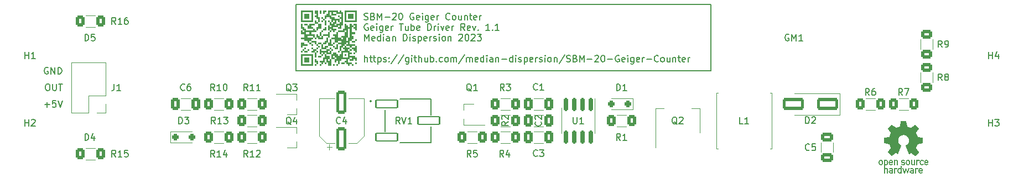
<source format=gbr>
G04 #@! TF.GenerationSoftware,KiCad,Pcbnew,7.0.9-7.0.9~ubuntu22.04.1*
G04 #@! TF.CreationDate,2023-12-30T14:19:54+01:00*
G04 #@! TF.ProjectId,Geiger Tube Driver,47656967-6572-4205-9475-626520447269,1.1*
G04 #@! TF.SameCoordinates,Original*
G04 #@! TF.FileFunction,Legend,Top*
G04 #@! TF.FilePolarity,Positive*
%FSLAX46Y46*%
G04 Gerber Fmt 4.6, Leading zero omitted, Abs format (unit mm)*
G04 Created by KiCad (PCBNEW 7.0.9-7.0.9~ubuntu22.04.1) date 2023-12-30 14:19:54*
%MOMM*%
%LPD*%
G01*
G04 APERTURE LIST*
G04 Aperture macros list*
%AMRoundRect*
0 Rectangle with rounded corners*
0 $1 Rounding radius*
0 $2 $3 $4 $5 $6 $7 $8 $9 X,Y pos of 4 corners*
0 Add a 4 corners polygon primitive as box body*
4,1,4,$2,$3,$4,$5,$6,$7,$8,$9,$2,$3,0*
0 Add four circle primitives for the rounded corners*
1,1,$1+$1,$2,$3*
1,1,$1+$1,$4,$5*
1,1,$1+$1,$6,$7*
1,1,$1+$1,$8,$9*
0 Add four rect primitives between the rounded corners*
20,1,$1+$1,$2,$3,$4,$5,0*
20,1,$1+$1,$4,$5,$6,$7,0*
20,1,$1+$1,$6,$7,$8,$9,0*
20,1,$1+$1,$8,$9,$2,$3,0*%
G04 Aperture macros list end*
%ADD10C,0.150000*%
%ADD11C,0.120000*%
%ADD12C,0.127000*%
%ADD13C,0.200000*%
%ADD14C,1.000000*%
%ADD15C,6.400000*%
%ADD16RoundRect,0.250000X-0.250000X-0.250000X0.250000X-0.250000X0.250000X0.250000X-0.250000X0.250000X0*%
%ADD17RoundRect,0.250000X0.400000X0.625000X-0.400000X0.625000X-0.400000X-0.625000X0.400000X-0.625000X0*%
%ADD18RoundRect,0.150000X-0.150000X0.825000X-0.150000X-0.825000X0.150000X-0.825000X0.150000X0.825000X0*%
%ADD19RoundRect,0.250000X-0.400000X-0.625000X0.400000X-0.625000X0.400000X0.625000X-0.400000X0.625000X0*%
%ADD20R,1.900000X0.800000*%
%ADD21RoundRect,0.250000X0.625000X-0.400000X0.625000X0.400000X-0.625000X0.400000X-0.625000X-0.400000X0*%
%ADD22RoundRect,0.250000X-0.650000X0.412500X-0.650000X-0.412500X0.650000X-0.412500X0.650000X0.412500X0*%
%ADD23R,1.700000X1.700000*%
%ADD24O,1.700000X1.700000*%
%ADD25RoundRect,0.250000X-0.412500X-0.650000X0.412500X-0.650000X0.412500X0.650000X-0.412500X0.650000X0*%
%ADD26RoundRect,0.250000X1.400000X0.650000X-1.400000X0.650000X-1.400000X-0.650000X1.400000X-0.650000X0*%
%ADD27RoundRect,0.250000X1.399995X0.650000X-1.399995X0.650000X-1.399995X-0.650000X1.399995X-0.650000X0*%
%ADD28R,1.500000X2.000000*%
%ADD29R,3.800000X2.000000*%
%ADD30RoundRect,0.102000X-1.650000X-0.595000X1.650000X-0.595000X1.650000X0.595000X-1.650000X0.595000X0*%
%ADD31RoundRect,0.250000X0.250000X0.250000X-0.250000X0.250000X-0.250000X-0.250000X0.250000X-0.250000X0*%
%ADD32RoundRect,0.250000X0.412500X0.650000X-0.412500X0.650000X-0.412500X-0.650000X0.412500X-0.650000X0*%
%ADD33RoundRect,0.250000X0.550000X-1.500000X0.550000X1.500000X-0.550000X1.500000X-0.550000X-1.500000X0*%
%ADD34R,7.500000X3.180000*%
%ADD35R,4.000000X4.000000*%
%ADD36C,4.000000*%
G04 APERTURE END LIST*
D10*
X117500000Y-88640000D02*
X181000000Y-88640000D01*
X181000000Y-98800000D01*
X117500000Y-98800000D01*
X117500000Y-88640000D01*
X79031792Y-103953866D02*
X79793697Y-103953866D01*
X79412744Y-104334819D02*
X79412744Y-103572914D01*
X80746077Y-103334819D02*
X80269887Y-103334819D01*
X80269887Y-103334819D02*
X80222268Y-103811009D01*
X80222268Y-103811009D02*
X80269887Y-103763390D01*
X80269887Y-103763390D02*
X80365125Y-103715771D01*
X80365125Y-103715771D02*
X80603220Y-103715771D01*
X80603220Y-103715771D02*
X80698458Y-103763390D01*
X80698458Y-103763390D02*
X80746077Y-103811009D01*
X80746077Y-103811009D02*
X80793696Y-103906247D01*
X80793696Y-103906247D02*
X80793696Y-104144342D01*
X80793696Y-104144342D02*
X80746077Y-104239580D01*
X80746077Y-104239580D02*
X80698458Y-104287200D01*
X80698458Y-104287200D02*
X80603220Y-104334819D01*
X80603220Y-104334819D02*
X80365125Y-104334819D01*
X80365125Y-104334819D02*
X80269887Y-104287200D01*
X80269887Y-104287200D02*
X80222268Y-104239580D01*
X81079411Y-103334819D02*
X81412744Y-104334819D01*
X81412744Y-104334819D02*
X81746077Y-103334819D01*
X79555601Y-98302438D02*
X79460363Y-98254819D01*
X79460363Y-98254819D02*
X79317506Y-98254819D01*
X79317506Y-98254819D02*
X79174649Y-98302438D01*
X79174649Y-98302438D02*
X79079411Y-98397676D01*
X79079411Y-98397676D02*
X79031792Y-98492914D01*
X79031792Y-98492914D02*
X78984173Y-98683390D01*
X78984173Y-98683390D02*
X78984173Y-98826247D01*
X78984173Y-98826247D02*
X79031792Y-99016723D01*
X79031792Y-99016723D02*
X79079411Y-99111961D01*
X79079411Y-99111961D02*
X79174649Y-99207200D01*
X79174649Y-99207200D02*
X79317506Y-99254819D01*
X79317506Y-99254819D02*
X79412744Y-99254819D01*
X79412744Y-99254819D02*
X79555601Y-99207200D01*
X79555601Y-99207200D02*
X79603220Y-99159580D01*
X79603220Y-99159580D02*
X79603220Y-98826247D01*
X79603220Y-98826247D02*
X79412744Y-98826247D01*
X80031792Y-99254819D02*
X80031792Y-98254819D01*
X80031792Y-98254819D02*
X80603220Y-99254819D01*
X80603220Y-99254819D02*
X80603220Y-98254819D01*
X81079411Y-99254819D02*
X81079411Y-98254819D01*
X81079411Y-98254819D02*
X81317506Y-98254819D01*
X81317506Y-98254819D02*
X81460363Y-98302438D01*
X81460363Y-98302438D02*
X81555601Y-98397676D01*
X81555601Y-98397676D02*
X81603220Y-98492914D01*
X81603220Y-98492914D02*
X81650839Y-98683390D01*
X81650839Y-98683390D02*
X81650839Y-98826247D01*
X81650839Y-98826247D02*
X81603220Y-99016723D01*
X81603220Y-99016723D02*
X81555601Y-99111961D01*
X81555601Y-99111961D02*
X81460363Y-99207200D01*
X81460363Y-99207200D02*
X81317506Y-99254819D01*
X81317506Y-99254819D02*
X81079411Y-99254819D01*
X127949160Y-90907200D02*
X128092017Y-90954819D01*
X128092017Y-90954819D02*
X128330112Y-90954819D01*
X128330112Y-90954819D02*
X128425350Y-90907200D01*
X128425350Y-90907200D02*
X128472969Y-90859580D01*
X128472969Y-90859580D02*
X128520588Y-90764342D01*
X128520588Y-90764342D02*
X128520588Y-90669104D01*
X128520588Y-90669104D02*
X128472969Y-90573866D01*
X128472969Y-90573866D02*
X128425350Y-90526247D01*
X128425350Y-90526247D02*
X128330112Y-90478628D01*
X128330112Y-90478628D02*
X128139636Y-90431009D01*
X128139636Y-90431009D02*
X128044398Y-90383390D01*
X128044398Y-90383390D02*
X127996779Y-90335771D01*
X127996779Y-90335771D02*
X127949160Y-90240533D01*
X127949160Y-90240533D02*
X127949160Y-90145295D01*
X127949160Y-90145295D02*
X127996779Y-90050057D01*
X127996779Y-90050057D02*
X128044398Y-90002438D01*
X128044398Y-90002438D02*
X128139636Y-89954819D01*
X128139636Y-89954819D02*
X128377731Y-89954819D01*
X128377731Y-89954819D02*
X128520588Y-90002438D01*
X129282493Y-90431009D02*
X129425350Y-90478628D01*
X129425350Y-90478628D02*
X129472969Y-90526247D01*
X129472969Y-90526247D02*
X129520588Y-90621485D01*
X129520588Y-90621485D02*
X129520588Y-90764342D01*
X129520588Y-90764342D02*
X129472969Y-90859580D01*
X129472969Y-90859580D02*
X129425350Y-90907200D01*
X129425350Y-90907200D02*
X129330112Y-90954819D01*
X129330112Y-90954819D02*
X128949160Y-90954819D01*
X128949160Y-90954819D02*
X128949160Y-89954819D01*
X128949160Y-89954819D02*
X129282493Y-89954819D01*
X129282493Y-89954819D02*
X129377731Y-90002438D01*
X129377731Y-90002438D02*
X129425350Y-90050057D01*
X129425350Y-90050057D02*
X129472969Y-90145295D01*
X129472969Y-90145295D02*
X129472969Y-90240533D01*
X129472969Y-90240533D02*
X129425350Y-90335771D01*
X129425350Y-90335771D02*
X129377731Y-90383390D01*
X129377731Y-90383390D02*
X129282493Y-90431009D01*
X129282493Y-90431009D02*
X128949160Y-90431009D01*
X129949160Y-90954819D02*
X129949160Y-89954819D01*
X129949160Y-89954819D02*
X130282493Y-90669104D01*
X130282493Y-90669104D02*
X130615826Y-89954819D01*
X130615826Y-89954819D02*
X130615826Y-90954819D01*
X131092017Y-90573866D02*
X131853922Y-90573866D01*
X132282493Y-90050057D02*
X132330112Y-90002438D01*
X132330112Y-90002438D02*
X132425350Y-89954819D01*
X132425350Y-89954819D02*
X132663445Y-89954819D01*
X132663445Y-89954819D02*
X132758683Y-90002438D01*
X132758683Y-90002438D02*
X132806302Y-90050057D01*
X132806302Y-90050057D02*
X132853921Y-90145295D01*
X132853921Y-90145295D02*
X132853921Y-90240533D01*
X132853921Y-90240533D02*
X132806302Y-90383390D01*
X132806302Y-90383390D02*
X132234874Y-90954819D01*
X132234874Y-90954819D02*
X132853921Y-90954819D01*
X133472969Y-89954819D02*
X133568207Y-89954819D01*
X133568207Y-89954819D02*
X133663445Y-90002438D01*
X133663445Y-90002438D02*
X133711064Y-90050057D01*
X133711064Y-90050057D02*
X133758683Y-90145295D01*
X133758683Y-90145295D02*
X133806302Y-90335771D01*
X133806302Y-90335771D02*
X133806302Y-90573866D01*
X133806302Y-90573866D02*
X133758683Y-90764342D01*
X133758683Y-90764342D02*
X133711064Y-90859580D01*
X133711064Y-90859580D02*
X133663445Y-90907200D01*
X133663445Y-90907200D02*
X133568207Y-90954819D01*
X133568207Y-90954819D02*
X133472969Y-90954819D01*
X133472969Y-90954819D02*
X133377731Y-90907200D01*
X133377731Y-90907200D02*
X133330112Y-90859580D01*
X133330112Y-90859580D02*
X133282493Y-90764342D01*
X133282493Y-90764342D02*
X133234874Y-90573866D01*
X133234874Y-90573866D02*
X133234874Y-90335771D01*
X133234874Y-90335771D02*
X133282493Y-90145295D01*
X133282493Y-90145295D02*
X133330112Y-90050057D01*
X133330112Y-90050057D02*
X133377731Y-90002438D01*
X133377731Y-90002438D02*
X133472969Y-89954819D01*
X135520588Y-90002438D02*
X135425350Y-89954819D01*
X135425350Y-89954819D02*
X135282493Y-89954819D01*
X135282493Y-89954819D02*
X135139636Y-90002438D01*
X135139636Y-90002438D02*
X135044398Y-90097676D01*
X135044398Y-90097676D02*
X134996779Y-90192914D01*
X134996779Y-90192914D02*
X134949160Y-90383390D01*
X134949160Y-90383390D02*
X134949160Y-90526247D01*
X134949160Y-90526247D02*
X134996779Y-90716723D01*
X134996779Y-90716723D02*
X135044398Y-90811961D01*
X135044398Y-90811961D02*
X135139636Y-90907200D01*
X135139636Y-90907200D02*
X135282493Y-90954819D01*
X135282493Y-90954819D02*
X135377731Y-90954819D01*
X135377731Y-90954819D02*
X135520588Y-90907200D01*
X135520588Y-90907200D02*
X135568207Y-90859580D01*
X135568207Y-90859580D02*
X135568207Y-90526247D01*
X135568207Y-90526247D02*
X135377731Y-90526247D01*
X136377731Y-90907200D02*
X136282493Y-90954819D01*
X136282493Y-90954819D02*
X136092017Y-90954819D01*
X136092017Y-90954819D02*
X135996779Y-90907200D01*
X135996779Y-90907200D02*
X135949160Y-90811961D01*
X135949160Y-90811961D02*
X135949160Y-90431009D01*
X135949160Y-90431009D02*
X135996779Y-90335771D01*
X135996779Y-90335771D02*
X136092017Y-90288152D01*
X136092017Y-90288152D02*
X136282493Y-90288152D01*
X136282493Y-90288152D02*
X136377731Y-90335771D01*
X136377731Y-90335771D02*
X136425350Y-90431009D01*
X136425350Y-90431009D02*
X136425350Y-90526247D01*
X136425350Y-90526247D02*
X135949160Y-90621485D01*
X136853922Y-90954819D02*
X136853922Y-90288152D01*
X136853922Y-89954819D02*
X136806303Y-90002438D01*
X136806303Y-90002438D02*
X136853922Y-90050057D01*
X136853922Y-90050057D02*
X136901541Y-90002438D01*
X136901541Y-90002438D02*
X136853922Y-89954819D01*
X136853922Y-89954819D02*
X136853922Y-90050057D01*
X137758683Y-90288152D02*
X137758683Y-91097676D01*
X137758683Y-91097676D02*
X137711064Y-91192914D01*
X137711064Y-91192914D02*
X137663445Y-91240533D01*
X137663445Y-91240533D02*
X137568207Y-91288152D01*
X137568207Y-91288152D02*
X137425350Y-91288152D01*
X137425350Y-91288152D02*
X137330112Y-91240533D01*
X137758683Y-90907200D02*
X137663445Y-90954819D01*
X137663445Y-90954819D02*
X137472969Y-90954819D01*
X137472969Y-90954819D02*
X137377731Y-90907200D01*
X137377731Y-90907200D02*
X137330112Y-90859580D01*
X137330112Y-90859580D02*
X137282493Y-90764342D01*
X137282493Y-90764342D02*
X137282493Y-90478628D01*
X137282493Y-90478628D02*
X137330112Y-90383390D01*
X137330112Y-90383390D02*
X137377731Y-90335771D01*
X137377731Y-90335771D02*
X137472969Y-90288152D01*
X137472969Y-90288152D02*
X137663445Y-90288152D01*
X137663445Y-90288152D02*
X137758683Y-90335771D01*
X138615826Y-90907200D02*
X138520588Y-90954819D01*
X138520588Y-90954819D02*
X138330112Y-90954819D01*
X138330112Y-90954819D02*
X138234874Y-90907200D01*
X138234874Y-90907200D02*
X138187255Y-90811961D01*
X138187255Y-90811961D02*
X138187255Y-90431009D01*
X138187255Y-90431009D02*
X138234874Y-90335771D01*
X138234874Y-90335771D02*
X138330112Y-90288152D01*
X138330112Y-90288152D02*
X138520588Y-90288152D01*
X138520588Y-90288152D02*
X138615826Y-90335771D01*
X138615826Y-90335771D02*
X138663445Y-90431009D01*
X138663445Y-90431009D02*
X138663445Y-90526247D01*
X138663445Y-90526247D02*
X138187255Y-90621485D01*
X139092017Y-90954819D02*
X139092017Y-90288152D01*
X139092017Y-90478628D02*
X139139636Y-90383390D01*
X139139636Y-90383390D02*
X139187255Y-90335771D01*
X139187255Y-90335771D02*
X139282493Y-90288152D01*
X139282493Y-90288152D02*
X139377731Y-90288152D01*
X141044398Y-90859580D02*
X140996779Y-90907200D01*
X140996779Y-90907200D02*
X140853922Y-90954819D01*
X140853922Y-90954819D02*
X140758684Y-90954819D01*
X140758684Y-90954819D02*
X140615827Y-90907200D01*
X140615827Y-90907200D02*
X140520589Y-90811961D01*
X140520589Y-90811961D02*
X140472970Y-90716723D01*
X140472970Y-90716723D02*
X140425351Y-90526247D01*
X140425351Y-90526247D02*
X140425351Y-90383390D01*
X140425351Y-90383390D02*
X140472970Y-90192914D01*
X140472970Y-90192914D02*
X140520589Y-90097676D01*
X140520589Y-90097676D02*
X140615827Y-90002438D01*
X140615827Y-90002438D02*
X140758684Y-89954819D01*
X140758684Y-89954819D02*
X140853922Y-89954819D01*
X140853922Y-89954819D02*
X140996779Y-90002438D01*
X140996779Y-90002438D02*
X141044398Y-90050057D01*
X141615827Y-90954819D02*
X141520589Y-90907200D01*
X141520589Y-90907200D02*
X141472970Y-90859580D01*
X141472970Y-90859580D02*
X141425351Y-90764342D01*
X141425351Y-90764342D02*
X141425351Y-90478628D01*
X141425351Y-90478628D02*
X141472970Y-90383390D01*
X141472970Y-90383390D02*
X141520589Y-90335771D01*
X141520589Y-90335771D02*
X141615827Y-90288152D01*
X141615827Y-90288152D02*
X141758684Y-90288152D01*
X141758684Y-90288152D02*
X141853922Y-90335771D01*
X141853922Y-90335771D02*
X141901541Y-90383390D01*
X141901541Y-90383390D02*
X141949160Y-90478628D01*
X141949160Y-90478628D02*
X141949160Y-90764342D01*
X141949160Y-90764342D02*
X141901541Y-90859580D01*
X141901541Y-90859580D02*
X141853922Y-90907200D01*
X141853922Y-90907200D02*
X141758684Y-90954819D01*
X141758684Y-90954819D02*
X141615827Y-90954819D01*
X142806303Y-90288152D02*
X142806303Y-90954819D01*
X142377732Y-90288152D02*
X142377732Y-90811961D01*
X142377732Y-90811961D02*
X142425351Y-90907200D01*
X142425351Y-90907200D02*
X142520589Y-90954819D01*
X142520589Y-90954819D02*
X142663446Y-90954819D01*
X142663446Y-90954819D02*
X142758684Y-90907200D01*
X142758684Y-90907200D02*
X142806303Y-90859580D01*
X143282494Y-90288152D02*
X143282494Y-90954819D01*
X143282494Y-90383390D02*
X143330113Y-90335771D01*
X143330113Y-90335771D02*
X143425351Y-90288152D01*
X143425351Y-90288152D02*
X143568208Y-90288152D01*
X143568208Y-90288152D02*
X143663446Y-90335771D01*
X143663446Y-90335771D02*
X143711065Y-90431009D01*
X143711065Y-90431009D02*
X143711065Y-90954819D01*
X144044399Y-90288152D02*
X144425351Y-90288152D01*
X144187256Y-89954819D02*
X144187256Y-90811961D01*
X144187256Y-90811961D02*
X144234875Y-90907200D01*
X144234875Y-90907200D02*
X144330113Y-90954819D01*
X144330113Y-90954819D02*
X144425351Y-90954819D01*
X145139637Y-90907200D02*
X145044399Y-90954819D01*
X145044399Y-90954819D02*
X144853923Y-90954819D01*
X144853923Y-90954819D02*
X144758685Y-90907200D01*
X144758685Y-90907200D02*
X144711066Y-90811961D01*
X144711066Y-90811961D02*
X144711066Y-90431009D01*
X144711066Y-90431009D02*
X144758685Y-90335771D01*
X144758685Y-90335771D02*
X144853923Y-90288152D01*
X144853923Y-90288152D02*
X145044399Y-90288152D01*
X145044399Y-90288152D02*
X145139637Y-90335771D01*
X145139637Y-90335771D02*
X145187256Y-90431009D01*
X145187256Y-90431009D02*
X145187256Y-90526247D01*
X145187256Y-90526247D02*
X144711066Y-90621485D01*
X145615828Y-90954819D02*
X145615828Y-90288152D01*
X145615828Y-90478628D02*
X145663447Y-90383390D01*
X145663447Y-90383390D02*
X145711066Y-90335771D01*
X145711066Y-90335771D02*
X145806304Y-90288152D01*
X145806304Y-90288152D02*
X145901542Y-90288152D01*
X128520588Y-91612438D02*
X128425350Y-91564819D01*
X128425350Y-91564819D02*
X128282493Y-91564819D01*
X128282493Y-91564819D02*
X128139636Y-91612438D01*
X128139636Y-91612438D02*
X128044398Y-91707676D01*
X128044398Y-91707676D02*
X127996779Y-91802914D01*
X127996779Y-91802914D02*
X127949160Y-91993390D01*
X127949160Y-91993390D02*
X127949160Y-92136247D01*
X127949160Y-92136247D02*
X127996779Y-92326723D01*
X127996779Y-92326723D02*
X128044398Y-92421961D01*
X128044398Y-92421961D02*
X128139636Y-92517200D01*
X128139636Y-92517200D02*
X128282493Y-92564819D01*
X128282493Y-92564819D02*
X128377731Y-92564819D01*
X128377731Y-92564819D02*
X128520588Y-92517200D01*
X128520588Y-92517200D02*
X128568207Y-92469580D01*
X128568207Y-92469580D02*
X128568207Y-92136247D01*
X128568207Y-92136247D02*
X128377731Y-92136247D01*
X129377731Y-92517200D02*
X129282493Y-92564819D01*
X129282493Y-92564819D02*
X129092017Y-92564819D01*
X129092017Y-92564819D02*
X128996779Y-92517200D01*
X128996779Y-92517200D02*
X128949160Y-92421961D01*
X128949160Y-92421961D02*
X128949160Y-92041009D01*
X128949160Y-92041009D02*
X128996779Y-91945771D01*
X128996779Y-91945771D02*
X129092017Y-91898152D01*
X129092017Y-91898152D02*
X129282493Y-91898152D01*
X129282493Y-91898152D02*
X129377731Y-91945771D01*
X129377731Y-91945771D02*
X129425350Y-92041009D01*
X129425350Y-92041009D02*
X129425350Y-92136247D01*
X129425350Y-92136247D02*
X128949160Y-92231485D01*
X129853922Y-92564819D02*
X129853922Y-91898152D01*
X129853922Y-91564819D02*
X129806303Y-91612438D01*
X129806303Y-91612438D02*
X129853922Y-91660057D01*
X129853922Y-91660057D02*
X129901541Y-91612438D01*
X129901541Y-91612438D02*
X129853922Y-91564819D01*
X129853922Y-91564819D02*
X129853922Y-91660057D01*
X130758683Y-91898152D02*
X130758683Y-92707676D01*
X130758683Y-92707676D02*
X130711064Y-92802914D01*
X130711064Y-92802914D02*
X130663445Y-92850533D01*
X130663445Y-92850533D02*
X130568207Y-92898152D01*
X130568207Y-92898152D02*
X130425350Y-92898152D01*
X130425350Y-92898152D02*
X130330112Y-92850533D01*
X130758683Y-92517200D02*
X130663445Y-92564819D01*
X130663445Y-92564819D02*
X130472969Y-92564819D01*
X130472969Y-92564819D02*
X130377731Y-92517200D01*
X130377731Y-92517200D02*
X130330112Y-92469580D01*
X130330112Y-92469580D02*
X130282493Y-92374342D01*
X130282493Y-92374342D02*
X130282493Y-92088628D01*
X130282493Y-92088628D02*
X130330112Y-91993390D01*
X130330112Y-91993390D02*
X130377731Y-91945771D01*
X130377731Y-91945771D02*
X130472969Y-91898152D01*
X130472969Y-91898152D02*
X130663445Y-91898152D01*
X130663445Y-91898152D02*
X130758683Y-91945771D01*
X131615826Y-92517200D02*
X131520588Y-92564819D01*
X131520588Y-92564819D02*
X131330112Y-92564819D01*
X131330112Y-92564819D02*
X131234874Y-92517200D01*
X131234874Y-92517200D02*
X131187255Y-92421961D01*
X131187255Y-92421961D02*
X131187255Y-92041009D01*
X131187255Y-92041009D02*
X131234874Y-91945771D01*
X131234874Y-91945771D02*
X131330112Y-91898152D01*
X131330112Y-91898152D02*
X131520588Y-91898152D01*
X131520588Y-91898152D02*
X131615826Y-91945771D01*
X131615826Y-91945771D02*
X131663445Y-92041009D01*
X131663445Y-92041009D02*
X131663445Y-92136247D01*
X131663445Y-92136247D02*
X131187255Y-92231485D01*
X132092017Y-92564819D02*
X132092017Y-91898152D01*
X132092017Y-92088628D02*
X132139636Y-91993390D01*
X132139636Y-91993390D02*
X132187255Y-91945771D01*
X132187255Y-91945771D02*
X132282493Y-91898152D01*
X132282493Y-91898152D02*
X132377731Y-91898152D01*
X133330113Y-91564819D02*
X133901541Y-91564819D01*
X133615827Y-92564819D02*
X133615827Y-91564819D01*
X134663446Y-91898152D02*
X134663446Y-92564819D01*
X134234875Y-91898152D02*
X134234875Y-92421961D01*
X134234875Y-92421961D02*
X134282494Y-92517200D01*
X134282494Y-92517200D02*
X134377732Y-92564819D01*
X134377732Y-92564819D02*
X134520589Y-92564819D01*
X134520589Y-92564819D02*
X134615827Y-92517200D01*
X134615827Y-92517200D02*
X134663446Y-92469580D01*
X135139637Y-92564819D02*
X135139637Y-91564819D01*
X135139637Y-91945771D02*
X135234875Y-91898152D01*
X135234875Y-91898152D02*
X135425351Y-91898152D01*
X135425351Y-91898152D02*
X135520589Y-91945771D01*
X135520589Y-91945771D02*
X135568208Y-91993390D01*
X135568208Y-91993390D02*
X135615827Y-92088628D01*
X135615827Y-92088628D02*
X135615827Y-92374342D01*
X135615827Y-92374342D02*
X135568208Y-92469580D01*
X135568208Y-92469580D02*
X135520589Y-92517200D01*
X135520589Y-92517200D02*
X135425351Y-92564819D01*
X135425351Y-92564819D02*
X135234875Y-92564819D01*
X135234875Y-92564819D02*
X135139637Y-92517200D01*
X136425351Y-92517200D02*
X136330113Y-92564819D01*
X136330113Y-92564819D02*
X136139637Y-92564819D01*
X136139637Y-92564819D02*
X136044399Y-92517200D01*
X136044399Y-92517200D02*
X135996780Y-92421961D01*
X135996780Y-92421961D02*
X135996780Y-92041009D01*
X135996780Y-92041009D02*
X136044399Y-91945771D01*
X136044399Y-91945771D02*
X136139637Y-91898152D01*
X136139637Y-91898152D02*
X136330113Y-91898152D01*
X136330113Y-91898152D02*
X136425351Y-91945771D01*
X136425351Y-91945771D02*
X136472970Y-92041009D01*
X136472970Y-92041009D02*
X136472970Y-92136247D01*
X136472970Y-92136247D02*
X135996780Y-92231485D01*
X137663447Y-92564819D02*
X137663447Y-91564819D01*
X137663447Y-91564819D02*
X137901542Y-91564819D01*
X137901542Y-91564819D02*
X138044399Y-91612438D01*
X138044399Y-91612438D02*
X138139637Y-91707676D01*
X138139637Y-91707676D02*
X138187256Y-91802914D01*
X138187256Y-91802914D02*
X138234875Y-91993390D01*
X138234875Y-91993390D02*
X138234875Y-92136247D01*
X138234875Y-92136247D02*
X138187256Y-92326723D01*
X138187256Y-92326723D02*
X138139637Y-92421961D01*
X138139637Y-92421961D02*
X138044399Y-92517200D01*
X138044399Y-92517200D02*
X137901542Y-92564819D01*
X137901542Y-92564819D02*
X137663447Y-92564819D01*
X138663447Y-92564819D02*
X138663447Y-91898152D01*
X138663447Y-92088628D02*
X138711066Y-91993390D01*
X138711066Y-91993390D02*
X138758685Y-91945771D01*
X138758685Y-91945771D02*
X138853923Y-91898152D01*
X138853923Y-91898152D02*
X138949161Y-91898152D01*
X139282495Y-92564819D02*
X139282495Y-91898152D01*
X139282495Y-91564819D02*
X139234876Y-91612438D01*
X139234876Y-91612438D02*
X139282495Y-91660057D01*
X139282495Y-91660057D02*
X139330114Y-91612438D01*
X139330114Y-91612438D02*
X139282495Y-91564819D01*
X139282495Y-91564819D02*
X139282495Y-91660057D01*
X139663447Y-91898152D02*
X139901542Y-92564819D01*
X139901542Y-92564819D02*
X140139637Y-91898152D01*
X140901542Y-92517200D02*
X140806304Y-92564819D01*
X140806304Y-92564819D02*
X140615828Y-92564819D01*
X140615828Y-92564819D02*
X140520590Y-92517200D01*
X140520590Y-92517200D02*
X140472971Y-92421961D01*
X140472971Y-92421961D02*
X140472971Y-92041009D01*
X140472971Y-92041009D02*
X140520590Y-91945771D01*
X140520590Y-91945771D02*
X140615828Y-91898152D01*
X140615828Y-91898152D02*
X140806304Y-91898152D01*
X140806304Y-91898152D02*
X140901542Y-91945771D01*
X140901542Y-91945771D02*
X140949161Y-92041009D01*
X140949161Y-92041009D02*
X140949161Y-92136247D01*
X140949161Y-92136247D02*
X140472971Y-92231485D01*
X141377733Y-92564819D02*
X141377733Y-91898152D01*
X141377733Y-92088628D02*
X141425352Y-91993390D01*
X141425352Y-91993390D02*
X141472971Y-91945771D01*
X141472971Y-91945771D02*
X141568209Y-91898152D01*
X141568209Y-91898152D02*
X141663447Y-91898152D01*
X143330114Y-92564819D02*
X142996781Y-92088628D01*
X142758686Y-92564819D02*
X142758686Y-91564819D01*
X142758686Y-91564819D02*
X143139638Y-91564819D01*
X143139638Y-91564819D02*
X143234876Y-91612438D01*
X143234876Y-91612438D02*
X143282495Y-91660057D01*
X143282495Y-91660057D02*
X143330114Y-91755295D01*
X143330114Y-91755295D02*
X143330114Y-91898152D01*
X143330114Y-91898152D02*
X143282495Y-91993390D01*
X143282495Y-91993390D02*
X143234876Y-92041009D01*
X143234876Y-92041009D02*
X143139638Y-92088628D01*
X143139638Y-92088628D02*
X142758686Y-92088628D01*
X144139638Y-92517200D02*
X144044400Y-92564819D01*
X144044400Y-92564819D02*
X143853924Y-92564819D01*
X143853924Y-92564819D02*
X143758686Y-92517200D01*
X143758686Y-92517200D02*
X143711067Y-92421961D01*
X143711067Y-92421961D02*
X143711067Y-92041009D01*
X143711067Y-92041009D02*
X143758686Y-91945771D01*
X143758686Y-91945771D02*
X143853924Y-91898152D01*
X143853924Y-91898152D02*
X144044400Y-91898152D01*
X144044400Y-91898152D02*
X144139638Y-91945771D01*
X144139638Y-91945771D02*
X144187257Y-92041009D01*
X144187257Y-92041009D02*
X144187257Y-92136247D01*
X144187257Y-92136247D02*
X143711067Y-92231485D01*
X144520591Y-91898152D02*
X144758686Y-92564819D01*
X144758686Y-92564819D02*
X144996781Y-91898152D01*
X145377734Y-92469580D02*
X145425353Y-92517200D01*
X145425353Y-92517200D02*
X145377734Y-92564819D01*
X145377734Y-92564819D02*
X145330115Y-92517200D01*
X145330115Y-92517200D02*
X145377734Y-92469580D01*
X145377734Y-92469580D02*
X145377734Y-92564819D01*
X147139638Y-92564819D02*
X146568210Y-92564819D01*
X146853924Y-92564819D02*
X146853924Y-91564819D01*
X146853924Y-91564819D02*
X146758686Y-91707676D01*
X146758686Y-91707676D02*
X146663448Y-91802914D01*
X146663448Y-91802914D02*
X146568210Y-91850533D01*
X147568210Y-92469580D02*
X147615829Y-92517200D01*
X147615829Y-92517200D02*
X147568210Y-92564819D01*
X147568210Y-92564819D02*
X147520591Y-92517200D01*
X147520591Y-92517200D02*
X147568210Y-92469580D01*
X147568210Y-92469580D02*
X147568210Y-92564819D01*
X148568209Y-92564819D02*
X147996781Y-92564819D01*
X148282495Y-92564819D02*
X148282495Y-91564819D01*
X148282495Y-91564819D02*
X148187257Y-91707676D01*
X148187257Y-91707676D02*
X148092019Y-91802914D01*
X148092019Y-91802914D02*
X147996781Y-91850533D01*
X127996779Y-94174819D02*
X127996779Y-93174819D01*
X127996779Y-93174819D02*
X128330112Y-93889104D01*
X128330112Y-93889104D02*
X128663445Y-93174819D01*
X128663445Y-93174819D02*
X128663445Y-94174819D01*
X129520588Y-94127200D02*
X129425350Y-94174819D01*
X129425350Y-94174819D02*
X129234874Y-94174819D01*
X129234874Y-94174819D02*
X129139636Y-94127200D01*
X129139636Y-94127200D02*
X129092017Y-94031961D01*
X129092017Y-94031961D02*
X129092017Y-93651009D01*
X129092017Y-93651009D02*
X129139636Y-93555771D01*
X129139636Y-93555771D02*
X129234874Y-93508152D01*
X129234874Y-93508152D02*
X129425350Y-93508152D01*
X129425350Y-93508152D02*
X129520588Y-93555771D01*
X129520588Y-93555771D02*
X129568207Y-93651009D01*
X129568207Y-93651009D02*
X129568207Y-93746247D01*
X129568207Y-93746247D02*
X129092017Y-93841485D01*
X130425350Y-94174819D02*
X130425350Y-93174819D01*
X130425350Y-94127200D02*
X130330112Y-94174819D01*
X130330112Y-94174819D02*
X130139636Y-94174819D01*
X130139636Y-94174819D02*
X130044398Y-94127200D01*
X130044398Y-94127200D02*
X129996779Y-94079580D01*
X129996779Y-94079580D02*
X129949160Y-93984342D01*
X129949160Y-93984342D02*
X129949160Y-93698628D01*
X129949160Y-93698628D02*
X129996779Y-93603390D01*
X129996779Y-93603390D02*
X130044398Y-93555771D01*
X130044398Y-93555771D02*
X130139636Y-93508152D01*
X130139636Y-93508152D02*
X130330112Y-93508152D01*
X130330112Y-93508152D02*
X130425350Y-93555771D01*
X130901541Y-94174819D02*
X130901541Y-93508152D01*
X130901541Y-93174819D02*
X130853922Y-93222438D01*
X130853922Y-93222438D02*
X130901541Y-93270057D01*
X130901541Y-93270057D02*
X130949160Y-93222438D01*
X130949160Y-93222438D02*
X130901541Y-93174819D01*
X130901541Y-93174819D02*
X130901541Y-93270057D01*
X131806302Y-94174819D02*
X131806302Y-93651009D01*
X131806302Y-93651009D02*
X131758683Y-93555771D01*
X131758683Y-93555771D02*
X131663445Y-93508152D01*
X131663445Y-93508152D02*
X131472969Y-93508152D01*
X131472969Y-93508152D02*
X131377731Y-93555771D01*
X131806302Y-94127200D02*
X131711064Y-94174819D01*
X131711064Y-94174819D02*
X131472969Y-94174819D01*
X131472969Y-94174819D02*
X131377731Y-94127200D01*
X131377731Y-94127200D02*
X131330112Y-94031961D01*
X131330112Y-94031961D02*
X131330112Y-93936723D01*
X131330112Y-93936723D02*
X131377731Y-93841485D01*
X131377731Y-93841485D02*
X131472969Y-93793866D01*
X131472969Y-93793866D02*
X131711064Y-93793866D01*
X131711064Y-93793866D02*
X131806302Y-93746247D01*
X132282493Y-93508152D02*
X132282493Y-94174819D01*
X132282493Y-93603390D02*
X132330112Y-93555771D01*
X132330112Y-93555771D02*
X132425350Y-93508152D01*
X132425350Y-93508152D02*
X132568207Y-93508152D01*
X132568207Y-93508152D02*
X132663445Y-93555771D01*
X132663445Y-93555771D02*
X132711064Y-93651009D01*
X132711064Y-93651009D02*
X132711064Y-94174819D01*
X133949160Y-94174819D02*
X133949160Y-93174819D01*
X133949160Y-93174819D02*
X134187255Y-93174819D01*
X134187255Y-93174819D02*
X134330112Y-93222438D01*
X134330112Y-93222438D02*
X134425350Y-93317676D01*
X134425350Y-93317676D02*
X134472969Y-93412914D01*
X134472969Y-93412914D02*
X134520588Y-93603390D01*
X134520588Y-93603390D02*
X134520588Y-93746247D01*
X134520588Y-93746247D02*
X134472969Y-93936723D01*
X134472969Y-93936723D02*
X134425350Y-94031961D01*
X134425350Y-94031961D02*
X134330112Y-94127200D01*
X134330112Y-94127200D02*
X134187255Y-94174819D01*
X134187255Y-94174819D02*
X133949160Y-94174819D01*
X134949160Y-94174819D02*
X134949160Y-93508152D01*
X134949160Y-93174819D02*
X134901541Y-93222438D01*
X134901541Y-93222438D02*
X134949160Y-93270057D01*
X134949160Y-93270057D02*
X134996779Y-93222438D01*
X134996779Y-93222438D02*
X134949160Y-93174819D01*
X134949160Y-93174819D02*
X134949160Y-93270057D01*
X135377731Y-94127200D02*
X135472969Y-94174819D01*
X135472969Y-94174819D02*
X135663445Y-94174819D01*
X135663445Y-94174819D02*
X135758683Y-94127200D01*
X135758683Y-94127200D02*
X135806302Y-94031961D01*
X135806302Y-94031961D02*
X135806302Y-93984342D01*
X135806302Y-93984342D02*
X135758683Y-93889104D01*
X135758683Y-93889104D02*
X135663445Y-93841485D01*
X135663445Y-93841485D02*
X135520588Y-93841485D01*
X135520588Y-93841485D02*
X135425350Y-93793866D01*
X135425350Y-93793866D02*
X135377731Y-93698628D01*
X135377731Y-93698628D02*
X135377731Y-93651009D01*
X135377731Y-93651009D02*
X135425350Y-93555771D01*
X135425350Y-93555771D02*
X135520588Y-93508152D01*
X135520588Y-93508152D02*
X135663445Y-93508152D01*
X135663445Y-93508152D02*
X135758683Y-93555771D01*
X136234874Y-93508152D02*
X136234874Y-94508152D01*
X136234874Y-93555771D02*
X136330112Y-93508152D01*
X136330112Y-93508152D02*
X136520588Y-93508152D01*
X136520588Y-93508152D02*
X136615826Y-93555771D01*
X136615826Y-93555771D02*
X136663445Y-93603390D01*
X136663445Y-93603390D02*
X136711064Y-93698628D01*
X136711064Y-93698628D02*
X136711064Y-93984342D01*
X136711064Y-93984342D02*
X136663445Y-94079580D01*
X136663445Y-94079580D02*
X136615826Y-94127200D01*
X136615826Y-94127200D02*
X136520588Y-94174819D01*
X136520588Y-94174819D02*
X136330112Y-94174819D01*
X136330112Y-94174819D02*
X136234874Y-94127200D01*
X137520588Y-94127200D02*
X137425350Y-94174819D01*
X137425350Y-94174819D02*
X137234874Y-94174819D01*
X137234874Y-94174819D02*
X137139636Y-94127200D01*
X137139636Y-94127200D02*
X137092017Y-94031961D01*
X137092017Y-94031961D02*
X137092017Y-93651009D01*
X137092017Y-93651009D02*
X137139636Y-93555771D01*
X137139636Y-93555771D02*
X137234874Y-93508152D01*
X137234874Y-93508152D02*
X137425350Y-93508152D01*
X137425350Y-93508152D02*
X137520588Y-93555771D01*
X137520588Y-93555771D02*
X137568207Y-93651009D01*
X137568207Y-93651009D02*
X137568207Y-93746247D01*
X137568207Y-93746247D02*
X137092017Y-93841485D01*
X137996779Y-94174819D02*
X137996779Y-93508152D01*
X137996779Y-93698628D02*
X138044398Y-93603390D01*
X138044398Y-93603390D02*
X138092017Y-93555771D01*
X138092017Y-93555771D02*
X138187255Y-93508152D01*
X138187255Y-93508152D02*
X138282493Y-93508152D01*
X138568208Y-94127200D02*
X138663446Y-94174819D01*
X138663446Y-94174819D02*
X138853922Y-94174819D01*
X138853922Y-94174819D02*
X138949160Y-94127200D01*
X138949160Y-94127200D02*
X138996779Y-94031961D01*
X138996779Y-94031961D02*
X138996779Y-93984342D01*
X138996779Y-93984342D02*
X138949160Y-93889104D01*
X138949160Y-93889104D02*
X138853922Y-93841485D01*
X138853922Y-93841485D02*
X138711065Y-93841485D01*
X138711065Y-93841485D02*
X138615827Y-93793866D01*
X138615827Y-93793866D02*
X138568208Y-93698628D01*
X138568208Y-93698628D02*
X138568208Y-93651009D01*
X138568208Y-93651009D02*
X138615827Y-93555771D01*
X138615827Y-93555771D02*
X138711065Y-93508152D01*
X138711065Y-93508152D02*
X138853922Y-93508152D01*
X138853922Y-93508152D02*
X138949160Y-93555771D01*
X139425351Y-94174819D02*
X139425351Y-93508152D01*
X139425351Y-93174819D02*
X139377732Y-93222438D01*
X139377732Y-93222438D02*
X139425351Y-93270057D01*
X139425351Y-93270057D02*
X139472970Y-93222438D01*
X139472970Y-93222438D02*
X139425351Y-93174819D01*
X139425351Y-93174819D02*
X139425351Y-93270057D01*
X140044398Y-94174819D02*
X139949160Y-94127200D01*
X139949160Y-94127200D02*
X139901541Y-94079580D01*
X139901541Y-94079580D02*
X139853922Y-93984342D01*
X139853922Y-93984342D02*
X139853922Y-93698628D01*
X139853922Y-93698628D02*
X139901541Y-93603390D01*
X139901541Y-93603390D02*
X139949160Y-93555771D01*
X139949160Y-93555771D02*
X140044398Y-93508152D01*
X140044398Y-93508152D02*
X140187255Y-93508152D01*
X140187255Y-93508152D02*
X140282493Y-93555771D01*
X140282493Y-93555771D02*
X140330112Y-93603390D01*
X140330112Y-93603390D02*
X140377731Y-93698628D01*
X140377731Y-93698628D02*
X140377731Y-93984342D01*
X140377731Y-93984342D02*
X140330112Y-94079580D01*
X140330112Y-94079580D02*
X140282493Y-94127200D01*
X140282493Y-94127200D02*
X140187255Y-94174819D01*
X140187255Y-94174819D02*
X140044398Y-94174819D01*
X140806303Y-93508152D02*
X140806303Y-94174819D01*
X140806303Y-93603390D02*
X140853922Y-93555771D01*
X140853922Y-93555771D02*
X140949160Y-93508152D01*
X140949160Y-93508152D02*
X141092017Y-93508152D01*
X141092017Y-93508152D02*
X141187255Y-93555771D01*
X141187255Y-93555771D02*
X141234874Y-93651009D01*
X141234874Y-93651009D02*
X141234874Y-94174819D01*
X142425351Y-93270057D02*
X142472970Y-93222438D01*
X142472970Y-93222438D02*
X142568208Y-93174819D01*
X142568208Y-93174819D02*
X142806303Y-93174819D01*
X142806303Y-93174819D02*
X142901541Y-93222438D01*
X142901541Y-93222438D02*
X142949160Y-93270057D01*
X142949160Y-93270057D02*
X142996779Y-93365295D01*
X142996779Y-93365295D02*
X142996779Y-93460533D01*
X142996779Y-93460533D02*
X142949160Y-93603390D01*
X142949160Y-93603390D02*
X142377732Y-94174819D01*
X142377732Y-94174819D02*
X142996779Y-94174819D01*
X143615827Y-93174819D02*
X143711065Y-93174819D01*
X143711065Y-93174819D02*
X143806303Y-93222438D01*
X143806303Y-93222438D02*
X143853922Y-93270057D01*
X143853922Y-93270057D02*
X143901541Y-93365295D01*
X143901541Y-93365295D02*
X143949160Y-93555771D01*
X143949160Y-93555771D02*
X143949160Y-93793866D01*
X143949160Y-93793866D02*
X143901541Y-93984342D01*
X143901541Y-93984342D02*
X143853922Y-94079580D01*
X143853922Y-94079580D02*
X143806303Y-94127200D01*
X143806303Y-94127200D02*
X143711065Y-94174819D01*
X143711065Y-94174819D02*
X143615827Y-94174819D01*
X143615827Y-94174819D02*
X143520589Y-94127200D01*
X143520589Y-94127200D02*
X143472970Y-94079580D01*
X143472970Y-94079580D02*
X143425351Y-93984342D01*
X143425351Y-93984342D02*
X143377732Y-93793866D01*
X143377732Y-93793866D02*
X143377732Y-93555771D01*
X143377732Y-93555771D02*
X143425351Y-93365295D01*
X143425351Y-93365295D02*
X143472970Y-93270057D01*
X143472970Y-93270057D02*
X143520589Y-93222438D01*
X143520589Y-93222438D02*
X143615827Y-93174819D01*
X144330113Y-93270057D02*
X144377732Y-93222438D01*
X144377732Y-93222438D02*
X144472970Y-93174819D01*
X144472970Y-93174819D02*
X144711065Y-93174819D01*
X144711065Y-93174819D02*
X144806303Y-93222438D01*
X144806303Y-93222438D02*
X144853922Y-93270057D01*
X144853922Y-93270057D02*
X144901541Y-93365295D01*
X144901541Y-93365295D02*
X144901541Y-93460533D01*
X144901541Y-93460533D02*
X144853922Y-93603390D01*
X144853922Y-93603390D02*
X144282494Y-94174819D01*
X144282494Y-94174819D02*
X144901541Y-94174819D01*
X145234875Y-93174819D02*
X145853922Y-93174819D01*
X145853922Y-93174819D02*
X145520589Y-93555771D01*
X145520589Y-93555771D02*
X145663446Y-93555771D01*
X145663446Y-93555771D02*
X145758684Y-93603390D01*
X145758684Y-93603390D02*
X145806303Y-93651009D01*
X145806303Y-93651009D02*
X145853922Y-93746247D01*
X145853922Y-93746247D02*
X145853922Y-93984342D01*
X145853922Y-93984342D02*
X145806303Y-94079580D01*
X145806303Y-94079580D02*
X145758684Y-94127200D01*
X145758684Y-94127200D02*
X145663446Y-94174819D01*
X145663446Y-94174819D02*
X145377732Y-94174819D01*
X145377732Y-94174819D02*
X145282494Y-94127200D01*
X145282494Y-94127200D02*
X145234875Y-94079580D01*
X127996779Y-97394819D02*
X127996779Y-96394819D01*
X128425350Y-97394819D02*
X128425350Y-96871009D01*
X128425350Y-96871009D02*
X128377731Y-96775771D01*
X128377731Y-96775771D02*
X128282493Y-96728152D01*
X128282493Y-96728152D02*
X128139636Y-96728152D01*
X128139636Y-96728152D02*
X128044398Y-96775771D01*
X128044398Y-96775771D02*
X127996779Y-96823390D01*
X128758684Y-96728152D02*
X129139636Y-96728152D01*
X128901541Y-96394819D02*
X128901541Y-97251961D01*
X128901541Y-97251961D02*
X128949160Y-97347200D01*
X128949160Y-97347200D02*
X129044398Y-97394819D01*
X129044398Y-97394819D02*
X129139636Y-97394819D01*
X129330113Y-96728152D02*
X129711065Y-96728152D01*
X129472970Y-96394819D02*
X129472970Y-97251961D01*
X129472970Y-97251961D02*
X129520589Y-97347200D01*
X129520589Y-97347200D02*
X129615827Y-97394819D01*
X129615827Y-97394819D02*
X129711065Y-97394819D01*
X130044399Y-96728152D02*
X130044399Y-97728152D01*
X130044399Y-96775771D02*
X130139637Y-96728152D01*
X130139637Y-96728152D02*
X130330113Y-96728152D01*
X130330113Y-96728152D02*
X130425351Y-96775771D01*
X130425351Y-96775771D02*
X130472970Y-96823390D01*
X130472970Y-96823390D02*
X130520589Y-96918628D01*
X130520589Y-96918628D02*
X130520589Y-97204342D01*
X130520589Y-97204342D02*
X130472970Y-97299580D01*
X130472970Y-97299580D02*
X130425351Y-97347200D01*
X130425351Y-97347200D02*
X130330113Y-97394819D01*
X130330113Y-97394819D02*
X130139637Y-97394819D01*
X130139637Y-97394819D02*
X130044399Y-97347200D01*
X130901542Y-97347200D02*
X130996780Y-97394819D01*
X130996780Y-97394819D02*
X131187256Y-97394819D01*
X131187256Y-97394819D02*
X131282494Y-97347200D01*
X131282494Y-97347200D02*
X131330113Y-97251961D01*
X131330113Y-97251961D02*
X131330113Y-97204342D01*
X131330113Y-97204342D02*
X131282494Y-97109104D01*
X131282494Y-97109104D02*
X131187256Y-97061485D01*
X131187256Y-97061485D02*
X131044399Y-97061485D01*
X131044399Y-97061485D02*
X130949161Y-97013866D01*
X130949161Y-97013866D02*
X130901542Y-96918628D01*
X130901542Y-96918628D02*
X130901542Y-96871009D01*
X130901542Y-96871009D02*
X130949161Y-96775771D01*
X130949161Y-96775771D02*
X131044399Y-96728152D01*
X131044399Y-96728152D02*
X131187256Y-96728152D01*
X131187256Y-96728152D02*
X131282494Y-96775771D01*
X131758685Y-97299580D02*
X131806304Y-97347200D01*
X131806304Y-97347200D02*
X131758685Y-97394819D01*
X131758685Y-97394819D02*
X131711066Y-97347200D01*
X131711066Y-97347200D02*
X131758685Y-97299580D01*
X131758685Y-97299580D02*
X131758685Y-97394819D01*
X131758685Y-96775771D02*
X131806304Y-96823390D01*
X131806304Y-96823390D02*
X131758685Y-96871009D01*
X131758685Y-96871009D02*
X131711066Y-96823390D01*
X131711066Y-96823390D02*
X131758685Y-96775771D01*
X131758685Y-96775771D02*
X131758685Y-96871009D01*
X132949160Y-96347200D02*
X132092018Y-97632914D01*
X133996779Y-96347200D02*
X133139637Y-97632914D01*
X134758684Y-96728152D02*
X134758684Y-97537676D01*
X134758684Y-97537676D02*
X134711065Y-97632914D01*
X134711065Y-97632914D02*
X134663446Y-97680533D01*
X134663446Y-97680533D02*
X134568208Y-97728152D01*
X134568208Y-97728152D02*
X134425351Y-97728152D01*
X134425351Y-97728152D02*
X134330113Y-97680533D01*
X134758684Y-97347200D02*
X134663446Y-97394819D01*
X134663446Y-97394819D02*
X134472970Y-97394819D01*
X134472970Y-97394819D02*
X134377732Y-97347200D01*
X134377732Y-97347200D02*
X134330113Y-97299580D01*
X134330113Y-97299580D02*
X134282494Y-97204342D01*
X134282494Y-97204342D02*
X134282494Y-96918628D01*
X134282494Y-96918628D02*
X134330113Y-96823390D01*
X134330113Y-96823390D02*
X134377732Y-96775771D01*
X134377732Y-96775771D02*
X134472970Y-96728152D01*
X134472970Y-96728152D02*
X134663446Y-96728152D01*
X134663446Y-96728152D02*
X134758684Y-96775771D01*
X135234875Y-97394819D02*
X135234875Y-96728152D01*
X135234875Y-96394819D02*
X135187256Y-96442438D01*
X135187256Y-96442438D02*
X135234875Y-96490057D01*
X135234875Y-96490057D02*
X135282494Y-96442438D01*
X135282494Y-96442438D02*
X135234875Y-96394819D01*
X135234875Y-96394819D02*
X135234875Y-96490057D01*
X135568208Y-96728152D02*
X135949160Y-96728152D01*
X135711065Y-96394819D02*
X135711065Y-97251961D01*
X135711065Y-97251961D02*
X135758684Y-97347200D01*
X135758684Y-97347200D02*
X135853922Y-97394819D01*
X135853922Y-97394819D02*
X135949160Y-97394819D01*
X136282494Y-97394819D02*
X136282494Y-96394819D01*
X136711065Y-97394819D02*
X136711065Y-96871009D01*
X136711065Y-96871009D02*
X136663446Y-96775771D01*
X136663446Y-96775771D02*
X136568208Y-96728152D01*
X136568208Y-96728152D02*
X136425351Y-96728152D01*
X136425351Y-96728152D02*
X136330113Y-96775771D01*
X136330113Y-96775771D02*
X136282494Y-96823390D01*
X137615827Y-96728152D02*
X137615827Y-97394819D01*
X137187256Y-96728152D02*
X137187256Y-97251961D01*
X137187256Y-97251961D02*
X137234875Y-97347200D01*
X137234875Y-97347200D02*
X137330113Y-97394819D01*
X137330113Y-97394819D02*
X137472970Y-97394819D01*
X137472970Y-97394819D02*
X137568208Y-97347200D01*
X137568208Y-97347200D02*
X137615827Y-97299580D01*
X138092018Y-97394819D02*
X138092018Y-96394819D01*
X138092018Y-96775771D02*
X138187256Y-96728152D01*
X138187256Y-96728152D02*
X138377732Y-96728152D01*
X138377732Y-96728152D02*
X138472970Y-96775771D01*
X138472970Y-96775771D02*
X138520589Y-96823390D01*
X138520589Y-96823390D02*
X138568208Y-96918628D01*
X138568208Y-96918628D02*
X138568208Y-97204342D01*
X138568208Y-97204342D02*
X138520589Y-97299580D01*
X138520589Y-97299580D02*
X138472970Y-97347200D01*
X138472970Y-97347200D02*
X138377732Y-97394819D01*
X138377732Y-97394819D02*
X138187256Y-97394819D01*
X138187256Y-97394819D02*
X138092018Y-97347200D01*
X138996780Y-97299580D02*
X139044399Y-97347200D01*
X139044399Y-97347200D02*
X138996780Y-97394819D01*
X138996780Y-97394819D02*
X138949161Y-97347200D01*
X138949161Y-97347200D02*
X138996780Y-97299580D01*
X138996780Y-97299580D02*
X138996780Y-97394819D01*
X139901541Y-97347200D02*
X139806303Y-97394819D01*
X139806303Y-97394819D02*
X139615827Y-97394819D01*
X139615827Y-97394819D02*
X139520589Y-97347200D01*
X139520589Y-97347200D02*
X139472970Y-97299580D01*
X139472970Y-97299580D02*
X139425351Y-97204342D01*
X139425351Y-97204342D02*
X139425351Y-96918628D01*
X139425351Y-96918628D02*
X139472970Y-96823390D01*
X139472970Y-96823390D02*
X139520589Y-96775771D01*
X139520589Y-96775771D02*
X139615827Y-96728152D01*
X139615827Y-96728152D02*
X139806303Y-96728152D01*
X139806303Y-96728152D02*
X139901541Y-96775771D01*
X140472970Y-97394819D02*
X140377732Y-97347200D01*
X140377732Y-97347200D02*
X140330113Y-97299580D01*
X140330113Y-97299580D02*
X140282494Y-97204342D01*
X140282494Y-97204342D02*
X140282494Y-96918628D01*
X140282494Y-96918628D02*
X140330113Y-96823390D01*
X140330113Y-96823390D02*
X140377732Y-96775771D01*
X140377732Y-96775771D02*
X140472970Y-96728152D01*
X140472970Y-96728152D02*
X140615827Y-96728152D01*
X140615827Y-96728152D02*
X140711065Y-96775771D01*
X140711065Y-96775771D02*
X140758684Y-96823390D01*
X140758684Y-96823390D02*
X140806303Y-96918628D01*
X140806303Y-96918628D02*
X140806303Y-97204342D01*
X140806303Y-97204342D02*
X140758684Y-97299580D01*
X140758684Y-97299580D02*
X140711065Y-97347200D01*
X140711065Y-97347200D02*
X140615827Y-97394819D01*
X140615827Y-97394819D02*
X140472970Y-97394819D01*
X141234875Y-97394819D02*
X141234875Y-96728152D01*
X141234875Y-96823390D02*
X141282494Y-96775771D01*
X141282494Y-96775771D02*
X141377732Y-96728152D01*
X141377732Y-96728152D02*
X141520589Y-96728152D01*
X141520589Y-96728152D02*
X141615827Y-96775771D01*
X141615827Y-96775771D02*
X141663446Y-96871009D01*
X141663446Y-96871009D02*
X141663446Y-97394819D01*
X141663446Y-96871009D02*
X141711065Y-96775771D01*
X141711065Y-96775771D02*
X141806303Y-96728152D01*
X141806303Y-96728152D02*
X141949160Y-96728152D01*
X141949160Y-96728152D02*
X142044399Y-96775771D01*
X142044399Y-96775771D02*
X142092018Y-96871009D01*
X142092018Y-96871009D02*
X142092018Y-97394819D01*
X143282493Y-96347200D02*
X142425351Y-97632914D01*
X143615827Y-97394819D02*
X143615827Y-96728152D01*
X143615827Y-96823390D02*
X143663446Y-96775771D01*
X143663446Y-96775771D02*
X143758684Y-96728152D01*
X143758684Y-96728152D02*
X143901541Y-96728152D01*
X143901541Y-96728152D02*
X143996779Y-96775771D01*
X143996779Y-96775771D02*
X144044398Y-96871009D01*
X144044398Y-96871009D02*
X144044398Y-97394819D01*
X144044398Y-96871009D02*
X144092017Y-96775771D01*
X144092017Y-96775771D02*
X144187255Y-96728152D01*
X144187255Y-96728152D02*
X144330112Y-96728152D01*
X144330112Y-96728152D02*
X144425351Y-96775771D01*
X144425351Y-96775771D02*
X144472970Y-96871009D01*
X144472970Y-96871009D02*
X144472970Y-97394819D01*
X145330112Y-97347200D02*
X145234874Y-97394819D01*
X145234874Y-97394819D02*
X145044398Y-97394819D01*
X145044398Y-97394819D02*
X144949160Y-97347200D01*
X144949160Y-97347200D02*
X144901541Y-97251961D01*
X144901541Y-97251961D02*
X144901541Y-96871009D01*
X144901541Y-96871009D02*
X144949160Y-96775771D01*
X144949160Y-96775771D02*
X145044398Y-96728152D01*
X145044398Y-96728152D02*
X145234874Y-96728152D01*
X145234874Y-96728152D02*
X145330112Y-96775771D01*
X145330112Y-96775771D02*
X145377731Y-96871009D01*
X145377731Y-96871009D02*
X145377731Y-96966247D01*
X145377731Y-96966247D02*
X144901541Y-97061485D01*
X146234874Y-97394819D02*
X146234874Y-96394819D01*
X146234874Y-97347200D02*
X146139636Y-97394819D01*
X146139636Y-97394819D02*
X145949160Y-97394819D01*
X145949160Y-97394819D02*
X145853922Y-97347200D01*
X145853922Y-97347200D02*
X145806303Y-97299580D01*
X145806303Y-97299580D02*
X145758684Y-97204342D01*
X145758684Y-97204342D02*
X145758684Y-96918628D01*
X145758684Y-96918628D02*
X145806303Y-96823390D01*
X145806303Y-96823390D02*
X145853922Y-96775771D01*
X145853922Y-96775771D02*
X145949160Y-96728152D01*
X145949160Y-96728152D02*
X146139636Y-96728152D01*
X146139636Y-96728152D02*
X146234874Y-96775771D01*
X146711065Y-97394819D02*
X146711065Y-96728152D01*
X146711065Y-96394819D02*
X146663446Y-96442438D01*
X146663446Y-96442438D02*
X146711065Y-96490057D01*
X146711065Y-96490057D02*
X146758684Y-96442438D01*
X146758684Y-96442438D02*
X146711065Y-96394819D01*
X146711065Y-96394819D02*
X146711065Y-96490057D01*
X147615826Y-97394819D02*
X147615826Y-96871009D01*
X147615826Y-96871009D02*
X147568207Y-96775771D01*
X147568207Y-96775771D02*
X147472969Y-96728152D01*
X147472969Y-96728152D02*
X147282493Y-96728152D01*
X147282493Y-96728152D02*
X147187255Y-96775771D01*
X147615826Y-97347200D02*
X147520588Y-97394819D01*
X147520588Y-97394819D02*
X147282493Y-97394819D01*
X147282493Y-97394819D02*
X147187255Y-97347200D01*
X147187255Y-97347200D02*
X147139636Y-97251961D01*
X147139636Y-97251961D02*
X147139636Y-97156723D01*
X147139636Y-97156723D02*
X147187255Y-97061485D01*
X147187255Y-97061485D02*
X147282493Y-97013866D01*
X147282493Y-97013866D02*
X147520588Y-97013866D01*
X147520588Y-97013866D02*
X147615826Y-96966247D01*
X148092017Y-96728152D02*
X148092017Y-97394819D01*
X148092017Y-96823390D02*
X148139636Y-96775771D01*
X148139636Y-96775771D02*
X148234874Y-96728152D01*
X148234874Y-96728152D02*
X148377731Y-96728152D01*
X148377731Y-96728152D02*
X148472969Y-96775771D01*
X148472969Y-96775771D02*
X148520588Y-96871009D01*
X148520588Y-96871009D02*
X148520588Y-97394819D01*
X148996779Y-97013866D02*
X149758684Y-97013866D01*
X150663445Y-97394819D02*
X150663445Y-96394819D01*
X150663445Y-97347200D02*
X150568207Y-97394819D01*
X150568207Y-97394819D02*
X150377731Y-97394819D01*
X150377731Y-97394819D02*
X150282493Y-97347200D01*
X150282493Y-97347200D02*
X150234874Y-97299580D01*
X150234874Y-97299580D02*
X150187255Y-97204342D01*
X150187255Y-97204342D02*
X150187255Y-96918628D01*
X150187255Y-96918628D02*
X150234874Y-96823390D01*
X150234874Y-96823390D02*
X150282493Y-96775771D01*
X150282493Y-96775771D02*
X150377731Y-96728152D01*
X150377731Y-96728152D02*
X150568207Y-96728152D01*
X150568207Y-96728152D02*
X150663445Y-96775771D01*
X151139636Y-97394819D02*
X151139636Y-96728152D01*
X151139636Y-96394819D02*
X151092017Y-96442438D01*
X151092017Y-96442438D02*
X151139636Y-96490057D01*
X151139636Y-96490057D02*
X151187255Y-96442438D01*
X151187255Y-96442438D02*
X151139636Y-96394819D01*
X151139636Y-96394819D02*
X151139636Y-96490057D01*
X151568207Y-97347200D02*
X151663445Y-97394819D01*
X151663445Y-97394819D02*
X151853921Y-97394819D01*
X151853921Y-97394819D02*
X151949159Y-97347200D01*
X151949159Y-97347200D02*
X151996778Y-97251961D01*
X151996778Y-97251961D02*
X151996778Y-97204342D01*
X151996778Y-97204342D02*
X151949159Y-97109104D01*
X151949159Y-97109104D02*
X151853921Y-97061485D01*
X151853921Y-97061485D02*
X151711064Y-97061485D01*
X151711064Y-97061485D02*
X151615826Y-97013866D01*
X151615826Y-97013866D02*
X151568207Y-96918628D01*
X151568207Y-96918628D02*
X151568207Y-96871009D01*
X151568207Y-96871009D02*
X151615826Y-96775771D01*
X151615826Y-96775771D02*
X151711064Y-96728152D01*
X151711064Y-96728152D02*
X151853921Y-96728152D01*
X151853921Y-96728152D02*
X151949159Y-96775771D01*
X152425350Y-96728152D02*
X152425350Y-97728152D01*
X152425350Y-96775771D02*
X152520588Y-96728152D01*
X152520588Y-96728152D02*
X152711064Y-96728152D01*
X152711064Y-96728152D02*
X152806302Y-96775771D01*
X152806302Y-96775771D02*
X152853921Y-96823390D01*
X152853921Y-96823390D02*
X152901540Y-96918628D01*
X152901540Y-96918628D02*
X152901540Y-97204342D01*
X152901540Y-97204342D02*
X152853921Y-97299580D01*
X152853921Y-97299580D02*
X152806302Y-97347200D01*
X152806302Y-97347200D02*
X152711064Y-97394819D01*
X152711064Y-97394819D02*
X152520588Y-97394819D01*
X152520588Y-97394819D02*
X152425350Y-97347200D01*
X153711064Y-97347200D02*
X153615826Y-97394819D01*
X153615826Y-97394819D02*
X153425350Y-97394819D01*
X153425350Y-97394819D02*
X153330112Y-97347200D01*
X153330112Y-97347200D02*
X153282493Y-97251961D01*
X153282493Y-97251961D02*
X153282493Y-96871009D01*
X153282493Y-96871009D02*
X153330112Y-96775771D01*
X153330112Y-96775771D02*
X153425350Y-96728152D01*
X153425350Y-96728152D02*
X153615826Y-96728152D01*
X153615826Y-96728152D02*
X153711064Y-96775771D01*
X153711064Y-96775771D02*
X153758683Y-96871009D01*
X153758683Y-96871009D02*
X153758683Y-96966247D01*
X153758683Y-96966247D02*
X153282493Y-97061485D01*
X154187255Y-97394819D02*
X154187255Y-96728152D01*
X154187255Y-96918628D02*
X154234874Y-96823390D01*
X154234874Y-96823390D02*
X154282493Y-96775771D01*
X154282493Y-96775771D02*
X154377731Y-96728152D01*
X154377731Y-96728152D02*
X154472969Y-96728152D01*
X154758684Y-97347200D02*
X154853922Y-97394819D01*
X154853922Y-97394819D02*
X155044398Y-97394819D01*
X155044398Y-97394819D02*
X155139636Y-97347200D01*
X155139636Y-97347200D02*
X155187255Y-97251961D01*
X155187255Y-97251961D02*
X155187255Y-97204342D01*
X155187255Y-97204342D02*
X155139636Y-97109104D01*
X155139636Y-97109104D02*
X155044398Y-97061485D01*
X155044398Y-97061485D02*
X154901541Y-97061485D01*
X154901541Y-97061485D02*
X154806303Y-97013866D01*
X154806303Y-97013866D02*
X154758684Y-96918628D01*
X154758684Y-96918628D02*
X154758684Y-96871009D01*
X154758684Y-96871009D02*
X154806303Y-96775771D01*
X154806303Y-96775771D02*
X154901541Y-96728152D01*
X154901541Y-96728152D02*
X155044398Y-96728152D01*
X155044398Y-96728152D02*
X155139636Y-96775771D01*
X155615827Y-97394819D02*
X155615827Y-96728152D01*
X155615827Y-96394819D02*
X155568208Y-96442438D01*
X155568208Y-96442438D02*
X155615827Y-96490057D01*
X155615827Y-96490057D02*
X155663446Y-96442438D01*
X155663446Y-96442438D02*
X155615827Y-96394819D01*
X155615827Y-96394819D02*
X155615827Y-96490057D01*
X156234874Y-97394819D02*
X156139636Y-97347200D01*
X156139636Y-97347200D02*
X156092017Y-97299580D01*
X156092017Y-97299580D02*
X156044398Y-97204342D01*
X156044398Y-97204342D02*
X156044398Y-96918628D01*
X156044398Y-96918628D02*
X156092017Y-96823390D01*
X156092017Y-96823390D02*
X156139636Y-96775771D01*
X156139636Y-96775771D02*
X156234874Y-96728152D01*
X156234874Y-96728152D02*
X156377731Y-96728152D01*
X156377731Y-96728152D02*
X156472969Y-96775771D01*
X156472969Y-96775771D02*
X156520588Y-96823390D01*
X156520588Y-96823390D02*
X156568207Y-96918628D01*
X156568207Y-96918628D02*
X156568207Y-97204342D01*
X156568207Y-97204342D02*
X156520588Y-97299580D01*
X156520588Y-97299580D02*
X156472969Y-97347200D01*
X156472969Y-97347200D02*
X156377731Y-97394819D01*
X156377731Y-97394819D02*
X156234874Y-97394819D01*
X156996779Y-96728152D02*
X156996779Y-97394819D01*
X156996779Y-96823390D02*
X157044398Y-96775771D01*
X157044398Y-96775771D02*
X157139636Y-96728152D01*
X157139636Y-96728152D02*
X157282493Y-96728152D01*
X157282493Y-96728152D02*
X157377731Y-96775771D01*
X157377731Y-96775771D02*
X157425350Y-96871009D01*
X157425350Y-96871009D02*
X157425350Y-97394819D01*
X158615826Y-96347200D02*
X157758684Y-97632914D01*
X158901541Y-97347200D02*
X159044398Y-97394819D01*
X159044398Y-97394819D02*
X159282493Y-97394819D01*
X159282493Y-97394819D02*
X159377731Y-97347200D01*
X159377731Y-97347200D02*
X159425350Y-97299580D01*
X159425350Y-97299580D02*
X159472969Y-97204342D01*
X159472969Y-97204342D02*
X159472969Y-97109104D01*
X159472969Y-97109104D02*
X159425350Y-97013866D01*
X159425350Y-97013866D02*
X159377731Y-96966247D01*
X159377731Y-96966247D02*
X159282493Y-96918628D01*
X159282493Y-96918628D02*
X159092017Y-96871009D01*
X159092017Y-96871009D02*
X158996779Y-96823390D01*
X158996779Y-96823390D02*
X158949160Y-96775771D01*
X158949160Y-96775771D02*
X158901541Y-96680533D01*
X158901541Y-96680533D02*
X158901541Y-96585295D01*
X158901541Y-96585295D02*
X158949160Y-96490057D01*
X158949160Y-96490057D02*
X158996779Y-96442438D01*
X158996779Y-96442438D02*
X159092017Y-96394819D01*
X159092017Y-96394819D02*
X159330112Y-96394819D01*
X159330112Y-96394819D02*
X159472969Y-96442438D01*
X160234874Y-96871009D02*
X160377731Y-96918628D01*
X160377731Y-96918628D02*
X160425350Y-96966247D01*
X160425350Y-96966247D02*
X160472969Y-97061485D01*
X160472969Y-97061485D02*
X160472969Y-97204342D01*
X160472969Y-97204342D02*
X160425350Y-97299580D01*
X160425350Y-97299580D02*
X160377731Y-97347200D01*
X160377731Y-97347200D02*
X160282493Y-97394819D01*
X160282493Y-97394819D02*
X159901541Y-97394819D01*
X159901541Y-97394819D02*
X159901541Y-96394819D01*
X159901541Y-96394819D02*
X160234874Y-96394819D01*
X160234874Y-96394819D02*
X160330112Y-96442438D01*
X160330112Y-96442438D02*
X160377731Y-96490057D01*
X160377731Y-96490057D02*
X160425350Y-96585295D01*
X160425350Y-96585295D02*
X160425350Y-96680533D01*
X160425350Y-96680533D02*
X160377731Y-96775771D01*
X160377731Y-96775771D02*
X160330112Y-96823390D01*
X160330112Y-96823390D02*
X160234874Y-96871009D01*
X160234874Y-96871009D02*
X159901541Y-96871009D01*
X160901541Y-97394819D02*
X160901541Y-96394819D01*
X160901541Y-96394819D02*
X161234874Y-97109104D01*
X161234874Y-97109104D02*
X161568207Y-96394819D01*
X161568207Y-96394819D02*
X161568207Y-97394819D01*
X162044398Y-97013866D02*
X162806303Y-97013866D01*
X163234874Y-96490057D02*
X163282493Y-96442438D01*
X163282493Y-96442438D02*
X163377731Y-96394819D01*
X163377731Y-96394819D02*
X163615826Y-96394819D01*
X163615826Y-96394819D02*
X163711064Y-96442438D01*
X163711064Y-96442438D02*
X163758683Y-96490057D01*
X163758683Y-96490057D02*
X163806302Y-96585295D01*
X163806302Y-96585295D02*
X163806302Y-96680533D01*
X163806302Y-96680533D02*
X163758683Y-96823390D01*
X163758683Y-96823390D02*
X163187255Y-97394819D01*
X163187255Y-97394819D02*
X163806302Y-97394819D01*
X164425350Y-96394819D02*
X164520588Y-96394819D01*
X164520588Y-96394819D02*
X164615826Y-96442438D01*
X164615826Y-96442438D02*
X164663445Y-96490057D01*
X164663445Y-96490057D02*
X164711064Y-96585295D01*
X164711064Y-96585295D02*
X164758683Y-96775771D01*
X164758683Y-96775771D02*
X164758683Y-97013866D01*
X164758683Y-97013866D02*
X164711064Y-97204342D01*
X164711064Y-97204342D02*
X164663445Y-97299580D01*
X164663445Y-97299580D02*
X164615826Y-97347200D01*
X164615826Y-97347200D02*
X164520588Y-97394819D01*
X164520588Y-97394819D02*
X164425350Y-97394819D01*
X164425350Y-97394819D02*
X164330112Y-97347200D01*
X164330112Y-97347200D02*
X164282493Y-97299580D01*
X164282493Y-97299580D02*
X164234874Y-97204342D01*
X164234874Y-97204342D02*
X164187255Y-97013866D01*
X164187255Y-97013866D02*
X164187255Y-96775771D01*
X164187255Y-96775771D02*
X164234874Y-96585295D01*
X164234874Y-96585295D02*
X164282493Y-96490057D01*
X164282493Y-96490057D02*
X164330112Y-96442438D01*
X164330112Y-96442438D02*
X164425350Y-96394819D01*
X165187255Y-97013866D02*
X165949160Y-97013866D01*
X166949159Y-96442438D02*
X166853921Y-96394819D01*
X166853921Y-96394819D02*
X166711064Y-96394819D01*
X166711064Y-96394819D02*
X166568207Y-96442438D01*
X166568207Y-96442438D02*
X166472969Y-96537676D01*
X166472969Y-96537676D02*
X166425350Y-96632914D01*
X166425350Y-96632914D02*
X166377731Y-96823390D01*
X166377731Y-96823390D02*
X166377731Y-96966247D01*
X166377731Y-96966247D02*
X166425350Y-97156723D01*
X166425350Y-97156723D02*
X166472969Y-97251961D01*
X166472969Y-97251961D02*
X166568207Y-97347200D01*
X166568207Y-97347200D02*
X166711064Y-97394819D01*
X166711064Y-97394819D02*
X166806302Y-97394819D01*
X166806302Y-97394819D02*
X166949159Y-97347200D01*
X166949159Y-97347200D02*
X166996778Y-97299580D01*
X166996778Y-97299580D02*
X166996778Y-96966247D01*
X166996778Y-96966247D02*
X166806302Y-96966247D01*
X167806302Y-97347200D02*
X167711064Y-97394819D01*
X167711064Y-97394819D02*
X167520588Y-97394819D01*
X167520588Y-97394819D02*
X167425350Y-97347200D01*
X167425350Y-97347200D02*
X167377731Y-97251961D01*
X167377731Y-97251961D02*
X167377731Y-96871009D01*
X167377731Y-96871009D02*
X167425350Y-96775771D01*
X167425350Y-96775771D02*
X167520588Y-96728152D01*
X167520588Y-96728152D02*
X167711064Y-96728152D01*
X167711064Y-96728152D02*
X167806302Y-96775771D01*
X167806302Y-96775771D02*
X167853921Y-96871009D01*
X167853921Y-96871009D02*
X167853921Y-96966247D01*
X167853921Y-96966247D02*
X167377731Y-97061485D01*
X168282493Y-97394819D02*
X168282493Y-96728152D01*
X168282493Y-96394819D02*
X168234874Y-96442438D01*
X168234874Y-96442438D02*
X168282493Y-96490057D01*
X168282493Y-96490057D02*
X168330112Y-96442438D01*
X168330112Y-96442438D02*
X168282493Y-96394819D01*
X168282493Y-96394819D02*
X168282493Y-96490057D01*
X169187254Y-96728152D02*
X169187254Y-97537676D01*
X169187254Y-97537676D02*
X169139635Y-97632914D01*
X169139635Y-97632914D02*
X169092016Y-97680533D01*
X169092016Y-97680533D02*
X168996778Y-97728152D01*
X168996778Y-97728152D02*
X168853921Y-97728152D01*
X168853921Y-97728152D02*
X168758683Y-97680533D01*
X169187254Y-97347200D02*
X169092016Y-97394819D01*
X169092016Y-97394819D02*
X168901540Y-97394819D01*
X168901540Y-97394819D02*
X168806302Y-97347200D01*
X168806302Y-97347200D02*
X168758683Y-97299580D01*
X168758683Y-97299580D02*
X168711064Y-97204342D01*
X168711064Y-97204342D02*
X168711064Y-96918628D01*
X168711064Y-96918628D02*
X168758683Y-96823390D01*
X168758683Y-96823390D02*
X168806302Y-96775771D01*
X168806302Y-96775771D02*
X168901540Y-96728152D01*
X168901540Y-96728152D02*
X169092016Y-96728152D01*
X169092016Y-96728152D02*
X169187254Y-96775771D01*
X170044397Y-97347200D02*
X169949159Y-97394819D01*
X169949159Y-97394819D02*
X169758683Y-97394819D01*
X169758683Y-97394819D02*
X169663445Y-97347200D01*
X169663445Y-97347200D02*
X169615826Y-97251961D01*
X169615826Y-97251961D02*
X169615826Y-96871009D01*
X169615826Y-96871009D02*
X169663445Y-96775771D01*
X169663445Y-96775771D02*
X169758683Y-96728152D01*
X169758683Y-96728152D02*
X169949159Y-96728152D01*
X169949159Y-96728152D02*
X170044397Y-96775771D01*
X170044397Y-96775771D02*
X170092016Y-96871009D01*
X170092016Y-96871009D02*
X170092016Y-96966247D01*
X170092016Y-96966247D02*
X169615826Y-97061485D01*
X170520588Y-97394819D02*
X170520588Y-96728152D01*
X170520588Y-96918628D02*
X170568207Y-96823390D01*
X170568207Y-96823390D02*
X170615826Y-96775771D01*
X170615826Y-96775771D02*
X170711064Y-96728152D01*
X170711064Y-96728152D02*
X170806302Y-96728152D01*
X171139636Y-97013866D02*
X171901541Y-97013866D01*
X172949159Y-97299580D02*
X172901540Y-97347200D01*
X172901540Y-97347200D02*
X172758683Y-97394819D01*
X172758683Y-97394819D02*
X172663445Y-97394819D01*
X172663445Y-97394819D02*
X172520588Y-97347200D01*
X172520588Y-97347200D02*
X172425350Y-97251961D01*
X172425350Y-97251961D02*
X172377731Y-97156723D01*
X172377731Y-97156723D02*
X172330112Y-96966247D01*
X172330112Y-96966247D02*
X172330112Y-96823390D01*
X172330112Y-96823390D02*
X172377731Y-96632914D01*
X172377731Y-96632914D02*
X172425350Y-96537676D01*
X172425350Y-96537676D02*
X172520588Y-96442438D01*
X172520588Y-96442438D02*
X172663445Y-96394819D01*
X172663445Y-96394819D02*
X172758683Y-96394819D01*
X172758683Y-96394819D02*
X172901540Y-96442438D01*
X172901540Y-96442438D02*
X172949159Y-96490057D01*
X173520588Y-97394819D02*
X173425350Y-97347200D01*
X173425350Y-97347200D02*
X173377731Y-97299580D01*
X173377731Y-97299580D02*
X173330112Y-97204342D01*
X173330112Y-97204342D02*
X173330112Y-96918628D01*
X173330112Y-96918628D02*
X173377731Y-96823390D01*
X173377731Y-96823390D02*
X173425350Y-96775771D01*
X173425350Y-96775771D02*
X173520588Y-96728152D01*
X173520588Y-96728152D02*
X173663445Y-96728152D01*
X173663445Y-96728152D02*
X173758683Y-96775771D01*
X173758683Y-96775771D02*
X173806302Y-96823390D01*
X173806302Y-96823390D02*
X173853921Y-96918628D01*
X173853921Y-96918628D02*
X173853921Y-97204342D01*
X173853921Y-97204342D02*
X173806302Y-97299580D01*
X173806302Y-97299580D02*
X173758683Y-97347200D01*
X173758683Y-97347200D02*
X173663445Y-97394819D01*
X173663445Y-97394819D02*
X173520588Y-97394819D01*
X174711064Y-96728152D02*
X174711064Y-97394819D01*
X174282493Y-96728152D02*
X174282493Y-97251961D01*
X174282493Y-97251961D02*
X174330112Y-97347200D01*
X174330112Y-97347200D02*
X174425350Y-97394819D01*
X174425350Y-97394819D02*
X174568207Y-97394819D01*
X174568207Y-97394819D02*
X174663445Y-97347200D01*
X174663445Y-97347200D02*
X174711064Y-97299580D01*
X175187255Y-96728152D02*
X175187255Y-97394819D01*
X175187255Y-96823390D02*
X175234874Y-96775771D01*
X175234874Y-96775771D02*
X175330112Y-96728152D01*
X175330112Y-96728152D02*
X175472969Y-96728152D01*
X175472969Y-96728152D02*
X175568207Y-96775771D01*
X175568207Y-96775771D02*
X175615826Y-96871009D01*
X175615826Y-96871009D02*
X175615826Y-97394819D01*
X175949160Y-96728152D02*
X176330112Y-96728152D01*
X176092017Y-96394819D02*
X176092017Y-97251961D01*
X176092017Y-97251961D02*
X176139636Y-97347200D01*
X176139636Y-97347200D02*
X176234874Y-97394819D01*
X176234874Y-97394819D02*
X176330112Y-97394819D01*
X177044398Y-97347200D02*
X176949160Y-97394819D01*
X176949160Y-97394819D02*
X176758684Y-97394819D01*
X176758684Y-97394819D02*
X176663446Y-97347200D01*
X176663446Y-97347200D02*
X176615827Y-97251961D01*
X176615827Y-97251961D02*
X176615827Y-96871009D01*
X176615827Y-96871009D02*
X176663446Y-96775771D01*
X176663446Y-96775771D02*
X176758684Y-96728152D01*
X176758684Y-96728152D02*
X176949160Y-96728152D01*
X176949160Y-96728152D02*
X177044398Y-96775771D01*
X177044398Y-96775771D02*
X177092017Y-96871009D01*
X177092017Y-96871009D02*
X177092017Y-96966247D01*
X177092017Y-96966247D02*
X176615827Y-97061485D01*
X177520589Y-97394819D02*
X177520589Y-96728152D01*
X177520589Y-96918628D02*
X177568208Y-96823390D01*
X177568208Y-96823390D02*
X177615827Y-96775771D01*
X177615827Y-96775771D02*
X177711065Y-96728152D01*
X177711065Y-96728152D02*
X177806303Y-96728152D01*
X79412744Y-100794819D02*
X79603220Y-100794819D01*
X79603220Y-100794819D02*
X79698458Y-100842438D01*
X79698458Y-100842438D02*
X79793696Y-100937676D01*
X79793696Y-100937676D02*
X79841315Y-101128152D01*
X79841315Y-101128152D02*
X79841315Y-101461485D01*
X79841315Y-101461485D02*
X79793696Y-101651961D01*
X79793696Y-101651961D02*
X79698458Y-101747200D01*
X79698458Y-101747200D02*
X79603220Y-101794819D01*
X79603220Y-101794819D02*
X79412744Y-101794819D01*
X79412744Y-101794819D02*
X79317506Y-101747200D01*
X79317506Y-101747200D02*
X79222268Y-101651961D01*
X79222268Y-101651961D02*
X79174649Y-101461485D01*
X79174649Y-101461485D02*
X79174649Y-101128152D01*
X79174649Y-101128152D02*
X79222268Y-100937676D01*
X79222268Y-100937676D02*
X79317506Y-100842438D01*
X79317506Y-100842438D02*
X79412744Y-100794819D01*
X80269887Y-100794819D02*
X80269887Y-101604342D01*
X80269887Y-101604342D02*
X80317506Y-101699580D01*
X80317506Y-101699580D02*
X80365125Y-101747200D01*
X80365125Y-101747200D02*
X80460363Y-101794819D01*
X80460363Y-101794819D02*
X80650839Y-101794819D01*
X80650839Y-101794819D02*
X80746077Y-101747200D01*
X80746077Y-101747200D02*
X80793696Y-101699580D01*
X80793696Y-101699580D02*
X80841315Y-101604342D01*
X80841315Y-101604342D02*
X80841315Y-100794819D01*
X81174649Y-100794819D02*
X81746077Y-100794819D01*
X81460363Y-101794819D02*
X81460363Y-100794819D01*
X76008095Y-107224819D02*
X76008095Y-106224819D01*
X76008095Y-106701009D02*
X76579523Y-106701009D01*
X76579523Y-107224819D02*
X76579523Y-106224819D01*
X77008095Y-106320057D02*
X77055714Y-106272438D01*
X77055714Y-106272438D02*
X77150952Y-106224819D01*
X77150952Y-106224819D02*
X77389047Y-106224819D01*
X77389047Y-106224819D02*
X77484285Y-106272438D01*
X77484285Y-106272438D02*
X77531904Y-106320057D01*
X77531904Y-106320057D02*
X77579523Y-106415295D01*
X77579523Y-106415295D02*
X77579523Y-106510533D01*
X77579523Y-106510533D02*
X77531904Y-106653390D01*
X77531904Y-106653390D02*
X76960476Y-107224819D01*
X76960476Y-107224819D02*
X77579523Y-107224819D01*
X99571905Y-106874819D02*
X99571905Y-105874819D01*
X99571905Y-105874819D02*
X99810000Y-105874819D01*
X99810000Y-105874819D02*
X99952857Y-105922438D01*
X99952857Y-105922438D02*
X100048095Y-106017676D01*
X100048095Y-106017676D02*
X100095714Y-106112914D01*
X100095714Y-106112914D02*
X100143333Y-106303390D01*
X100143333Y-106303390D02*
X100143333Y-106446247D01*
X100143333Y-106446247D02*
X100095714Y-106636723D01*
X100095714Y-106636723D02*
X100048095Y-106731961D01*
X100048095Y-106731961D02*
X99952857Y-106827200D01*
X99952857Y-106827200D02*
X99810000Y-106874819D01*
X99810000Y-106874819D02*
X99571905Y-106874819D01*
X100476667Y-105874819D02*
X101095714Y-105874819D01*
X101095714Y-105874819D02*
X100762381Y-106255771D01*
X100762381Y-106255771D02*
X100905238Y-106255771D01*
X100905238Y-106255771D02*
X101000476Y-106303390D01*
X101000476Y-106303390D02*
X101048095Y-106351009D01*
X101048095Y-106351009D02*
X101095714Y-106446247D01*
X101095714Y-106446247D02*
X101095714Y-106684342D01*
X101095714Y-106684342D02*
X101048095Y-106779580D01*
X101048095Y-106779580D02*
X101000476Y-106827200D01*
X101000476Y-106827200D02*
X100905238Y-106874819D01*
X100905238Y-106874819D02*
X100619524Y-106874819D01*
X100619524Y-106874819D02*
X100524286Y-106827200D01*
X100524286Y-106827200D02*
X100476667Y-106779580D01*
X105146077Y-106874819D02*
X104812744Y-106398628D01*
X104574649Y-106874819D02*
X104574649Y-105874819D01*
X104574649Y-105874819D02*
X104955601Y-105874819D01*
X104955601Y-105874819D02*
X105050839Y-105922438D01*
X105050839Y-105922438D02*
X105098458Y-105970057D01*
X105098458Y-105970057D02*
X105146077Y-106065295D01*
X105146077Y-106065295D02*
X105146077Y-106208152D01*
X105146077Y-106208152D02*
X105098458Y-106303390D01*
X105098458Y-106303390D02*
X105050839Y-106351009D01*
X105050839Y-106351009D02*
X104955601Y-106398628D01*
X104955601Y-106398628D02*
X104574649Y-106398628D01*
X106098458Y-106874819D02*
X105527030Y-106874819D01*
X105812744Y-106874819D02*
X105812744Y-105874819D01*
X105812744Y-105874819D02*
X105717506Y-106017676D01*
X105717506Y-106017676D02*
X105622268Y-106112914D01*
X105622268Y-106112914D02*
X105527030Y-106160533D01*
X106431792Y-105874819D02*
X107050839Y-105874819D01*
X107050839Y-105874819D02*
X106717506Y-106255771D01*
X106717506Y-106255771D02*
X106860363Y-106255771D01*
X106860363Y-106255771D02*
X106955601Y-106303390D01*
X106955601Y-106303390D02*
X107003220Y-106351009D01*
X107003220Y-106351009D02*
X107050839Y-106446247D01*
X107050839Y-106446247D02*
X107050839Y-106684342D01*
X107050839Y-106684342D02*
X107003220Y-106779580D01*
X107003220Y-106779580D02*
X106955601Y-106827200D01*
X106955601Y-106827200D02*
X106860363Y-106874819D01*
X106860363Y-106874819D02*
X106574649Y-106874819D01*
X106574649Y-106874819D02*
X106479411Y-106827200D01*
X106479411Y-106827200D02*
X106431792Y-106779580D01*
X159918095Y-105874819D02*
X159918095Y-106684342D01*
X159918095Y-106684342D02*
X159965714Y-106779580D01*
X159965714Y-106779580D02*
X160013333Y-106827200D01*
X160013333Y-106827200D02*
X160108571Y-106874819D01*
X160108571Y-106874819D02*
X160299047Y-106874819D01*
X160299047Y-106874819D02*
X160394285Y-106827200D01*
X160394285Y-106827200D02*
X160441904Y-106779580D01*
X160441904Y-106779580D02*
X160489523Y-106684342D01*
X160489523Y-106684342D02*
X160489523Y-105874819D01*
X161489523Y-106874819D02*
X160918095Y-106874819D01*
X161203809Y-106874819D02*
X161203809Y-105874819D01*
X161203809Y-105874819D02*
X161108571Y-106017676D01*
X161108571Y-106017676D02*
X161013333Y-106112914D01*
X161013333Y-106112914D02*
X160918095Y-106160533D01*
X210323333Y-102514819D02*
X209990000Y-102038628D01*
X209751905Y-102514819D02*
X209751905Y-101514819D01*
X209751905Y-101514819D02*
X210132857Y-101514819D01*
X210132857Y-101514819D02*
X210228095Y-101562438D01*
X210228095Y-101562438D02*
X210275714Y-101610057D01*
X210275714Y-101610057D02*
X210323333Y-101705295D01*
X210323333Y-101705295D02*
X210323333Y-101848152D01*
X210323333Y-101848152D02*
X210275714Y-101943390D01*
X210275714Y-101943390D02*
X210228095Y-101991009D01*
X210228095Y-101991009D02*
X210132857Y-102038628D01*
X210132857Y-102038628D02*
X209751905Y-102038628D01*
X210656667Y-101514819D02*
X211323333Y-101514819D01*
X211323333Y-101514819D02*
X210894762Y-102514819D01*
X144354761Y-101890057D02*
X144259523Y-101842438D01*
X144259523Y-101842438D02*
X144164285Y-101747200D01*
X144164285Y-101747200D02*
X144021428Y-101604342D01*
X144021428Y-101604342D02*
X143926190Y-101556723D01*
X143926190Y-101556723D02*
X143830952Y-101556723D01*
X143878571Y-101794819D02*
X143783333Y-101747200D01*
X143783333Y-101747200D02*
X143688095Y-101651961D01*
X143688095Y-101651961D02*
X143640476Y-101461485D01*
X143640476Y-101461485D02*
X143640476Y-101128152D01*
X143640476Y-101128152D02*
X143688095Y-100937676D01*
X143688095Y-100937676D02*
X143783333Y-100842438D01*
X143783333Y-100842438D02*
X143878571Y-100794819D01*
X143878571Y-100794819D02*
X144069047Y-100794819D01*
X144069047Y-100794819D02*
X144164285Y-100842438D01*
X144164285Y-100842438D02*
X144259523Y-100937676D01*
X144259523Y-100937676D02*
X144307142Y-101128152D01*
X144307142Y-101128152D02*
X144307142Y-101461485D01*
X144307142Y-101461485D02*
X144259523Y-101651961D01*
X144259523Y-101651961D02*
X144164285Y-101747200D01*
X144164285Y-101747200D02*
X144069047Y-101794819D01*
X144069047Y-101794819D02*
X143878571Y-101794819D01*
X145259523Y-101794819D02*
X144688095Y-101794819D01*
X144973809Y-101794819D02*
X144973809Y-100794819D01*
X144973809Y-100794819D02*
X144878571Y-100937676D01*
X144878571Y-100937676D02*
X144783333Y-101032914D01*
X144783333Y-101032914D02*
X144688095Y-101080533D01*
X216393333Y-100244819D02*
X216060000Y-99768628D01*
X215821905Y-100244819D02*
X215821905Y-99244819D01*
X215821905Y-99244819D02*
X216202857Y-99244819D01*
X216202857Y-99244819D02*
X216298095Y-99292438D01*
X216298095Y-99292438D02*
X216345714Y-99340057D01*
X216345714Y-99340057D02*
X216393333Y-99435295D01*
X216393333Y-99435295D02*
X216393333Y-99578152D01*
X216393333Y-99578152D02*
X216345714Y-99673390D01*
X216345714Y-99673390D02*
X216298095Y-99721009D01*
X216298095Y-99721009D02*
X216202857Y-99768628D01*
X216202857Y-99768628D02*
X215821905Y-99768628D01*
X216964762Y-99673390D02*
X216869524Y-99625771D01*
X216869524Y-99625771D02*
X216821905Y-99578152D01*
X216821905Y-99578152D02*
X216774286Y-99482914D01*
X216774286Y-99482914D02*
X216774286Y-99435295D01*
X216774286Y-99435295D02*
X216821905Y-99340057D01*
X216821905Y-99340057D02*
X216869524Y-99292438D01*
X216869524Y-99292438D02*
X216964762Y-99244819D01*
X216964762Y-99244819D02*
X217155238Y-99244819D01*
X217155238Y-99244819D02*
X217250476Y-99292438D01*
X217250476Y-99292438D02*
X217298095Y-99340057D01*
X217298095Y-99340057D02*
X217345714Y-99435295D01*
X217345714Y-99435295D02*
X217345714Y-99482914D01*
X217345714Y-99482914D02*
X217298095Y-99578152D01*
X217298095Y-99578152D02*
X217250476Y-99625771D01*
X217250476Y-99625771D02*
X217155238Y-99673390D01*
X217155238Y-99673390D02*
X216964762Y-99673390D01*
X216964762Y-99673390D02*
X216869524Y-99721009D01*
X216869524Y-99721009D02*
X216821905Y-99768628D01*
X216821905Y-99768628D02*
X216774286Y-99863866D01*
X216774286Y-99863866D02*
X216774286Y-100054342D01*
X216774286Y-100054342D02*
X216821905Y-100149580D01*
X216821905Y-100149580D02*
X216869524Y-100197200D01*
X216869524Y-100197200D02*
X216964762Y-100244819D01*
X216964762Y-100244819D02*
X217155238Y-100244819D01*
X217155238Y-100244819D02*
X217250476Y-100197200D01*
X217250476Y-100197200D02*
X217298095Y-100149580D01*
X217298095Y-100149580D02*
X217345714Y-100054342D01*
X217345714Y-100054342D02*
X217345714Y-99863866D01*
X217345714Y-99863866D02*
X217298095Y-99768628D01*
X217298095Y-99768628D02*
X217250476Y-99721009D01*
X217250476Y-99721009D02*
X217155238Y-99673390D01*
X216393333Y-95164819D02*
X216060000Y-94688628D01*
X215821905Y-95164819D02*
X215821905Y-94164819D01*
X215821905Y-94164819D02*
X216202857Y-94164819D01*
X216202857Y-94164819D02*
X216298095Y-94212438D01*
X216298095Y-94212438D02*
X216345714Y-94260057D01*
X216345714Y-94260057D02*
X216393333Y-94355295D01*
X216393333Y-94355295D02*
X216393333Y-94498152D01*
X216393333Y-94498152D02*
X216345714Y-94593390D01*
X216345714Y-94593390D02*
X216298095Y-94641009D01*
X216298095Y-94641009D02*
X216202857Y-94688628D01*
X216202857Y-94688628D02*
X215821905Y-94688628D01*
X216869524Y-95164819D02*
X217060000Y-95164819D01*
X217060000Y-95164819D02*
X217155238Y-95117200D01*
X217155238Y-95117200D02*
X217202857Y-95069580D01*
X217202857Y-95069580D02*
X217298095Y-94926723D01*
X217298095Y-94926723D02*
X217345714Y-94736247D01*
X217345714Y-94736247D02*
X217345714Y-94355295D01*
X217345714Y-94355295D02*
X217298095Y-94260057D01*
X217298095Y-94260057D02*
X217250476Y-94212438D01*
X217250476Y-94212438D02*
X217155238Y-94164819D01*
X217155238Y-94164819D02*
X216964762Y-94164819D01*
X216964762Y-94164819D02*
X216869524Y-94212438D01*
X216869524Y-94212438D02*
X216821905Y-94260057D01*
X216821905Y-94260057D02*
X216774286Y-94355295D01*
X216774286Y-94355295D02*
X216774286Y-94593390D01*
X216774286Y-94593390D02*
X216821905Y-94688628D01*
X216821905Y-94688628D02*
X216869524Y-94736247D01*
X216869524Y-94736247D02*
X216964762Y-94783866D01*
X216964762Y-94783866D02*
X217155238Y-94783866D01*
X217155238Y-94783866D02*
X217250476Y-94736247D01*
X217250476Y-94736247D02*
X217298095Y-94688628D01*
X217298095Y-94688628D02*
X217345714Y-94593390D01*
X196073333Y-110882080D02*
X196025714Y-110929700D01*
X196025714Y-110929700D02*
X195882857Y-110977319D01*
X195882857Y-110977319D02*
X195787619Y-110977319D01*
X195787619Y-110977319D02*
X195644762Y-110929700D01*
X195644762Y-110929700D02*
X195549524Y-110834461D01*
X195549524Y-110834461D02*
X195501905Y-110739223D01*
X195501905Y-110739223D02*
X195454286Y-110548747D01*
X195454286Y-110548747D02*
X195454286Y-110405890D01*
X195454286Y-110405890D02*
X195501905Y-110215414D01*
X195501905Y-110215414D02*
X195549524Y-110120176D01*
X195549524Y-110120176D02*
X195644762Y-110024938D01*
X195644762Y-110024938D02*
X195787619Y-109977319D01*
X195787619Y-109977319D02*
X195882857Y-109977319D01*
X195882857Y-109977319D02*
X196025714Y-110024938D01*
X196025714Y-110024938D02*
X196073333Y-110072557D01*
X196978095Y-109977319D02*
X196501905Y-109977319D01*
X196501905Y-109977319D02*
X196454286Y-110453509D01*
X196454286Y-110453509D02*
X196501905Y-110405890D01*
X196501905Y-110405890D02*
X196597143Y-110358271D01*
X196597143Y-110358271D02*
X196835238Y-110358271D01*
X196835238Y-110358271D02*
X196930476Y-110405890D01*
X196930476Y-110405890D02*
X196978095Y-110453509D01*
X196978095Y-110453509D02*
X197025714Y-110548747D01*
X197025714Y-110548747D02*
X197025714Y-110786842D01*
X197025714Y-110786842D02*
X196978095Y-110882080D01*
X196978095Y-110882080D02*
X196930476Y-110929700D01*
X196930476Y-110929700D02*
X196835238Y-110977319D01*
X196835238Y-110977319D02*
X196597143Y-110977319D01*
X196597143Y-110977319D02*
X196501905Y-110929700D01*
X196501905Y-110929700D02*
X196454286Y-110882080D01*
X167143333Y-109414819D02*
X166810000Y-108938628D01*
X166571905Y-109414819D02*
X166571905Y-108414819D01*
X166571905Y-108414819D02*
X166952857Y-108414819D01*
X166952857Y-108414819D02*
X167048095Y-108462438D01*
X167048095Y-108462438D02*
X167095714Y-108510057D01*
X167095714Y-108510057D02*
X167143333Y-108605295D01*
X167143333Y-108605295D02*
X167143333Y-108748152D01*
X167143333Y-108748152D02*
X167095714Y-108843390D01*
X167095714Y-108843390D02*
X167048095Y-108891009D01*
X167048095Y-108891009D02*
X166952857Y-108938628D01*
X166952857Y-108938628D02*
X166571905Y-108938628D01*
X168095714Y-109414819D02*
X167524286Y-109414819D01*
X167810000Y-109414819D02*
X167810000Y-108414819D01*
X167810000Y-108414819D02*
X167714762Y-108557676D01*
X167714762Y-108557676D02*
X167619524Y-108652914D01*
X167619524Y-108652914D02*
X167524286Y-108700533D01*
X76008095Y-96884819D02*
X76008095Y-95884819D01*
X76008095Y-96361009D02*
X76579523Y-96361009D01*
X76579523Y-96884819D02*
X76579523Y-95884819D01*
X77579523Y-96884819D02*
X77008095Y-96884819D01*
X77293809Y-96884819D02*
X77293809Y-95884819D01*
X77293809Y-95884819D02*
X77198571Y-96027676D01*
X77198571Y-96027676D02*
X77103333Y-96122914D01*
X77103333Y-96122914D02*
X77008095Y-96170533D01*
X89666666Y-100794819D02*
X89666666Y-101509104D01*
X89666666Y-101509104D02*
X89619047Y-101651961D01*
X89619047Y-101651961D02*
X89523809Y-101747200D01*
X89523809Y-101747200D02*
X89380952Y-101794819D01*
X89380952Y-101794819D02*
X89285714Y-101794819D01*
X90666666Y-101794819D02*
X90095238Y-101794819D01*
X90380952Y-101794819D02*
X90380952Y-100794819D01*
X90380952Y-100794819D02*
X90285714Y-100937676D01*
X90285714Y-100937676D02*
X90190476Y-101032914D01*
X90190476Y-101032914D02*
X90095238Y-101080533D01*
X154455833Y-101634580D02*
X154408214Y-101682200D01*
X154408214Y-101682200D02*
X154265357Y-101729819D01*
X154265357Y-101729819D02*
X154170119Y-101729819D01*
X154170119Y-101729819D02*
X154027262Y-101682200D01*
X154027262Y-101682200D02*
X153932024Y-101586961D01*
X153932024Y-101586961D02*
X153884405Y-101491723D01*
X153884405Y-101491723D02*
X153836786Y-101301247D01*
X153836786Y-101301247D02*
X153836786Y-101158390D01*
X153836786Y-101158390D02*
X153884405Y-100967914D01*
X153884405Y-100967914D02*
X153932024Y-100872676D01*
X153932024Y-100872676D02*
X154027262Y-100777438D01*
X154027262Y-100777438D02*
X154170119Y-100729819D01*
X154170119Y-100729819D02*
X154265357Y-100729819D01*
X154265357Y-100729819D02*
X154408214Y-100777438D01*
X154408214Y-100777438D02*
X154455833Y-100825057D01*
X155408214Y-101729819D02*
X154836786Y-101729819D01*
X155122500Y-101729819D02*
X155122500Y-100729819D01*
X155122500Y-100729819D02*
X155027262Y-100872676D01*
X155027262Y-100872676D02*
X154932024Y-100967914D01*
X154932024Y-100967914D02*
X154836786Y-101015533D01*
X195501905Y-106834819D02*
X195501905Y-105834819D01*
X195501905Y-105834819D02*
X195740000Y-105834819D01*
X195740000Y-105834819D02*
X195882857Y-105882438D01*
X195882857Y-105882438D02*
X195978095Y-105977676D01*
X195978095Y-105977676D02*
X196025714Y-106072914D01*
X196025714Y-106072914D02*
X196073333Y-106263390D01*
X196073333Y-106263390D02*
X196073333Y-106406247D01*
X196073333Y-106406247D02*
X196025714Y-106596723D01*
X196025714Y-106596723D02*
X195978095Y-106691961D01*
X195978095Y-106691961D02*
X195882857Y-106787200D01*
X195882857Y-106787200D02*
X195740000Y-106834819D01*
X195740000Y-106834819D02*
X195501905Y-106834819D01*
X196454286Y-105930057D02*
X196501905Y-105882438D01*
X196501905Y-105882438D02*
X196597143Y-105834819D01*
X196597143Y-105834819D02*
X196835238Y-105834819D01*
X196835238Y-105834819D02*
X196930476Y-105882438D01*
X196930476Y-105882438D02*
X196978095Y-105930057D01*
X196978095Y-105930057D02*
X197025714Y-106025295D01*
X197025714Y-106025295D02*
X197025714Y-106120533D01*
X197025714Y-106120533D02*
X196978095Y-106263390D01*
X196978095Y-106263390D02*
X196406667Y-106834819D01*
X196406667Y-106834819D02*
X197025714Y-106834819D01*
X110127142Y-111954819D02*
X109793809Y-111478628D01*
X109555714Y-111954819D02*
X109555714Y-110954819D01*
X109555714Y-110954819D02*
X109936666Y-110954819D01*
X109936666Y-110954819D02*
X110031904Y-111002438D01*
X110031904Y-111002438D02*
X110079523Y-111050057D01*
X110079523Y-111050057D02*
X110127142Y-111145295D01*
X110127142Y-111145295D02*
X110127142Y-111288152D01*
X110127142Y-111288152D02*
X110079523Y-111383390D01*
X110079523Y-111383390D02*
X110031904Y-111431009D01*
X110031904Y-111431009D02*
X109936666Y-111478628D01*
X109936666Y-111478628D02*
X109555714Y-111478628D01*
X111079523Y-111954819D02*
X110508095Y-111954819D01*
X110793809Y-111954819D02*
X110793809Y-110954819D01*
X110793809Y-110954819D02*
X110698571Y-111097676D01*
X110698571Y-111097676D02*
X110603333Y-111192914D01*
X110603333Y-111192914D02*
X110508095Y-111240533D01*
X111460476Y-111050057D02*
X111508095Y-111002438D01*
X111508095Y-111002438D02*
X111603333Y-110954819D01*
X111603333Y-110954819D02*
X111841428Y-110954819D01*
X111841428Y-110954819D02*
X111936666Y-111002438D01*
X111936666Y-111002438D02*
X111984285Y-111050057D01*
X111984285Y-111050057D02*
X112031904Y-111145295D01*
X112031904Y-111145295D02*
X112031904Y-111240533D01*
X112031904Y-111240533D02*
X111984285Y-111383390D01*
X111984285Y-111383390D02*
X111412857Y-111954819D01*
X111412857Y-111954819D02*
X112031904Y-111954819D01*
X154455833Y-111794580D02*
X154408214Y-111842200D01*
X154408214Y-111842200D02*
X154265357Y-111889819D01*
X154265357Y-111889819D02*
X154170119Y-111889819D01*
X154170119Y-111889819D02*
X154027262Y-111842200D01*
X154027262Y-111842200D02*
X153932024Y-111746961D01*
X153932024Y-111746961D02*
X153884405Y-111651723D01*
X153884405Y-111651723D02*
X153836786Y-111461247D01*
X153836786Y-111461247D02*
X153836786Y-111318390D01*
X153836786Y-111318390D02*
X153884405Y-111127914D01*
X153884405Y-111127914D02*
X153932024Y-111032676D01*
X153932024Y-111032676D02*
X154027262Y-110937438D01*
X154027262Y-110937438D02*
X154170119Y-110889819D01*
X154170119Y-110889819D02*
X154265357Y-110889819D01*
X154265357Y-110889819D02*
X154408214Y-110937438D01*
X154408214Y-110937438D02*
X154455833Y-110985057D01*
X154789167Y-110889819D02*
X155408214Y-110889819D01*
X155408214Y-110889819D02*
X155074881Y-111270771D01*
X155074881Y-111270771D02*
X155217738Y-111270771D01*
X155217738Y-111270771D02*
X155312976Y-111318390D01*
X155312976Y-111318390D02*
X155360595Y-111366009D01*
X155360595Y-111366009D02*
X155408214Y-111461247D01*
X155408214Y-111461247D02*
X155408214Y-111699342D01*
X155408214Y-111699342D02*
X155360595Y-111794580D01*
X155360595Y-111794580D02*
X155312976Y-111842200D01*
X155312976Y-111842200D02*
X155217738Y-111889819D01*
X155217738Y-111889819D02*
X154932024Y-111889819D01*
X154932024Y-111889819D02*
X154836786Y-111842200D01*
X154836786Y-111842200D02*
X154789167Y-111794580D01*
X110127142Y-101794819D02*
X109793809Y-101318628D01*
X109555714Y-101794819D02*
X109555714Y-100794819D01*
X109555714Y-100794819D02*
X109936666Y-100794819D01*
X109936666Y-100794819D02*
X110031904Y-100842438D01*
X110031904Y-100842438D02*
X110079523Y-100890057D01*
X110079523Y-100890057D02*
X110127142Y-100985295D01*
X110127142Y-100985295D02*
X110127142Y-101128152D01*
X110127142Y-101128152D02*
X110079523Y-101223390D01*
X110079523Y-101223390D02*
X110031904Y-101271009D01*
X110031904Y-101271009D02*
X109936666Y-101318628D01*
X109936666Y-101318628D02*
X109555714Y-101318628D01*
X111079523Y-101794819D02*
X110508095Y-101794819D01*
X110793809Y-101794819D02*
X110793809Y-100794819D01*
X110793809Y-100794819D02*
X110698571Y-100937676D01*
X110698571Y-100937676D02*
X110603333Y-101032914D01*
X110603333Y-101032914D02*
X110508095Y-101080533D01*
X112031904Y-101794819D02*
X111460476Y-101794819D01*
X111746190Y-101794819D02*
X111746190Y-100794819D01*
X111746190Y-100794819D02*
X111650952Y-100937676D01*
X111650952Y-100937676D02*
X111555714Y-101032914D01*
X111555714Y-101032914D02*
X111460476Y-101080533D01*
X154982080Y-106586666D02*
X155029700Y-106634285D01*
X155029700Y-106634285D02*
X155077319Y-106777142D01*
X155077319Y-106777142D02*
X155077319Y-106872380D01*
X155077319Y-106872380D02*
X155029700Y-107015237D01*
X155029700Y-107015237D02*
X154934461Y-107110475D01*
X154934461Y-107110475D02*
X154839223Y-107158094D01*
X154839223Y-107158094D02*
X154648747Y-107205713D01*
X154648747Y-107205713D02*
X154505890Y-107205713D01*
X154505890Y-107205713D02*
X154315414Y-107158094D01*
X154315414Y-107158094D02*
X154220176Y-107110475D01*
X154220176Y-107110475D02*
X154124938Y-107015237D01*
X154124938Y-107015237D02*
X154077319Y-106872380D01*
X154077319Y-106872380D02*
X154077319Y-106777142D01*
X154077319Y-106777142D02*
X154124938Y-106634285D01*
X154124938Y-106634285D02*
X154172557Y-106586666D01*
X154172557Y-106205713D02*
X154124938Y-106158094D01*
X154124938Y-106158094D02*
X154077319Y-106062856D01*
X154077319Y-106062856D02*
X154077319Y-105824761D01*
X154077319Y-105824761D02*
X154124938Y-105729523D01*
X154124938Y-105729523D02*
X154172557Y-105681904D01*
X154172557Y-105681904D02*
X154267795Y-105634285D01*
X154267795Y-105634285D02*
X154363033Y-105634285D01*
X154363033Y-105634285D02*
X154505890Y-105681904D01*
X154505890Y-105681904D02*
X155077319Y-106253332D01*
X155077319Y-106253332D02*
X155077319Y-105634285D01*
X144283333Y-111954819D02*
X143950000Y-111478628D01*
X143711905Y-111954819D02*
X143711905Y-110954819D01*
X143711905Y-110954819D02*
X144092857Y-110954819D01*
X144092857Y-110954819D02*
X144188095Y-111002438D01*
X144188095Y-111002438D02*
X144235714Y-111050057D01*
X144235714Y-111050057D02*
X144283333Y-111145295D01*
X144283333Y-111145295D02*
X144283333Y-111288152D01*
X144283333Y-111288152D02*
X144235714Y-111383390D01*
X144235714Y-111383390D02*
X144188095Y-111431009D01*
X144188095Y-111431009D02*
X144092857Y-111478628D01*
X144092857Y-111478628D02*
X143711905Y-111478628D01*
X145188095Y-110954819D02*
X144711905Y-110954819D01*
X144711905Y-110954819D02*
X144664286Y-111431009D01*
X144664286Y-111431009D02*
X144711905Y-111383390D01*
X144711905Y-111383390D02*
X144807143Y-111335771D01*
X144807143Y-111335771D02*
X145045238Y-111335771D01*
X145045238Y-111335771D02*
X145140476Y-111383390D01*
X145140476Y-111383390D02*
X145188095Y-111431009D01*
X145188095Y-111431009D02*
X145235714Y-111526247D01*
X145235714Y-111526247D02*
X145235714Y-111764342D01*
X145235714Y-111764342D02*
X145188095Y-111859580D01*
X145188095Y-111859580D02*
X145140476Y-111907200D01*
X145140476Y-111907200D02*
X145045238Y-111954819D01*
X145045238Y-111954819D02*
X144807143Y-111954819D01*
X144807143Y-111954819D02*
X144711905Y-111907200D01*
X144711905Y-111907200D02*
X144664286Y-111859580D01*
X175824761Y-106970057D02*
X175729523Y-106922438D01*
X175729523Y-106922438D02*
X175634285Y-106827200D01*
X175634285Y-106827200D02*
X175491428Y-106684342D01*
X175491428Y-106684342D02*
X175396190Y-106636723D01*
X175396190Y-106636723D02*
X175300952Y-106636723D01*
X175348571Y-106874819D02*
X175253333Y-106827200D01*
X175253333Y-106827200D02*
X175158095Y-106731961D01*
X175158095Y-106731961D02*
X175110476Y-106541485D01*
X175110476Y-106541485D02*
X175110476Y-106208152D01*
X175110476Y-106208152D02*
X175158095Y-106017676D01*
X175158095Y-106017676D02*
X175253333Y-105922438D01*
X175253333Y-105922438D02*
X175348571Y-105874819D01*
X175348571Y-105874819D02*
X175539047Y-105874819D01*
X175539047Y-105874819D02*
X175634285Y-105922438D01*
X175634285Y-105922438D02*
X175729523Y-106017676D01*
X175729523Y-106017676D02*
X175777142Y-106208152D01*
X175777142Y-106208152D02*
X175777142Y-106541485D01*
X175777142Y-106541485D02*
X175729523Y-106731961D01*
X175729523Y-106731961D02*
X175634285Y-106827200D01*
X175634285Y-106827200D02*
X175539047Y-106874819D01*
X175539047Y-106874819D02*
X175348571Y-106874819D01*
X176158095Y-105970057D02*
X176205714Y-105922438D01*
X176205714Y-105922438D02*
X176300952Y-105874819D01*
X176300952Y-105874819D02*
X176539047Y-105874819D01*
X176539047Y-105874819D02*
X176634285Y-105922438D01*
X176634285Y-105922438D02*
X176681904Y-105970057D01*
X176681904Y-105970057D02*
X176729523Y-106065295D01*
X176729523Y-106065295D02*
X176729523Y-106160533D01*
X176729523Y-106160533D02*
X176681904Y-106303390D01*
X176681904Y-106303390D02*
X176110476Y-106874819D01*
X176110476Y-106874819D02*
X176729523Y-106874819D01*
X149984819Y-106586666D02*
X149508628Y-106919999D01*
X149984819Y-107158094D02*
X148984819Y-107158094D01*
X148984819Y-107158094D02*
X148984819Y-106777142D01*
X148984819Y-106777142D02*
X149032438Y-106681904D01*
X149032438Y-106681904D02*
X149080057Y-106634285D01*
X149080057Y-106634285D02*
X149175295Y-106586666D01*
X149175295Y-106586666D02*
X149318152Y-106586666D01*
X149318152Y-106586666D02*
X149413390Y-106634285D01*
X149413390Y-106634285D02*
X149461009Y-106681904D01*
X149461009Y-106681904D02*
X149508628Y-106777142D01*
X149508628Y-106777142D02*
X149508628Y-107158094D01*
X149080057Y-106205713D02*
X149032438Y-106158094D01*
X149032438Y-106158094D02*
X148984819Y-106062856D01*
X148984819Y-106062856D02*
X148984819Y-105824761D01*
X148984819Y-105824761D02*
X149032438Y-105729523D01*
X149032438Y-105729523D02*
X149080057Y-105681904D01*
X149080057Y-105681904D02*
X149175295Y-105634285D01*
X149175295Y-105634285D02*
X149270533Y-105634285D01*
X149270533Y-105634285D02*
X149413390Y-105681904D01*
X149413390Y-105681904D02*
X149984819Y-106253332D01*
X149984819Y-106253332D02*
X149984819Y-105634285D01*
X133404761Y-106874819D02*
X133071428Y-106398628D01*
X132833333Y-106874819D02*
X132833333Y-105874819D01*
X132833333Y-105874819D02*
X133214285Y-105874819D01*
X133214285Y-105874819D02*
X133309523Y-105922438D01*
X133309523Y-105922438D02*
X133357142Y-105970057D01*
X133357142Y-105970057D02*
X133404761Y-106065295D01*
X133404761Y-106065295D02*
X133404761Y-106208152D01*
X133404761Y-106208152D02*
X133357142Y-106303390D01*
X133357142Y-106303390D02*
X133309523Y-106351009D01*
X133309523Y-106351009D02*
X133214285Y-106398628D01*
X133214285Y-106398628D02*
X132833333Y-106398628D01*
X133690476Y-105874819D02*
X134023809Y-106874819D01*
X134023809Y-106874819D02*
X134357142Y-105874819D01*
X135214285Y-106874819D02*
X134642857Y-106874819D01*
X134928571Y-106874819D02*
X134928571Y-105874819D01*
X134928571Y-105874819D02*
X134833333Y-106017676D01*
X134833333Y-106017676D02*
X134738095Y-106112914D01*
X134738095Y-106112914D02*
X134642857Y-106160533D01*
X89906077Y-91634819D02*
X89572744Y-91158628D01*
X89334649Y-91634819D02*
X89334649Y-90634819D01*
X89334649Y-90634819D02*
X89715601Y-90634819D01*
X89715601Y-90634819D02*
X89810839Y-90682438D01*
X89810839Y-90682438D02*
X89858458Y-90730057D01*
X89858458Y-90730057D02*
X89906077Y-90825295D01*
X89906077Y-90825295D02*
X89906077Y-90968152D01*
X89906077Y-90968152D02*
X89858458Y-91063390D01*
X89858458Y-91063390D02*
X89810839Y-91111009D01*
X89810839Y-91111009D02*
X89715601Y-91158628D01*
X89715601Y-91158628D02*
X89334649Y-91158628D01*
X90858458Y-91634819D02*
X90287030Y-91634819D01*
X90572744Y-91634819D02*
X90572744Y-90634819D01*
X90572744Y-90634819D02*
X90477506Y-90777676D01*
X90477506Y-90777676D02*
X90382268Y-90872914D01*
X90382268Y-90872914D02*
X90287030Y-90920533D01*
X91715601Y-90634819D02*
X91525125Y-90634819D01*
X91525125Y-90634819D02*
X91429887Y-90682438D01*
X91429887Y-90682438D02*
X91382268Y-90730057D01*
X91382268Y-90730057D02*
X91287030Y-90872914D01*
X91287030Y-90872914D02*
X91239411Y-91063390D01*
X91239411Y-91063390D02*
X91239411Y-91444342D01*
X91239411Y-91444342D02*
X91287030Y-91539580D01*
X91287030Y-91539580D02*
X91334649Y-91587200D01*
X91334649Y-91587200D02*
X91429887Y-91634819D01*
X91429887Y-91634819D02*
X91620363Y-91634819D01*
X91620363Y-91634819D02*
X91715601Y-91587200D01*
X91715601Y-91587200D02*
X91763220Y-91539580D01*
X91763220Y-91539580D02*
X91810839Y-91444342D01*
X91810839Y-91444342D02*
X91810839Y-91206247D01*
X91810839Y-91206247D02*
X91763220Y-91111009D01*
X91763220Y-91111009D02*
X91715601Y-91063390D01*
X91715601Y-91063390D02*
X91620363Y-91015771D01*
X91620363Y-91015771D02*
X91429887Y-91015771D01*
X91429887Y-91015771D02*
X91334649Y-91063390D01*
X91334649Y-91063390D02*
X91287030Y-91111009D01*
X91287030Y-91111009D02*
X91239411Y-91206247D01*
X105047142Y-111954819D02*
X104713809Y-111478628D01*
X104475714Y-111954819D02*
X104475714Y-110954819D01*
X104475714Y-110954819D02*
X104856666Y-110954819D01*
X104856666Y-110954819D02*
X104951904Y-111002438D01*
X104951904Y-111002438D02*
X104999523Y-111050057D01*
X104999523Y-111050057D02*
X105047142Y-111145295D01*
X105047142Y-111145295D02*
X105047142Y-111288152D01*
X105047142Y-111288152D02*
X104999523Y-111383390D01*
X104999523Y-111383390D02*
X104951904Y-111431009D01*
X104951904Y-111431009D02*
X104856666Y-111478628D01*
X104856666Y-111478628D02*
X104475714Y-111478628D01*
X105999523Y-111954819D02*
X105428095Y-111954819D01*
X105713809Y-111954819D02*
X105713809Y-110954819D01*
X105713809Y-110954819D02*
X105618571Y-111097676D01*
X105618571Y-111097676D02*
X105523333Y-111192914D01*
X105523333Y-111192914D02*
X105428095Y-111240533D01*
X106856666Y-111288152D02*
X106856666Y-111954819D01*
X106618571Y-110907200D02*
X106380476Y-111621485D01*
X106380476Y-111621485D02*
X106999523Y-111621485D01*
X149278458Y-111954819D02*
X148945125Y-111478628D01*
X148707030Y-111954819D02*
X148707030Y-110954819D01*
X148707030Y-110954819D02*
X149087982Y-110954819D01*
X149087982Y-110954819D02*
X149183220Y-111002438D01*
X149183220Y-111002438D02*
X149230839Y-111050057D01*
X149230839Y-111050057D02*
X149278458Y-111145295D01*
X149278458Y-111145295D02*
X149278458Y-111288152D01*
X149278458Y-111288152D02*
X149230839Y-111383390D01*
X149230839Y-111383390D02*
X149183220Y-111431009D01*
X149183220Y-111431009D02*
X149087982Y-111478628D01*
X149087982Y-111478628D02*
X148707030Y-111478628D01*
X150135601Y-111288152D02*
X150135601Y-111954819D01*
X149897506Y-110907200D02*
X149659411Y-111621485D01*
X149659411Y-111621485D02*
X150278458Y-111621485D01*
X89906077Y-111954819D02*
X89572744Y-111478628D01*
X89334649Y-111954819D02*
X89334649Y-110954819D01*
X89334649Y-110954819D02*
X89715601Y-110954819D01*
X89715601Y-110954819D02*
X89810839Y-111002438D01*
X89810839Y-111002438D02*
X89858458Y-111050057D01*
X89858458Y-111050057D02*
X89906077Y-111145295D01*
X89906077Y-111145295D02*
X89906077Y-111288152D01*
X89906077Y-111288152D02*
X89858458Y-111383390D01*
X89858458Y-111383390D02*
X89810839Y-111431009D01*
X89810839Y-111431009D02*
X89715601Y-111478628D01*
X89715601Y-111478628D02*
X89334649Y-111478628D01*
X90858458Y-111954819D02*
X90287030Y-111954819D01*
X90572744Y-111954819D02*
X90572744Y-110954819D01*
X90572744Y-110954819D02*
X90477506Y-111097676D01*
X90477506Y-111097676D02*
X90382268Y-111192914D01*
X90382268Y-111192914D02*
X90287030Y-111240533D01*
X91763220Y-110954819D02*
X91287030Y-110954819D01*
X91287030Y-110954819D02*
X91239411Y-111431009D01*
X91239411Y-111431009D02*
X91287030Y-111383390D01*
X91287030Y-111383390D02*
X91382268Y-111335771D01*
X91382268Y-111335771D02*
X91620363Y-111335771D01*
X91620363Y-111335771D02*
X91715601Y-111383390D01*
X91715601Y-111383390D02*
X91763220Y-111431009D01*
X91763220Y-111431009D02*
X91810839Y-111526247D01*
X91810839Y-111526247D02*
X91810839Y-111764342D01*
X91810839Y-111764342D02*
X91763220Y-111859580D01*
X91763220Y-111859580D02*
X91715601Y-111907200D01*
X91715601Y-111907200D02*
X91620363Y-111954819D01*
X91620363Y-111954819D02*
X91382268Y-111954819D01*
X91382268Y-111954819D02*
X91287030Y-111907200D01*
X91287030Y-111907200D02*
X91239411Y-111859580D01*
X105047142Y-101794819D02*
X104713809Y-101318628D01*
X104475714Y-101794819D02*
X104475714Y-100794819D01*
X104475714Y-100794819D02*
X104856666Y-100794819D01*
X104856666Y-100794819D02*
X104951904Y-100842438D01*
X104951904Y-100842438D02*
X104999523Y-100890057D01*
X104999523Y-100890057D02*
X105047142Y-100985295D01*
X105047142Y-100985295D02*
X105047142Y-101128152D01*
X105047142Y-101128152D02*
X104999523Y-101223390D01*
X104999523Y-101223390D02*
X104951904Y-101271009D01*
X104951904Y-101271009D02*
X104856666Y-101318628D01*
X104856666Y-101318628D02*
X104475714Y-101318628D01*
X105999523Y-101794819D02*
X105428095Y-101794819D01*
X105713809Y-101794819D02*
X105713809Y-100794819D01*
X105713809Y-100794819D02*
X105618571Y-100937676D01*
X105618571Y-100937676D02*
X105523333Y-101032914D01*
X105523333Y-101032914D02*
X105428095Y-101080533D01*
X106618571Y-100794819D02*
X106713809Y-100794819D01*
X106713809Y-100794819D02*
X106809047Y-100842438D01*
X106809047Y-100842438D02*
X106856666Y-100890057D01*
X106856666Y-100890057D02*
X106904285Y-100985295D01*
X106904285Y-100985295D02*
X106951904Y-101175771D01*
X106951904Y-101175771D02*
X106951904Y-101413866D01*
X106951904Y-101413866D02*
X106904285Y-101604342D01*
X106904285Y-101604342D02*
X106856666Y-101699580D01*
X106856666Y-101699580D02*
X106809047Y-101747200D01*
X106809047Y-101747200D02*
X106713809Y-101794819D01*
X106713809Y-101794819D02*
X106618571Y-101794819D01*
X106618571Y-101794819D02*
X106523333Y-101747200D01*
X106523333Y-101747200D02*
X106475714Y-101699580D01*
X106475714Y-101699580D02*
X106428095Y-101604342D01*
X106428095Y-101604342D02*
X106380476Y-101413866D01*
X106380476Y-101413866D02*
X106380476Y-101175771D01*
X106380476Y-101175771D02*
X106428095Y-100985295D01*
X106428095Y-100985295D02*
X106475714Y-100890057D01*
X106475714Y-100890057D02*
X106523333Y-100842438D01*
X106523333Y-100842438D02*
X106618571Y-100794819D01*
X116744761Y-101930057D02*
X116649523Y-101882438D01*
X116649523Y-101882438D02*
X116554285Y-101787200D01*
X116554285Y-101787200D02*
X116411428Y-101644342D01*
X116411428Y-101644342D02*
X116316190Y-101596723D01*
X116316190Y-101596723D02*
X116220952Y-101596723D01*
X116268571Y-101834819D02*
X116173333Y-101787200D01*
X116173333Y-101787200D02*
X116078095Y-101691961D01*
X116078095Y-101691961D02*
X116030476Y-101501485D01*
X116030476Y-101501485D02*
X116030476Y-101168152D01*
X116030476Y-101168152D02*
X116078095Y-100977676D01*
X116078095Y-100977676D02*
X116173333Y-100882438D01*
X116173333Y-100882438D02*
X116268571Y-100834819D01*
X116268571Y-100834819D02*
X116459047Y-100834819D01*
X116459047Y-100834819D02*
X116554285Y-100882438D01*
X116554285Y-100882438D02*
X116649523Y-100977676D01*
X116649523Y-100977676D02*
X116697142Y-101168152D01*
X116697142Y-101168152D02*
X116697142Y-101501485D01*
X116697142Y-101501485D02*
X116649523Y-101691961D01*
X116649523Y-101691961D02*
X116554285Y-101787200D01*
X116554285Y-101787200D02*
X116459047Y-101834819D01*
X116459047Y-101834819D02*
X116268571Y-101834819D01*
X117030476Y-100834819D02*
X117649523Y-100834819D01*
X117649523Y-100834819D02*
X117316190Y-101215771D01*
X117316190Y-101215771D02*
X117459047Y-101215771D01*
X117459047Y-101215771D02*
X117554285Y-101263390D01*
X117554285Y-101263390D02*
X117601904Y-101311009D01*
X117601904Y-101311009D02*
X117649523Y-101406247D01*
X117649523Y-101406247D02*
X117649523Y-101644342D01*
X117649523Y-101644342D02*
X117601904Y-101739580D01*
X117601904Y-101739580D02*
X117554285Y-101787200D01*
X117554285Y-101787200D02*
X117459047Y-101834819D01*
X117459047Y-101834819D02*
X117173333Y-101834819D01*
X117173333Y-101834819D02*
X117078095Y-101787200D01*
X117078095Y-101787200D02*
X117030476Y-101739580D01*
X166571905Y-101794819D02*
X166571905Y-100794819D01*
X166571905Y-100794819D02*
X166810000Y-100794819D01*
X166810000Y-100794819D02*
X166952857Y-100842438D01*
X166952857Y-100842438D02*
X167048095Y-100937676D01*
X167048095Y-100937676D02*
X167095714Y-101032914D01*
X167095714Y-101032914D02*
X167143333Y-101223390D01*
X167143333Y-101223390D02*
X167143333Y-101366247D01*
X167143333Y-101366247D02*
X167095714Y-101556723D01*
X167095714Y-101556723D02*
X167048095Y-101651961D01*
X167048095Y-101651961D02*
X166952857Y-101747200D01*
X166952857Y-101747200D02*
X166810000Y-101794819D01*
X166810000Y-101794819D02*
X166571905Y-101794819D01*
X168095714Y-101794819D02*
X167524286Y-101794819D01*
X167810000Y-101794819D02*
X167810000Y-100794819D01*
X167810000Y-100794819D02*
X167714762Y-100937676D01*
X167714762Y-100937676D02*
X167619524Y-101032914D01*
X167619524Y-101032914D02*
X167524286Y-101080533D01*
X100455833Y-101699580D02*
X100408214Y-101747200D01*
X100408214Y-101747200D02*
X100265357Y-101794819D01*
X100265357Y-101794819D02*
X100170119Y-101794819D01*
X100170119Y-101794819D02*
X100027262Y-101747200D01*
X100027262Y-101747200D02*
X99932024Y-101651961D01*
X99932024Y-101651961D02*
X99884405Y-101556723D01*
X99884405Y-101556723D02*
X99836786Y-101366247D01*
X99836786Y-101366247D02*
X99836786Y-101223390D01*
X99836786Y-101223390D02*
X99884405Y-101032914D01*
X99884405Y-101032914D02*
X99932024Y-100937676D01*
X99932024Y-100937676D02*
X100027262Y-100842438D01*
X100027262Y-100842438D02*
X100170119Y-100794819D01*
X100170119Y-100794819D02*
X100265357Y-100794819D01*
X100265357Y-100794819D02*
X100408214Y-100842438D01*
X100408214Y-100842438D02*
X100455833Y-100890057D01*
X101312976Y-100794819D02*
X101122500Y-100794819D01*
X101122500Y-100794819D02*
X101027262Y-100842438D01*
X101027262Y-100842438D02*
X100979643Y-100890057D01*
X100979643Y-100890057D02*
X100884405Y-101032914D01*
X100884405Y-101032914D02*
X100836786Y-101223390D01*
X100836786Y-101223390D02*
X100836786Y-101604342D01*
X100836786Y-101604342D02*
X100884405Y-101699580D01*
X100884405Y-101699580D02*
X100932024Y-101747200D01*
X100932024Y-101747200D02*
X101027262Y-101794819D01*
X101027262Y-101794819D02*
X101217738Y-101794819D01*
X101217738Y-101794819D02*
X101312976Y-101747200D01*
X101312976Y-101747200D02*
X101360595Y-101699580D01*
X101360595Y-101699580D02*
X101408214Y-101604342D01*
X101408214Y-101604342D02*
X101408214Y-101366247D01*
X101408214Y-101366247D02*
X101360595Y-101271009D01*
X101360595Y-101271009D02*
X101312976Y-101223390D01*
X101312976Y-101223390D02*
X101217738Y-101175771D01*
X101217738Y-101175771D02*
X101027262Y-101175771D01*
X101027262Y-101175771D02*
X100932024Y-101223390D01*
X100932024Y-101223390D02*
X100884405Y-101271009D01*
X100884405Y-101271009D02*
X100836786Y-101366247D01*
X124293333Y-106779580D02*
X124245714Y-106827200D01*
X124245714Y-106827200D02*
X124102857Y-106874819D01*
X124102857Y-106874819D02*
X124007619Y-106874819D01*
X124007619Y-106874819D02*
X123864762Y-106827200D01*
X123864762Y-106827200D02*
X123769524Y-106731961D01*
X123769524Y-106731961D02*
X123721905Y-106636723D01*
X123721905Y-106636723D02*
X123674286Y-106446247D01*
X123674286Y-106446247D02*
X123674286Y-106303390D01*
X123674286Y-106303390D02*
X123721905Y-106112914D01*
X123721905Y-106112914D02*
X123769524Y-106017676D01*
X123769524Y-106017676D02*
X123864762Y-105922438D01*
X123864762Y-105922438D02*
X124007619Y-105874819D01*
X124007619Y-105874819D02*
X124102857Y-105874819D01*
X124102857Y-105874819D02*
X124245714Y-105922438D01*
X124245714Y-105922438D02*
X124293333Y-105970057D01*
X125150476Y-106208152D02*
X125150476Y-106874819D01*
X124912381Y-105827200D02*
X124674286Y-106541485D01*
X124674286Y-106541485D02*
X125293333Y-106541485D01*
X116744761Y-107010057D02*
X116649523Y-106962438D01*
X116649523Y-106962438D02*
X116554285Y-106867200D01*
X116554285Y-106867200D02*
X116411428Y-106724342D01*
X116411428Y-106724342D02*
X116316190Y-106676723D01*
X116316190Y-106676723D02*
X116220952Y-106676723D01*
X116268571Y-106914819D02*
X116173333Y-106867200D01*
X116173333Y-106867200D02*
X116078095Y-106771961D01*
X116078095Y-106771961D02*
X116030476Y-106581485D01*
X116030476Y-106581485D02*
X116030476Y-106248152D01*
X116030476Y-106248152D02*
X116078095Y-106057676D01*
X116078095Y-106057676D02*
X116173333Y-105962438D01*
X116173333Y-105962438D02*
X116268571Y-105914819D01*
X116268571Y-105914819D02*
X116459047Y-105914819D01*
X116459047Y-105914819D02*
X116554285Y-105962438D01*
X116554285Y-105962438D02*
X116649523Y-106057676D01*
X116649523Y-106057676D02*
X116697142Y-106248152D01*
X116697142Y-106248152D02*
X116697142Y-106581485D01*
X116697142Y-106581485D02*
X116649523Y-106771961D01*
X116649523Y-106771961D02*
X116554285Y-106867200D01*
X116554285Y-106867200D02*
X116459047Y-106914819D01*
X116459047Y-106914819D02*
X116268571Y-106914819D01*
X117554285Y-106248152D02*
X117554285Y-106914819D01*
X117316190Y-105867200D02*
X117078095Y-106581485D01*
X117078095Y-106581485D02*
X117697142Y-106581485D01*
X223508095Y-107224819D02*
X223508095Y-106224819D01*
X223508095Y-106701009D02*
X224079523Y-106701009D01*
X224079523Y-107224819D02*
X224079523Y-106224819D01*
X224460476Y-106224819D02*
X225079523Y-106224819D01*
X225079523Y-106224819D02*
X224746190Y-106605771D01*
X224746190Y-106605771D02*
X224889047Y-106605771D01*
X224889047Y-106605771D02*
X224984285Y-106653390D01*
X224984285Y-106653390D02*
X225031904Y-106701009D01*
X225031904Y-106701009D02*
X225079523Y-106796247D01*
X225079523Y-106796247D02*
X225079523Y-107034342D01*
X225079523Y-107034342D02*
X225031904Y-107129580D01*
X225031904Y-107129580D02*
X224984285Y-107177200D01*
X224984285Y-107177200D02*
X224889047Y-107224819D01*
X224889047Y-107224819D02*
X224603333Y-107224819D01*
X224603333Y-107224819D02*
X224508095Y-107177200D01*
X224508095Y-107177200D02*
X224460476Y-107129580D01*
X149363333Y-101794819D02*
X149030000Y-101318628D01*
X148791905Y-101794819D02*
X148791905Y-100794819D01*
X148791905Y-100794819D02*
X149172857Y-100794819D01*
X149172857Y-100794819D02*
X149268095Y-100842438D01*
X149268095Y-100842438D02*
X149315714Y-100890057D01*
X149315714Y-100890057D02*
X149363333Y-100985295D01*
X149363333Y-100985295D02*
X149363333Y-101128152D01*
X149363333Y-101128152D02*
X149315714Y-101223390D01*
X149315714Y-101223390D02*
X149268095Y-101271009D01*
X149268095Y-101271009D02*
X149172857Y-101318628D01*
X149172857Y-101318628D02*
X148791905Y-101318628D01*
X149696667Y-100794819D02*
X150315714Y-100794819D01*
X150315714Y-100794819D02*
X149982381Y-101175771D01*
X149982381Y-101175771D02*
X150125238Y-101175771D01*
X150125238Y-101175771D02*
X150220476Y-101223390D01*
X150220476Y-101223390D02*
X150268095Y-101271009D01*
X150268095Y-101271009D02*
X150315714Y-101366247D01*
X150315714Y-101366247D02*
X150315714Y-101604342D01*
X150315714Y-101604342D02*
X150268095Y-101699580D01*
X150268095Y-101699580D02*
X150220476Y-101747200D01*
X150220476Y-101747200D02*
X150125238Y-101794819D01*
X150125238Y-101794819D02*
X149839524Y-101794819D01*
X149839524Y-101794819D02*
X149744286Y-101747200D01*
X149744286Y-101747200D02*
X149696667Y-101699580D01*
X205243333Y-102514819D02*
X204910000Y-102038628D01*
X204671905Y-102514819D02*
X204671905Y-101514819D01*
X204671905Y-101514819D02*
X205052857Y-101514819D01*
X205052857Y-101514819D02*
X205148095Y-101562438D01*
X205148095Y-101562438D02*
X205195714Y-101610057D01*
X205195714Y-101610057D02*
X205243333Y-101705295D01*
X205243333Y-101705295D02*
X205243333Y-101848152D01*
X205243333Y-101848152D02*
X205195714Y-101943390D01*
X205195714Y-101943390D02*
X205148095Y-101991009D01*
X205148095Y-101991009D02*
X205052857Y-102038628D01*
X205052857Y-102038628D02*
X204671905Y-102038628D01*
X206100476Y-101514819D02*
X205910000Y-101514819D01*
X205910000Y-101514819D02*
X205814762Y-101562438D01*
X205814762Y-101562438D02*
X205767143Y-101610057D01*
X205767143Y-101610057D02*
X205671905Y-101752914D01*
X205671905Y-101752914D02*
X205624286Y-101943390D01*
X205624286Y-101943390D02*
X205624286Y-102324342D01*
X205624286Y-102324342D02*
X205671905Y-102419580D01*
X205671905Y-102419580D02*
X205719524Y-102467200D01*
X205719524Y-102467200D02*
X205814762Y-102514819D01*
X205814762Y-102514819D02*
X206005238Y-102514819D01*
X206005238Y-102514819D02*
X206100476Y-102467200D01*
X206100476Y-102467200D02*
X206148095Y-102419580D01*
X206148095Y-102419580D02*
X206195714Y-102324342D01*
X206195714Y-102324342D02*
X206195714Y-102086247D01*
X206195714Y-102086247D02*
X206148095Y-101991009D01*
X206148095Y-101991009D02*
X206100476Y-101943390D01*
X206100476Y-101943390D02*
X206005238Y-101895771D01*
X206005238Y-101895771D02*
X205814762Y-101895771D01*
X205814762Y-101895771D02*
X205719524Y-101943390D01*
X205719524Y-101943390D02*
X205671905Y-101991009D01*
X205671905Y-101991009D02*
X205624286Y-102086247D01*
X185913333Y-106874819D02*
X185437143Y-106874819D01*
X185437143Y-106874819D02*
X185437143Y-105874819D01*
X186770476Y-106874819D02*
X186199048Y-106874819D01*
X186484762Y-106874819D02*
X186484762Y-105874819D01*
X186484762Y-105874819D02*
X186389524Y-106017676D01*
X186389524Y-106017676D02*
X186294286Y-106112914D01*
X186294286Y-106112914D02*
X186199048Y-106160533D01*
X223508095Y-96884819D02*
X223508095Y-95884819D01*
X223508095Y-96361009D02*
X224079523Y-96361009D01*
X224079523Y-96884819D02*
X224079523Y-95884819D01*
X224984285Y-96218152D02*
X224984285Y-96884819D01*
X224746190Y-95837200D02*
X224508095Y-96551485D01*
X224508095Y-96551485D02*
X225127142Y-96551485D01*
X192914285Y-93222438D02*
X192819047Y-93174819D01*
X192819047Y-93174819D02*
X192676190Y-93174819D01*
X192676190Y-93174819D02*
X192533333Y-93222438D01*
X192533333Y-93222438D02*
X192438095Y-93317676D01*
X192438095Y-93317676D02*
X192390476Y-93412914D01*
X192390476Y-93412914D02*
X192342857Y-93603390D01*
X192342857Y-93603390D02*
X192342857Y-93746247D01*
X192342857Y-93746247D02*
X192390476Y-93936723D01*
X192390476Y-93936723D02*
X192438095Y-94031961D01*
X192438095Y-94031961D02*
X192533333Y-94127200D01*
X192533333Y-94127200D02*
X192676190Y-94174819D01*
X192676190Y-94174819D02*
X192771428Y-94174819D01*
X192771428Y-94174819D02*
X192914285Y-94127200D01*
X192914285Y-94127200D02*
X192961904Y-94079580D01*
X192961904Y-94079580D02*
X192961904Y-93746247D01*
X192961904Y-93746247D02*
X192771428Y-93746247D01*
X193390476Y-94174819D02*
X193390476Y-93174819D01*
X193390476Y-93174819D02*
X193723809Y-93889104D01*
X193723809Y-93889104D02*
X194057142Y-93174819D01*
X194057142Y-93174819D02*
X194057142Y-94174819D01*
X195057142Y-94174819D02*
X194485714Y-94174819D01*
X194771428Y-94174819D02*
X194771428Y-93174819D01*
X194771428Y-93174819D02*
X194676190Y-93317676D01*
X194676190Y-93317676D02*
X194580952Y-93412914D01*
X194580952Y-93412914D02*
X194485714Y-93460533D01*
X85207030Y-94174819D02*
X85207030Y-93174819D01*
X85207030Y-93174819D02*
X85445125Y-93174819D01*
X85445125Y-93174819D02*
X85587982Y-93222438D01*
X85587982Y-93222438D02*
X85683220Y-93317676D01*
X85683220Y-93317676D02*
X85730839Y-93412914D01*
X85730839Y-93412914D02*
X85778458Y-93603390D01*
X85778458Y-93603390D02*
X85778458Y-93746247D01*
X85778458Y-93746247D02*
X85730839Y-93936723D01*
X85730839Y-93936723D02*
X85683220Y-94031961D01*
X85683220Y-94031961D02*
X85587982Y-94127200D01*
X85587982Y-94127200D02*
X85445125Y-94174819D01*
X85445125Y-94174819D02*
X85207030Y-94174819D01*
X86683220Y-93174819D02*
X86207030Y-93174819D01*
X86207030Y-93174819D02*
X86159411Y-93651009D01*
X86159411Y-93651009D02*
X86207030Y-93603390D01*
X86207030Y-93603390D02*
X86302268Y-93555771D01*
X86302268Y-93555771D02*
X86540363Y-93555771D01*
X86540363Y-93555771D02*
X86635601Y-93603390D01*
X86635601Y-93603390D02*
X86683220Y-93651009D01*
X86683220Y-93651009D02*
X86730839Y-93746247D01*
X86730839Y-93746247D02*
X86730839Y-93984342D01*
X86730839Y-93984342D02*
X86683220Y-94079580D01*
X86683220Y-94079580D02*
X86635601Y-94127200D01*
X86635601Y-94127200D02*
X86540363Y-94174819D01*
X86540363Y-94174819D02*
X86302268Y-94174819D01*
X86302268Y-94174819D02*
X86207030Y-94127200D01*
X86207030Y-94127200D02*
X86159411Y-94079580D01*
X85207030Y-109414819D02*
X85207030Y-108414819D01*
X85207030Y-108414819D02*
X85445125Y-108414819D01*
X85445125Y-108414819D02*
X85587982Y-108462438D01*
X85587982Y-108462438D02*
X85683220Y-108557676D01*
X85683220Y-108557676D02*
X85730839Y-108652914D01*
X85730839Y-108652914D02*
X85778458Y-108843390D01*
X85778458Y-108843390D02*
X85778458Y-108986247D01*
X85778458Y-108986247D02*
X85730839Y-109176723D01*
X85730839Y-109176723D02*
X85683220Y-109271961D01*
X85683220Y-109271961D02*
X85587982Y-109367200D01*
X85587982Y-109367200D02*
X85445125Y-109414819D01*
X85445125Y-109414819D02*
X85207030Y-109414819D01*
X86635601Y-108748152D02*
X86635601Y-109414819D01*
X86397506Y-108367200D02*
X86159411Y-109081485D01*
X86159411Y-109081485D02*
X86778458Y-109081485D01*
D11*
X98300000Y-108110000D02*
X98300000Y-109810000D01*
X98300000Y-108110000D02*
X101560000Y-108110000D01*
X98300000Y-109810000D02*
X101560000Y-109810000D01*
X111497064Y-107330000D02*
X110042936Y-107330000D01*
X111497064Y-105510000D02*
X110042936Y-105510000D01*
X163240000Y-106420000D02*
X163240000Y-102970000D01*
X163240000Y-106420000D02*
X163240000Y-108370000D01*
X158120000Y-106420000D02*
X158120000Y-104470000D01*
X158120000Y-106420000D02*
X158120000Y-108370000D01*
X209762936Y-102970000D02*
X211217064Y-102970000D01*
X209762936Y-104790000D02*
X211217064Y-104790000D01*
X143180000Y-107050000D02*
X146340000Y-107050000D01*
X143180000Y-107050000D02*
X143180000Y-106120000D01*
X143180000Y-103890000D02*
X144640000Y-103890000D01*
X143180000Y-103890000D02*
X143180000Y-104820000D01*
X213110000Y-100517064D02*
X213110000Y-99062936D01*
X214930000Y-100517064D02*
X214930000Y-99062936D01*
X213110000Y-95437064D02*
X213110000Y-93982936D01*
X214930000Y-95437064D02*
X214930000Y-93982936D01*
G36*
X118538951Y-95973757D02*
G01*
X118281376Y-95973757D01*
X118281376Y-95716181D01*
X118538951Y-95716181D01*
X118538951Y-95973757D01*
G37*
G36*
X119569253Y-94428302D02*
G01*
X119311679Y-94428302D01*
X119311677Y-94170727D01*
X119569253Y-94170727D01*
X119569253Y-94428302D01*
G37*
G36*
X119569255Y-90822242D02*
G01*
X118796527Y-90822242D01*
X118796528Y-90049514D01*
X119569255Y-90049514D01*
X119569255Y-90822242D01*
G37*
G36*
X119569255Y-95716181D02*
G01*
X119311679Y-95716181D01*
X119311679Y-95458605D01*
X119569255Y-95458605D01*
X119569255Y-95716181D01*
G37*
G36*
X119569256Y-97519211D02*
G01*
X118796527Y-97519211D01*
X118796528Y-96746484D01*
X119569256Y-96746484D01*
X119569256Y-97519211D01*
G37*
G36*
X120084406Y-92367696D02*
G01*
X119311678Y-92367696D01*
X119311678Y-92110120D01*
X120084406Y-92110120D01*
X120084406Y-92367696D01*
G37*
G36*
X120084406Y-95458605D02*
G01*
X119826830Y-95458605D01*
X119826830Y-95201030D01*
X120084406Y-95201030D01*
X120084406Y-95458605D01*
G37*
G36*
X120341982Y-92625271D02*
G01*
X120084407Y-92625271D01*
X120084407Y-92367695D01*
X120341982Y-92367695D01*
X120341982Y-92625271D01*
G37*
G36*
X120599558Y-96746484D02*
G01*
X120341982Y-96746484D01*
X120341982Y-95973757D01*
X120599558Y-95973757D01*
X120599558Y-96746484D01*
G37*
G36*
X120599559Y-91337393D02*
G01*
X120341983Y-91337393D01*
X120341983Y-91079817D01*
X120599559Y-91079817D01*
X120599559Y-91337393D01*
G37*
G36*
X120857133Y-94943454D02*
G01*
X120599556Y-94943454D01*
X120599556Y-94685878D01*
X120857133Y-94685878D01*
X120857133Y-94943454D01*
G37*
G36*
X121372284Y-94685878D02*
G01*
X120857133Y-94685878D01*
X120857133Y-94428302D01*
X121372284Y-94428302D01*
X121372284Y-94685878D01*
G37*
G36*
X121372286Y-90049514D02*
G01*
X121114709Y-90049514D01*
X121114709Y-89534363D01*
X121372286Y-89534363D01*
X121372286Y-90049514D01*
G37*
G36*
X121372286Y-96746484D02*
G01*
X120857134Y-96746484D01*
X120857134Y-96488908D01*
X121372286Y-96488908D01*
X121372286Y-96746484D01*
G37*
G36*
X121629861Y-92882847D02*
G01*
X121372286Y-92882847D01*
X121372286Y-92625272D01*
X121629861Y-92625272D01*
X121629861Y-92882847D01*
G37*
G36*
X121629862Y-90822241D02*
G01*
X121372287Y-90822241D01*
X121372287Y-90564665D01*
X121629862Y-90564665D01*
X121629862Y-90822241D01*
G37*
G36*
X121629862Y-91337393D02*
G01*
X121372287Y-91337393D01*
X121372287Y-91079817D01*
X121629862Y-91079817D01*
X121629862Y-91337393D01*
G37*
G36*
X121629862Y-96488908D02*
G01*
X121372286Y-96488908D01*
X121372286Y-96231332D01*
X121629862Y-96231332D01*
X121629862Y-96488908D01*
G37*
G36*
X122145014Y-97776787D02*
G01*
X121887438Y-97776787D01*
X121887438Y-97519211D01*
X122145014Y-97519211D01*
X122145014Y-97776787D01*
G37*
G36*
X122660165Y-92110120D02*
G01*
X122402589Y-92110120D01*
X122402589Y-91852544D01*
X122660165Y-91852544D01*
X122660165Y-92110120D01*
G37*
G36*
X122660166Y-91337393D02*
G01*
X122402590Y-91337393D01*
X122402590Y-91079817D01*
X122660166Y-91079817D01*
X122660166Y-91337393D01*
G37*
G36*
X122917741Y-92882847D02*
G01*
X122660165Y-92882847D01*
X122660165Y-92625272D01*
X122917741Y-92625272D01*
X122917741Y-92882847D01*
G37*
G36*
X122917741Y-94428301D02*
G01*
X122660165Y-94428301D01*
X122660165Y-93913150D01*
X122917741Y-93913150D01*
X122917741Y-94428301D01*
G37*
G36*
X123175318Y-95716181D02*
G01*
X122917742Y-95716181D01*
X122917742Y-95458605D01*
X123175318Y-95458605D01*
X123175318Y-95716181D01*
G37*
G36*
X123432891Y-94685878D02*
G01*
X123175315Y-94685878D01*
X123175315Y-94428302D01*
X123432891Y-94428302D01*
X123432891Y-94685878D01*
G37*
G36*
X123432892Y-92882847D02*
G01*
X123175316Y-92882847D01*
X123175316Y-92625272D01*
X123432892Y-92625272D01*
X123432892Y-92882847D01*
G37*
G36*
X123432892Y-95201030D02*
G01*
X123175316Y-95201030D01*
X123175316Y-94943454D01*
X123432892Y-94943454D01*
X123432892Y-95201030D01*
G37*
G36*
X123432894Y-98034362D02*
G01*
X123175319Y-98034362D01*
X123175319Y-97776787D01*
X123432894Y-97776787D01*
X123432894Y-98034362D01*
G37*
G36*
X123948043Y-94428302D02*
G01*
X123432891Y-94428302D01*
X123432891Y-94170727D01*
X123948043Y-94170727D01*
X123948043Y-94428302D01*
G37*
G36*
X124205620Y-95973757D02*
G01*
X123948045Y-95973757D01*
X123948045Y-95716181D01*
X124205620Y-95716181D01*
X124205620Y-95973757D01*
G37*
G36*
X124205621Y-90564665D02*
G01*
X123948046Y-90564665D01*
X123948046Y-90307090D01*
X124205621Y-90307090D01*
X124205621Y-90564665D01*
G37*
G36*
X124463196Y-92367696D02*
G01*
X123948045Y-92367696D01*
X123948045Y-92110120D01*
X124463196Y-92110120D01*
X124463196Y-92367696D01*
G37*
G36*
X124978349Y-92882847D02*
G01*
X123948045Y-92882847D01*
X123948045Y-92625272D01*
X124978349Y-92625272D01*
X124978349Y-92882847D01*
G37*
G36*
X125235925Y-96488908D02*
G01*
X124978350Y-96488908D01*
X124978350Y-96231332D01*
X125235925Y-96231332D01*
X125235925Y-96488908D01*
G37*
G36*
X126008652Y-95716181D02*
G01*
X125751077Y-95716181D01*
X125751077Y-95458605D01*
X126008652Y-95458605D01*
X126008652Y-95716181D01*
G37*
G36*
X126266228Y-90822242D02*
G01*
X125493501Y-90822242D01*
X125493501Y-90049514D01*
X126266228Y-90049514D01*
X126266228Y-90822242D01*
G37*
G36*
X126266228Y-98034362D02*
G01*
X126008652Y-98034362D01*
X126008652Y-97776787D01*
X126266228Y-97776787D01*
X126266228Y-98034362D01*
G37*
G36*
X126523802Y-94428302D02*
G01*
X126008650Y-94428302D01*
X126008650Y-94170727D01*
X126523802Y-94170727D01*
X126523802Y-94428302D01*
G37*
G36*
X126523804Y-96231332D02*
G01*
X126266228Y-96231332D01*
X126266228Y-95973757D01*
X126523804Y-95973757D01*
X126523804Y-96231332D01*
G37*
G36*
X126781380Y-94170726D02*
G01*
X126523804Y-94170726D01*
X126523804Y-93913150D01*
X126781380Y-93913150D01*
X126781380Y-94170726D01*
G37*
G36*
X126781380Y-97776787D02*
G01*
X126523804Y-97776787D01*
X126523804Y-97519211D01*
X126781380Y-97519211D01*
X126781380Y-97776787D01*
G37*
G36*
X122145013Y-92367696D02*
G01*
X122145013Y-92625271D01*
X121629861Y-92625271D01*
X121629861Y-92367695D01*
X121887437Y-92367695D01*
X121887437Y-92110120D01*
X122145013Y-92110120D01*
X122145013Y-92367696D01*
G37*
G36*
X122917740Y-94685878D02*
G01*
X123175315Y-94685878D01*
X123175315Y-94943454D01*
X122402588Y-94943454D01*
X122402588Y-94685878D01*
X122402588Y-94428302D01*
X122917740Y-94428302D01*
X122917740Y-94685878D01*
G37*
G36*
X126781380Y-91852545D02*
G01*
X126781380Y-92110120D01*
X126523804Y-92110120D01*
X126523804Y-91852545D01*
X126266228Y-91852545D01*
X126266228Y-91594969D01*
X126781380Y-91594969D01*
X126781380Y-91852545D01*
G37*
G36*
X126781380Y-92367696D02*
G01*
X126781380Y-92625271D01*
X126523804Y-92625271D01*
X126523804Y-92367696D01*
X126266228Y-92367696D01*
X126266228Y-92110120D01*
X126781380Y-92110120D01*
X126781380Y-92367696D01*
G37*
G36*
X122145013Y-89791938D02*
G01*
X121887438Y-89791938D01*
X121887438Y-90049514D01*
X121629862Y-90049514D01*
X121629862Y-89791938D01*
X121629861Y-89791938D01*
X121629861Y-89534363D01*
X122145013Y-89534363D01*
X122145013Y-89791938D01*
G37*
G36*
X122402588Y-94428302D02*
G01*
X122145012Y-94428302D01*
X122145012Y-94685878D01*
X121629860Y-94685878D01*
X121629860Y-94428302D01*
X121887436Y-94428302D01*
X121887436Y-94170727D01*
X122402588Y-94170727D01*
X122402588Y-94428302D01*
G37*
G36*
X123948044Y-95201030D02*
G01*
X123948045Y-95201030D01*
X123948045Y-95458605D01*
X123432893Y-95458605D01*
X123432893Y-95201030D01*
X123690468Y-95201030D01*
X123690468Y-94685878D01*
X123948044Y-94685878D01*
X123948044Y-95201030D01*
G37*
G36*
X125235925Y-91852544D02*
G01*
X125493500Y-91852544D01*
X125493500Y-92110120D01*
X124978349Y-92110120D01*
X124978349Y-91852544D01*
X124978350Y-91852544D01*
X124978350Y-91594969D01*
X125235925Y-91594969D01*
X125235925Y-91852544D01*
G37*
G36*
X126008652Y-91852544D02*
G01*
X126266227Y-91852544D01*
X126266227Y-92110120D01*
X125751076Y-92110120D01*
X125751076Y-91852544D01*
X125751077Y-91852544D01*
X125751077Y-91594969D01*
X126008652Y-91594969D01*
X126008652Y-91852544D01*
G37*
G36*
X121372286Y-92110120D02*
G01*
X121372285Y-92110120D01*
X121372285Y-92367696D01*
X120857134Y-92367696D01*
X120857134Y-92625271D01*
X120599558Y-92625271D01*
X120599558Y-92367696D01*
X120599558Y-92110120D01*
X120857135Y-92110120D01*
X120857135Y-91594969D01*
X121372286Y-91594969D01*
X121372286Y-92110120D01*
G37*
G36*
X123175316Y-92367695D02*
G01*
X123690468Y-92367695D01*
X123690468Y-92625271D01*
X122917741Y-92625271D01*
X122917741Y-92367696D01*
X122660165Y-92367696D01*
X122660165Y-92625271D01*
X122402589Y-92625271D01*
X122402589Y-92367695D01*
X122402589Y-92110120D01*
X123175316Y-92110120D01*
X123175316Y-92367695D01*
G37*
G36*
X126008651Y-92367696D02*
G01*
X126008651Y-92882847D01*
X125751077Y-92882847D01*
X125751076Y-92367696D01*
X125493500Y-92367696D01*
X125493500Y-92625271D01*
X124720772Y-92625271D01*
X124720772Y-92367695D01*
X124978349Y-92367695D01*
X124978349Y-92110120D01*
X126008651Y-92110120D01*
X126008651Y-92367696D01*
G37*
G36*
X118538952Y-92110120D02*
G01*
X118796526Y-92110120D01*
X118796526Y-92367695D01*
X119054103Y-92367695D01*
X119054103Y-92625271D01*
X118538951Y-92625271D01*
X118538951Y-92367696D01*
X118281376Y-92367696D01*
X118281375Y-92110120D01*
X118281376Y-92110120D01*
X118281376Y-91594969D01*
X118538952Y-91594969D01*
X118538952Y-92110120D01*
G37*
G36*
X118796525Y-94685878D02*
G01*
X119311677Y-94685878D01*
X119311677Y-94943454D01*
X118538950Y-94943454D01*
X118538950Y-95201030D01*
X118281376Y-95201030D01*
X118281375Y-94943454D01*
X118281376Y-94943454D01*
X118281374Y-94685878D01*
X118281376Y-94685878D01*
X118281374Y-94428302D01*
X118796525Y-94428302D01*
X118796525Y-94685878D01*
G37*
G36*
X119054103Y-95458605D02*
G01*
X118796528Y-95458605D01*
X118796528Y-95716181D01*
X119311679Y-95716181D01*
X119311679Y-95973757D01*
X118796527Y-95973757D01*
X118796527Y-95716181D01*
X118538952Y-95716181D01*
X118538952Y-95458605D01*
X118796527Y-95458605D01*
X118796527Y-95201030D01*
X119054103Y-95201030D01*
X119054103Y-95458605D01*
G37*
G36*
X126781380Y-95201030D02*
G01*
X126781380Y-95458605D01*
X126781380Y-95716181D01*
X126781380Y-95973757D01*
X126523804Y-95973757D01*
X126523804Y-95716181D01*
X126266228Y-95716181D01*
X126266228Y-95458605D01*
X126008652Y-95458605D01*
X126008652Y-95201030D01*
X126523804Y-95201030D01*
X126523804Y-94943454D01*
X126781380Y-94943454D01*
X126781380Y-95201030D01*
G37*
G36*
X126781380Y-89791938D02*
G01*
X126781380Y-91079817D01*
X126781380Y-91337393D01*
X124978349Y-91337393D01*
X124978349Y-91079817D01*
X124978349Y-89791938D01*
X125235924Y-89791938D01*
X125235924Y-91079817D01*
X126523804Y-91079817D01*
X126523804Y-89791938D01*
X125235924Y-89791938D01*
X124978349Y-89791938D01*
X124978349Y-89534363D01*
X126781380Y-89534363D01*
X126781380Y-89791938D01*
G37*
G36*
X120084405Y-94685878D02*
G01*
X120084405Y-94943454D01*
X119826829Y-94943454D01*
X119826829Y-94685878D01*
X120084405Y-94685878D01*
G37*
G36*
X120599556Y-94428302D02*
G01*
X120599556Y-94685878D01*
X120341981Y-94685878D01*
X120341981Y-94428302D01*
X119826829Y-94428302D01*
X119826829Y-94685878D01*
X119569253Y-94685878D01*
X119569253Y-94428302D01*
X119826829Y-94428302D01*
X119826829Y-94170727D01*
X120599556Y-94170727D01*
X120599556Y-94428302D01*
G37*
G36*
X120599558Y-97261635D02*
G01*
X120857134Y-97261635D01*
X120857134Y-97519211D01*
X120857135Y-97519211D01*
X120857135Y-97776787D01*
X120599559Y-97776787D01*
X120599559Y-98034362D01*
X120341983Y-98034362D01*
X120341983Y-97776787D01*
X120599558Y-97776787D01*
X120599559Y-97519211D01*
X120341982Y-97519211D01*
X120341982Y-97261635D01*
X120341982Y-97004060D01*
X120599558Y-97004060D01*
X120599558Y-97261635D01*
G37*
G36*
X120084407Y-96488908D02*
G01*
X120084407Y-97776787D01*
X120084408Y-97776787D01*
X120084408Y-98034362D01*
X118281376Y-98034362D01*
X118281377Y-97776787D01*
X118538951Y-97776787D01*
X119826831Y-97776787D01*
X119826831Y-96488908D01*
X118538951Y-96488908D01*
X118538951Y-97776787D01*
X118281377Y-97776787D01*
X118281376Y-97776787D01*
X118281376Y-96488908D01*
X118281376Y-96231332D01*
X120084407Y-96231332D01*
X120084407Y-96488908D01*
G37*
G36*
X120857134Y-91594969D02*
G01*
X120341983Y-91594969D01*
X120341983Y-91852545D01*
X119826830Y-91852545D01*
X119826830Y-92110120D01*
X119311678Y-92110120D01*
X119311678Y-91852545D01*
X118796527Y-91852545D01*
X118796528Y-91594969D01*
X119311679Y-91594969D01*
X119311679Y-91852544D01*
X119569255Y-91852544D01*
X119569255Y-91594969D01*
X120341982Y-91594969D01*
X120341982Y-91337393D01*
X120857134Y-91337393D01*
X120857134Y-91594969D01*
G37*
G36*
X120084406Y-89791938D02*
G01*
X120084407Y-89791938D01*
X120084407Y-91079817D01*
X120084408Y-91079817D01*
X120084408Y-91337393D01*
X118281376Y-91337393D01*
X118281377Y-91079817D01*
X118538952Y-91079817D01*
X119826831Y-91079817D01*
X119826831Y-89791938D01*
X118538952Y-89791938D01*
X118538952Y-91079817D01*
X118281377Y-91079817D01*
X118281376Y-91079817D01*
X118281376Y-89791938D01*
X118281375Y-89534363D01*
X120084406Y-89534363D01*
X120084406Y-89791938D01*
G37*
G36*
X120857134Y-90049514D02*
G01*
X120857135Y-90049514D01*
X120857135Y-90307090D01*
X120857135Y-90564665D01*
X121114711Y-90564665D01*
X121114711Y-90822241D01*
X121114711Y-91337393D01*
X120857135Y-91337393D01*
X120857135Y-90822241D01*
X120599559Y-90822241D01*
X120599559Y-90564665D01*
X120341983Y-90564665D01*
X120341983Y-90307090D01*
X120599559Y-90307090D01*
X120599559Y-90049514D01*
X120341982Y-90049514D01*
X120341982Y-89534363D01*
X120857134Y-89534363D01*
X120857134Y-90049514D01*
G37*
G36*
X121114709Y-95201030D02*
G01*
X120857134Y-95201030D01*
X120857134Y-95458605D01*
X120599559Y-95458605D01*
X120599559Y-95716181D01*
X120857134Y-95716181D01*
X120857134Y-95973757D01*
X120599558Y-95973757D01*
X120599558Y-95716181D01*
X120341982Y-95716181D01*
X120341982Y-95973757D01*
X119826830Y-95973757D01*
X119826830Y-95716181D01*
X120084407Y-95716181D01*
X120084407Y-95458605D01*
X120599558Y-95458605D01*
X120599558Y-95201030D01*
X120857133Y-95201030D01*
X120857133Y-94943454D01*
X121114709Y-94943454D01*
X121114709Y-95201030D01*
G37*
G36*
X122917741Y-91594969D02*
G01*
X123175318Y-91594969D01*
X123175318Y-91337393D01*
X123690469Y-91337393D01*
X123690469Y-91594969D01*
X123432894Y-91594969D01*
X123432894Y-91852544D01*
X123690470Y-91852544D01*
X123690470Y-91594969D01*
X124205621Y-91594969D01*
X124205621Y-91337393D01*
X124720773Y-91337393D01*
X124720773Y-91594969D01*
X124720774Y-91594969D01*
X124720774Y-91852545D01*
X124463196Y-91852545D01*
X124463196Y-92110120D01*
X124205620Y-92110120D01*
X124205620Y-91852545D01*
X123948045Y-91852545D01*
X123948045Y-92110120D01*
X122917741Y-92110120D01*
X122917741Y-91852545D01*
X122660166Y-91852545D01*
X122660166Y-91594969D01*
X122660165Y-91594969D01*
X122660165Y-91337393D01*
X122917741Y-91337393D01*
X122917741Y-91594969D01*
G37*
G36*
X122145014Y-96488908D02*
G01*
X122660165Y-96488908D01*
X122660165Y-96746484D01*
X122660166Y-96746484D01*
X122660166Y-97004060D01*
X122917741Y-97004060D01*
X122917741Y-97261635D01*
X122917742Y-97261635D01*
X122917742Y-97519211D01*
X122917742Y-98034362D01*
X122402590Y-98034362D01*
X122402590Y-97519211D01*
X122145014Y-97519211D01*
X122145014Y-97261635D01*
X122402589Y-97261635D01*
X122660165Y-97261635D01*
X122660165Y-97004060D01*
X122402589Y-97004060D01*
X122402589Y-97261635D01*
X122145014Y-97261635D01*
X122145013Y-97261635D01*
X122145014Y-97004060D01*
X121887438Y-97004060D01*
X121887438Y-97261635D01*
X121887437Y-97261635D01*
X121887437Y-97519211D01*
X121629862Y-97519211D01*
X121629862Y-97776787D01*
X121372287Y-97776787D01*
X121372287Y-98034362D01*
X121114711Y-98034362D01*
X121114711Y-97776787D01*
X121372287Y-97776787D01*
X121372287Y-97519211D01*
X121114709Y-97519211D01*
X121114709Y-97261635D01*
X121629862Y-97261635D01*
X121629862Y-97004060D01*
X121629863Y-96746484D01*
X121887437Y-96746484D01*
X121887438Y-96488908D01*
X121887438Y-96231332D01*
X122145014Y-96231332D01*
X122145014Y-96488908D01*
G37*
G36*
X121629860Y-95201030D02*
G01*
X121887436Y-95201030D01*
X121887437Y-94943454D01*
X122402588Y-94943454D01*
X122402588Y-95201030D01*
X122145014Y-95201030D01*
X122145014Y-95458605D01*
X122660165Y-95458605D01*
X122660165Y-95201030D01*
X122917741Y-95201030D01*
X122917741Y-95458605D01*
X122660166Y-95458605D01*
X122660166Y-95716181D01*
X122917741Y-95716181D01*
X122917741Y-95973757D01*
X122917742Y-95973757D01*
X122917742Y-96231332D01*
X122145014Y-96231332D01*
X122145014Y-95973757D01*
X122402589Y-95973757D01*
X122660165Y-95973757D01*
X122660165Y-95716181D01*
X122402589Y-95716181D01*
X122402589Y-95973757D01*
X122145014Y-95973757D01*
X121887438Y-95973757D01*
X121887438Y-96231332D01*
X121629862Y-96231332D01*
X121629862Y-95973757D01*
X121372286Y-95973757D01*
X121372286Y-96231332D01*
X121114710Y-96231332D01*
X121114710Y-95973757D01*
X121114709Y-95973757D01*
X121114709Y-95716181D01*
X121114711Y-95716181D01*
X121114711Y-95458605D01*
X121372286Y-95458605D01*
X121372287Y-95458605D01*
X121372287Y-95716181D01*
X122145015Y-95716181D01*
X122145014Y-95458605D01*
X121372287Y-95458605D01*
X121372286Y-95458605D01*
X121372286Y-95201030D01*
X121372284Y-95201030D01*
X121372284Y-94685878D01*
X121629860Y-94685878D01*
X121629860Y-95201030D01*
G37*
G36*
X125493500Y-92882847D02*
G01*
X125493500Y-93397999D01*
X125493501Y-93397999D01*
X125493501Y-93655574D01*
X125751077Y-93655574D01*
X125751077Y-93397999D01*
X125751077Y-93140423D01*
X125751076Y-92882847D01*
X126523804Y-92882847D01*
X126523804Y-93140423D01*
X126008652Y-93140423D01*
X126008652Y-93397999D01*
X126266228Y-93397999D01*
X126266228Y-93655575D01*
X126266228Y-93913150D01*
X126008651Y-93913150D01*
X126008651Y-94170726D01*
X125493500Y-94170726D01*
X125493500Y-93913150D01*
X125493501Y-93913150D01*
X125493501Y-93655575D01*
X125235924Y-93655575D01*
X125235924Y-93913150D01*
X125235924Y-94170726D01*
X123432893Y-94170726D01*
X123432893Y-93913150D01*
X124463197Y-93913150D01*
X124720773Y-93913150D01*
X124720773Y-93655575D01*
X124463197Y-93655575D01*
X124463197Y-93913150D01*
X123432893Y-93913150D01*
X122917742Y-93913150D01*
X122917742Y-93655574D01*
X123432893Y-93655574D01*
X123432893Y-93397999D01*
X123175318Y-93397999D01*
X123175318Y-93140423D01*
X123690469Y-93140423D01*
X123690469Y-92882847D01*
X123948045Y-92882847D01*
X123948045Y-93140423D01*
X123948046Y-93140423D01*
X123948046Y-93397999D01*
X123948045Y-93397999D01*
X123948045Y-93655574D01*
X124463197Y-93655574D01*
X124463197Y-93397999D01*
X124978349Y-93397999D01*
X124978349Y-92882847D01*
X125235924Y-92882847D01*
X125235924Y-92625272D01*
X125493500Y-92625272D01*
X125493500Y-92882847D01*
G37*
G36*
X118538951Y-92882847D02*
G01*
X118796527Y-92882847D01*
X118796527Y-92625272D01*
X120599558Y-92625272D01*
X120599558Y-92882847D01*
X119826830Y-92882847D01*
X119826830Y-93140423D01*
X120341982Y-93140423D01*
X120341982Y-93397999D01*
X120341983Y-93397999D01*
X120341983Y-93655574D01*
X120599559Y-93655574D01*
X120599559Y-93397999D01*
X120599558Y-93397999D01*
X120599558Y-93140423D01*
X120857134Y-93140423D01*
X120857134Y-93397999D01*
X121114709Y-93397999D01*
X121114709Y-92882847D01*
X121372286Y-92882847D01*
X121372286Y-93397999D01*
X121114710Y-93397999D01*
X121114710Y-93655574D01*
X121372286Y-93655574D01*
X121372286Y-93397999D01*
X121629861Y-93397999D01*
X121629862Y-93140423D01*
X122402589Y-93140423D01*
X122402589Y-92882847D01*
X122660165Y-92882847D01*
X122660165Y-93140423D01*
X122660165Y-93397999D01*
X122660166Y-93397999D01*
X122660166Y-93655575D01*
X122402590Y-93655575D01*
X122402590Y-94170726D01*
X122145014Y-94170726D01*
X122145014Y-93655574D01*
X122402590Y-93655574D01*
X122402590Y-93397999D01*
X121629862Y-93397999D01*
X121629862Y-93655574D01*
X121629862Y-93913150D01*
X120857135Y-93913150D01*
X120857135Y-93655575D01*
X120599559Y-93655575D01*
X120599559Y-93913150D01*
X120341983Y-93913150D01*
X120341983Y-93655575D01*
X120084407Y-93655575D01*
X120084407Y-93397999D01*
X119311679Y-93397999D01*
X119311679Y-93655574D01*
X120084407Y-93655574D01*
X120084407Y-93913150D01*
X119826831Y-93913150D01*
X119826831Y-94170726D01*
X118796527Y-94170726D01*
X118796527Y-93913150D01*
X118281376Y-93913150D01*
X118281376Y-93655574D01*
X118796527Y-93655574D01*
X118796528Y-93397999D01*
X118796527Y-93397999D01*
X118796527Y-93140423D01*
X119054103Y-93140423D01*
X119569254Y-93140423D01*
X119569254Y-92882847D01*
X119054103Y-92882847D01*
X119054103Y-93140423D01*
X118796527Y-93140423D01*
X118281376Y-93140423D01*
X118281375Y-92882847D01*
X118281376Y-92882847D01*
X118281376Y-92625272D01*
X118538951Y-92625272D01*
X118538951Y-92882847D01*
G37*
G36*
X123948045Y-89791938D02*
G01*
X124205620Y-89791938D01*
X124205620Y-89534363D01*
X124463196Y-89534363D01*
X124463196Y-89791938D01*
X124720773Y-89791938D01*
X124720773Y-90049514D01*
X124720773Y-90564665D01*
X124720773Y-90822241D01*
X124720774Y-90822241D01*
X124720774Y-91337393D01*
X124463198Y-91337393D01*
X124463198Y-90822241D01*
X124205622Y-90822241D01*
X124205622Y-91079817D01*
X124205620Y-91079817D01*
X124205620Y-91337393D01*
X123948045Y-91337393D01*
X123948045Y-91079817D01*
X123690469Y-91079817D01*
X123690469Y-91337393D01*
X123432893Y-91337393D01*
X123432893Y-91079817D01*
X123175318Y-91079817D01*
X123175318Y-91337393D01*
X122917742Y-91337393D01*
X122917742Y-91079817D01*
X122917743Y-91079817D01*
X122917743Y-90822241D01*
X122660166Y-90822241D01*
X122660166Y-90564665D01*
X122917742Y-90564665D01*
X123432894Y-90564665D01*
X123432894Y-90822241D01*
X124205621Y-90822241D01*
X124205621Y-90564665D01*
X124463197Y-90564665D01*
X124463197Y-90049514D01*
X123690469Y-90049514D01*
X123690469Y-90307090D01*
X122917742Y-90307090D01*
X122917742Y-90564665D01*
X122660166Y-90564665D01*
X122145014Y-90564665D01*
X122145014Y-90822241D01*
X121887439Y-90822241D01*
X121887439Y-91079817D01*
X122145014Y-91079817D01*
X122145014Y-91852544D01*
X121887438Y-91852544D01*
X121887438Y-91079817D01*
X121629863Y-91079817D01*
X121629863Y-90822241D01*
X121887438Y-90822241D01*
X121887438Y-90564665D01*
X121887438Y-90307090D01*
X122145015Y-90307090D01*
X122145014Y-90049514D01*
X122402590Y-90049514D01*
X122402590Y-89791938D01*
X122660166Y-89791938D01*
X122660166Y-90049514D01*
X122660166Y-90307090D01*
X122917742Y-90307090D01*
X122917742Y-90049514D01*
X123175318Y-90049514D01*
X123690469Y-90049514D01*
X123690469Y-89791938D01*
X123175318Y-89791938D01*
X123175318Y-90049514D01*
X122917742Y-90049514D01*
X122917742Y-89791938D01*
X122660166Y-89791938D01*
X122402590Y-89791938D01*
X122402589Y-89791938D01*
X122402589Y-89534363D01*
X123948045Y-89534363D01*
X123948045Y-89791938D01*
G37*
G36*
X125751075Y-94428302D02*
G01*
X125751075Y-94685878D01*
X126523803Y-94685878D01*
X126523803Y-94943454D01*
X126008651Y-94943454D01*
X126008651Y-95201030D01*
X125751077Y-95201030D01*
X125751077Y-95458605D01*
X125493501Y-95458605D01*
X125493501Y-95716181D01*
X125751076Y-95716181D01*
X125751076Y-95973757D01*
X126008652Y-95973757D01*
X126008652Y-96231332D01*
X125751077Y-96231332D01*
X125751077Y-96488908D01*
X126523805Y-96488908D01*
X126523805Y-96746484D01*
X126781380Y-96746484D01*
X126781380Y-97004060D01*
X126781380Y-97261635D01*
X126523804Y-97261635D01*
X126523804Y-97004060D01*
X126266227Y-97004060D01*
X126266227Y-97261635D01*
X125751076Y-97261635D01*
X125751076Y-97004060D01*
X125493500Y-97004060D01*
X125493500Y-97261635D01*
X125493500Y-97519211D01*
X126008652Y-97519211D01*
X126008652Y-97776787D01*
X125751077Y-97776787D01*
X125751077Y-98034362D01*
X125493501Y-98034362D01*
X125493501Y-97776787D01*
X125235924Y-97776787D01*
X125235924Y-97519211D01*
X124978350Y-97519211D01*
X124978350Y-97776787D01*
X124463198Y-97776787D01*
X124463197Y-97519211D01*
X124978349Y-97519211D01*
X124978349Y-97261635D01*
X125235924Y-97261635D01*
X125235924Y-97004060D01*
X124463197Y-97004060D01*
X124463197Y-97261635D01*
X124205620Y-97261635D01*
X124205620Y-97776787D01*
X123948046Y-97776787D01*
X123948046Y-98034362D01*
X123690470Y-98034362D01*
X123690470Y-97776787D01*
X123948045Y-97776787D01*
X123948045Y-97261635D01*
X123690469Y-97261635D01*
X123690469Y-97519211D01*
X123432893Y-97519211D01*
X123432893Y-97261635D01*
X123432893Y-97004060D01*
X123432894Y-97004060D01*
X123690470Y-97004060D01*
X123690470Y-96746484D01*
X124720773Y-96746484D01*
X125493501Y-96746484D01*
X125751078Y-96746484D01*
X125751078Y-97004060D01*
X126008652Y-97004060D01*
X126008652Y-96746484D01*
X125751078Y-96746484D01*
X125493501Y-96746484D01*
X125493501Y-96488908D01*
X125493501Y-96231332D01*
X125493501Y-95973757D01*
X124720773Y-95973757D01*
X124720773Y-96231332D01*
X124720773Y-96488908D01*
X124720773Y-96746484D01*
X123690470Y-96746484D01*
X123432894Y-96746484D01*
X123432894Y-97004060D01*
X123432893Y-97004060D01*
X122917743Y-97004060D01*
X122917743Y-96746484D01*
X123175318Y-96746484D01*
X123432893Y-96746484D01*
X123432893Y-96488908D01*
X123175318Y-96488908D01*
X123175318Y-96746484D01*
X122917743Y-96746484D01*
X122917742Y-96746484D01*
X122917742Y-96488908D01*
X122917742Y-96231332D01*
X123175318Y-96231332D01*
X123175318Y-95973757D01*
X123690469Y-95973757D01*
X123690469Y-96231332D01*
X123948046Y-96231332D01*
X123948046Y-96488908D01*
X124205621Y-96488908D01*
X124205621Y-96231332D01*
X124463197Y-96231332D01*
X124463197Y-95973757D01*
X124463196Y-95973757D01*
X124463196Y-95716181D01*
X124463197Y-95716181D01*
X124978350Y-95716181D01*
X124978350Y-95458605D01*
X124720773Y-95458605D01*
X124720773Y-95201030D01*
X124978349Y-95201030D01*
X124978349Y-94943454D01*
X125235923Y-94943454D01*
X125235924Y-94943454D01*
X125235924Y-95201030D01*
X125751077Y-95201030D01*
X125751076Y-94943454D01*
X125235924Y-94943454D01*
X125235923Y-94943454D01*
X125235923Y-94685878D01*
X124978348Y-94685878D01*
X124978348Y-94943454D01*
X124720772Y-94943454D01*
X124720772Y-95201030D01*
X124463197Y-95201030D01*
X124463197Y-95716181D01*
X124463196Y-95716181D01*
X124205621Y-95716181D01*
X124205621Y-95201030D01*
X124205620Y-95201030D01*
X124205620Y-94943454D01*
X124463196Y-94943454D01*
X124463196Y-94685878D01*
X123948044Y-94685878D01*
X123948044Y-94428302D01*
X124463195Y-94428302D01*
X125235923Y-94428302D01*
X125235923Y-94685878D01*
X125493499Y-94685878D01*
X125493499Y-94428302D01*
X125235923Y-94428302D01*
X124463195Y-94428302D01*
X124463195Y-94170727D01*
X125751075Y-94170727D01*
X125751075Y-94428302D01*
G37*
X199690000Y-109811248D02*
X199690000Y-111233752D01*
X197870000Y-109811248D02*
X197870000Y-111233752D01*
X166582936Y-105510000D02*
X168037064Y-105510000D01*
X166582936Y-107330000D02*
X168037064Y-107330000D01*
G36*
X210608591Y-114238375D02*
G01*
X210611730Y-114238375D01*
X210791711Y-113682690D01*
X210907560Y-113682690D01*
X211087541Y-114238375D01*
X211090767Y-114238375D01*
X211242504Y-113682690D01*
X211411611Y-113682690D01*
X211158083Y-114476302D01*
X211017130Y-114476302D01*
X210851204Y-113920577D01*
X210848064Y-113920577D01*
X210682138Y-114476302D01*
X210541275Y-114476302D01*
X210287700Y-113682690D01*
X210456720Y-113682690D01*
X210608591Y-114238375D01*
G37*
G36*
X209411030Y-113673550D02*
G01*
X209422694Y-113674359D01*
X209434118Y-113675691D01*
X209445311Y-113677532D01*
X209456283Y-113679868D01*
X209467042Y-113682685D01*
X209477599Y-113685971D01*
X209487963Y-113689710D01*
X209498143Y-113693889D01*
X209508148Y-113698495D01*
X209517988Y-113703514D01*
X209527673Y-113708932D01*
X209537211Y-113714735D01*
X209546613Y-113720910D01*
X209555886Y-113727443D01*
X209565042Y-113734320D01*
X209449237Y-113872090D01*
X209442316Y-113866994D01*
X209435614Y-113862294D01*
X209429096Y-113857980D01*
X209422725Y-113854045D01*
X209416464Y-113850477D01*
X209410276Y-113847269D01*
X209404124Y-113844410D01*
X209397973Y-113841892D01*
X209391785Y-113839705D01*
X209385523Y-113837840D01*
X209379151Y-113836287D01*
X209372632Y-113835037D01*
X209365929Y-113834081D01*
X209359006Y-113833410D01*
X209351826Y-113833014D01*
X209344352Y-113832884D01*
X209329712Y-113833476D01*
X209315218Y-113835266D01*
X209300980Y-113838277D01*
X209287109Y-113842532D01*
X209280345Y-113845133D01*
X209273715Y-113848053D01*
X209267231Y-113851295D01*
X209260907Y-113854863D01*
X209254758Y-113858758D01*
X209248797Y-113862984D01*
X209243038Y-113867543D01*
X209237494Y-113872439D01*
X209232180Y-113877673D01*
X209227108Y-113883250D01*
X209222294Y-113889172D01*
X209217750Y-113895441D01*
X209213491Y-113902060D01*
X209209529Y-113909033D01*
X209205880Y-113916362D01*
X209202556Y-113924049D01*
X209199572Y-113932099D01*
X209196941Y-113940513D01*
X209194677Y-113949294D01*
X209192794Y-113958446D01*
X209191305Y-113967970D01*
X209190225Y-113977871D01*
X209189567Y-113988150D01*
X209189344Y-113998810D01*
X209189344Y-114476304D01*
X209029693Y-114476304D01*
X209029693Y-113682692D01*
X209189344Y-113682692D01*
X209189344Y-113767205D01*
X209192484Y-113767205D01*
X209202128Y-113755835D01*
X209212274Y-113745198D01*
X209222906Y-113735294D01*
X209234012Y-113726123D01*
X209245577Y-113717685D01*
X209257587Y-113709980D01*
X209270029Y-113703008D01*
X209282888Y-113696769D01*
X209296151Y-113691264D01*
X209309803Y-113686493D01*
X209323830Y-113682455D01*
X209338220Y-113679152D01*
X209352957Y-113676582D01*
X209368028Y-113674746D01*
X209383419Y-113673645D01*
X209399116Y-113673277D01*
X209411030Y-113673550D01*
G37*
G36*
X212619422Y-113673545D02*
G01*
X212631075Y-113674354D01*
X212642491Y-113675686D01*
X212653680Y-113677527D01*
X212664649Y-113679863D01*
X212675409Y-113682680D01*
X212685968Y-113685965D01*
X212696335Y-113689705D01*
X212706520Y-113693884D01*
X212716530Y-113698490D01*
X212726376Y-113703509D01*
X212736066Y-113708927D01*
X212745609Y-113714730D01*
X212755014Y-113720905D01*
X212764290Y-113727438D01*
X212773447Y-113734315D01*
X212657600Y-113872088D01*
X212650679Y-113866992D01*
X212643978Y-113862292D01*
X212637462Y-113857978D01*
X212631093Y-113854043D01*
X212624834Y-113850475D01*
X212618649Y-113847267D01*
X212612500Y-113844408D01*
X212606351Y-113841890D01*
X212600164Y-113839703D01*
X212593903Y-113837838D01*
X212587531Y-113836285D01*
X212581012Y-113835035D01*
X212574307Y-113834079D01*
X212567381Y-113833408D01*
X212560196Y-113833012D01*
X212552715Y-113832883D01*
X212538067Y-113833474D01*
X212523569Y-113835264D01*
X212509330Y-113838275D01*
X212495459Y-113842530D01*
X212488696Y-113845131D01*
X212482067Y-113848051D01*
X212475585Y-113851293D01*
X212469264Y-113854861D01*
X212463117Y-113858756D01*
X212457159Y-113862982D01*
X212451402Y-113867541D01*
X212445861Y-113872437D01*
X212440550Y-113877671D01*
X212435482Y-113883248D01*
X212430671Y-113889170D01*
X212426131Y-113895439D01*
X212421874Y-113902058D01*
X212417916Y-113909031D01*
X212414270Y-113916360D01*
X212410949Y-113924048D01*
X212407968Y-113932097D01*
X212405340Y-113940511D01*
X212403078Y-113949292D01*
X212401197Y-113958444D01*
X212399710Y-113967969D01*
X212398630Y-113977869D01*
X212397973Y-113988148D01*
X212397751Y-113998808D01*
X212397751Y-114476302D01*
X212238144Y-114476302D01*
X212238144Y-113682688D01*
X212397751Y-113682688D01*
X212397751Y-113767201D01*
X212400934Y-113767201D01*
X212410578Y-113755831D01*
X212420722Y-113745194D01*
X212431353Y-113735290D01*
X212442455Y-113726119D01*
X212454017Y-113717680D01*
X212466023Y-113709975D01*
X212478461Y-113703003D01*
X212491316Y-113696765D01*
X212504574Y-113691259D01*
X212518222Y-113686488D01*
X212532246Y-113682450D01*
X212546632Y-113679146D01*
X212561367Y-113676576D01*
X212576436Y-113674741D01*
X212591826Y-113673639D01*
X212607523Y-113673272D01*
X212619422Y-113673545D01*
G37*
G36*
X212817271Y-112419947D02*
G01*
X212828932Y-112420756D01*
X212840352Y-112422088D01*
X212851540Y-112423929D01*
X212862506Y-112426265D01*
X212873260Y-112429082D01*
X212883812Y-112432367D01*
X212894171Y-112436107D01*
X212904347Y-112440286D01*
X212914350Y-112444892D01*
X212924190Y-112449911D01*
X212933876Y-112455328D01*
X212943419Y-112461131D01*
X212952828Y-112467306D01*
X212962112Y-112473839D01*
X212971283Y-112480715D01*
X212855436Y-112618489D01*
X212848515Y-112613410D01*
X212841814Y-112608724D01*
X212835298Y-112604423D01*
X212828929Y-112600498D01*
X212822670Y-112596940D01*
X212816485Y-112593738D01*
X212810336Y-112590885D01*
X212804186Y-112588371D01*
X212798000Y-112586187D01*
X212791739Y-112584324D01*
X212785367Y-112582773D01*
X212778848Y-112581524D01*
X212772143Y-112580568D01*
X212765217Y-112579897D01*
X212758032Y-112579501D01*
X212750551Y-112579371D01*
X212735903Y-112579962D01*
X212721405Y-112581749D01*
X212707166Y-112584756D01*
X212693295Y-112589006D01*
X212686532Y-112591604D01*
X212679903Y-112594522D01*
X212673421Y-112597761D01*
X212667100Y-112601326D01*
X212660953Y-112605218D01*
X212654995Y-112609441D01*
X212649238Y-112613998D01*
X212643697Y-112618892D01*
X212638386Y-112624125D01*
X212633318Y-112629700D01*
X212628507Y-112635620D01*
X212623966Y-112641888D01*
X212619710Y-112648508D01*
X212615752Y-112655480D01*
X212612106Y-112662810D01*
X212608785Y-112670499D01*
X212605804Y-112678551D01*
X212603176Y-112686967D01*
X212600914Y-112695752D01*
X212599033Y-112704908D01*
X212597545Y-112714438D01*
X212596466Y-112724344D01*
X212595809Y-112734630D01*
X212595586Y-112745299D01*
X212595586Y-113222706D01*
X212435894Y-113222706D01*
X212435894Y-112429089D01*
X212595588Y-112429089D01*
X212595588Y-112513602D01*
X212598680Y-112513602D01*
X212608325Y-112502233D01*
X212618472Y-112491596D01*
X212629107Y-112481692D01*
X212640216Y-112472521D01*
X212651784Y-112464083D01*
X212663798Y-112456377D01*
X212676244Y-112449406D01*
X212689107Y-112443167D01*
X212702374Y-112437662D01*
X212716030Y-112432891D01*
X212730061Y-112428853D01*
X212744454Y-112425549D01*
X212759194Y-112422979D01*
X212774268Y-112421143D01*
X212789661Y-112420042D01*
X212805359Y-112419675D01*
X212817271Y-112419947D01*
G37*
G36*
X209383086Y-112419954D02*
G01*
X209394797Y-112420791D01*
X209418320Y-112424128D01*
X209441783Y-112429672D01*
X209464954Y-112437405D01*
X209476357Y-112442088D01*
X209487601Y-112447313D01*
X209498657Y-112453077D01*
X209509494Y-112459378D01*
X209520086Y-112466215D01*
X209530401Y-112473585D01*
X209540413Y-112481487D01*
X209550091Y-112489919D01*
X209559406Y-112498878D01*
X209568331Y-112508363D01*
X209576835Y-112518371D01*
X209584890Y-112528901D01*
X209592467Y-112539950D01*
X209599537Y-112551517D01*
X209606071Y-112563600D01*
X209612040Y-112576196D01*
X209617415Y-112589304D01*
X209622167Y-112602921D01*
X209626268Y-112617047D01*
X209629688Y-112631677D01*
X209632398Y-112646812D01*
X209634370Y-112662448D01*
X209635574Y-112678584D01*
X209635982Y-112695218D01*
X209635982Y-113222703D01*
X209476331Y-113222703D01*
X209476331Y-112750069D01*
X209476136Y-112740072D01*
X209475554Y-112730344D01*
X209474594Y-112720888D01*
X209473265Y-112711709D01*
X209471574Y-112702809D01*
X209469531Y-112694190D01*
X209467143Y-112685857D01*
X209464419Y-112677813D01*
X209461367Y-112670060D01*
X209457995Y-112662602D01*
X209454312Y-112655441D01*
X209450326Y-112648582D01*
X209446045Y-112642026D01*
X209441478Y-112635778D01*
X209436633Y-112629840D01*
X209431518Y-112624215D01*
X209426142Y-112618908D01*
X209420513Y-112613920D01*
X209414638Y-112609254D01*
X209408528Y-112604915D01*
X209402189Y-112600905D01*
X209395630Y-112597227D01*
X209388859Y-112593885D01*
X209381886Y-112590881D01*
X209374717Y-112588219D01*
X209367362Y-112585901D01*
X209359828Y-112583932D01*
X209352125Y-112582313D01*
X209344259Y-112581049D01*
X209336241Y-112580142D01*
X209328077Y-112579596D01*
X209319776Y-112579413D01*
X209311335Y-112579596D01*
X209303040Y-112580142D01*
X209294898Y-112581049D01*
X209286918Y-112582313D01*
X209279107Y-112583932D01*
X209271474Y-112585901D01*
X209264027Y-112588219D01*
X209256773Y-112590881D01*
X209249721Y-112593885D01*
X209242879Y-112597227D01*
X209236255Y-112600905D01*
X209229856Y-112604915D01*
X209223692Y-112609254D01*
X209217769Y-112613920D01*
X209212096Y-112618908D01*
X209206681Y-112624215D01*
X209201532Y-112629840D01*
X209196657Y-112635778D01*
X209192064Y-112642026D01*
X209187761Y-112648582D01*
X209183757Y-112655441D01*
X209180058Y-112662602D01*
X209176673Y-112670060D01*
X209173611Y-112677813D01*
X209170879Y-112685857D01*
X209168485Y-112694190D01*
X209166437Y-112702809D01*
X209164744Y-112711709D01*
X209163413Y-112720888D01*
X209162452Y-112730344D01*
X209161870Y-112740072D01*
X209161674Y-112750069D01*
X209161674Y-113222703D01*
X209002025Y-113222703D01*
X209002025Y-112429089D01*
X209161674Y-112429089D01*
X209161674Y-112513602D01*
X209164858Y-112513602D01*
X209174494Y-112502233D01*
X209184633Y-112491596D01*
X209195260Y-112481692D01*
X209206361Y-112472521D01*
X209217922Y-112464083D01*
X209229928Y-112456377D01*
X209242367Y-112449406D01*
X209255224Y-112443167D01*
X209268484Y-112437662D01*
X209282135Y-112432891D01*
X209296162Y-112428853D01*
X209310551Y-112425549D01*
X209325287Y-112422979D01*
X209340358Y-112421143D01*
X209355749Y-112420042D01*
X209371446Y-112419675D01*
X209383086Y-112419954D01*
G37*
G36*
X211786510Y-112901810D02*
G01*
X211786706Y-112911800D01*
X211787288Y-112921522D01*
X211788249Y-112930971D01*
X211789580Y-112940145D01*
X211791273Y-112949042D01*
X211793320Y-112957657D01*
X211795714Y-112965987D01*
X211798446Y-112974030D01*
X211801508Y-112981781D01*
X211804892Y-112989239D01*
X211808590Y-112996399D01*
X211812594Y-113003259D01*
X211816896Y-113009816D01*
X211821488Y-113016065D01*
X211826362Y-113022005D01*
X211831510Y-113027631D01*
X211836924Y-113032941D01*
X211842596Y-113037932D01*
X211848517Y-113042599D01*
X211854680Y-113046941D01*
X211861077Y-113050954D01*
X211867699Y-113054635D01*
X211874539Y-113057980D01*
X211881589Y-113060986D01*
X211888840Y-113063651D01*
X211896285Y-113065971D01*
X211903915Y-113067942D01*
X211911723Y-113069563D01*
X211919700Y-113070828D01*
X211927839Y-113071736D01*
X211936131Y-113072283D01*
X211944568Y-113072466D01*
X211952873Y-113072283D01*
X211961040Y-113071736D01*
X211969063Y-113070828D01*
X211976931Y-113069563D01*
X211984638Y-113067942D01*
X211992174Y-113065971D01*
X211999532Y-113063651D01*
X212006703Y-113060986D01*
X212013679Y-113057980D01*
X212020452Y-113054635D01*
X212027012Y-113050954D01*
X212033353Y-113046941D01*
X212039465Y-113042599D01*
X212045341Y-113037932D01*
X212050972Y-113032941D01*
X212056349Y-113027631D01*
X212061465Y-113022005D01*
X212066311Y-113016065D01*
X212070879Y-113009816D01*
X212075160Y-113003259D01*
X212079146Y-112996399D01*
X212082830Y-112989239D01*
X212086202Y-112981781D01*
X212089254Y-112974030D01*
X212091978Y-112965987D01*
X212094367Y-112957657D01*
X212096410Y-112949042D01*
X212098100Y-112940145D01*
X212099430Y-112930971D01*
X212100390Y-112921522D01*
X212100972Y-112911800D01*
X212101167Y-112901810D01*
X212101167Y-112429089D01*
X212260772Y-112429089D01*
X212260772Y-113222796D01*
X212101167Y-113222796D01*
X212101167Y-113138198D01*
X212098076Y-113138198D01*
X212088431Y-113149566D01*
X212078286Y-113160203D01*
X212067659Y-113170106D01*
X212056565Y-113179277D01*
X212045021Y-113187715D01*
X212033043Y-113195420D01*
X212020648Y-113202391D01*
X212007852Y-113208630D01*
X211994672Y-113214135D01*
X211981124Y-113218906D01*
X211967225Y-113222943D01*
X211952990Y-113226247D01*
X211938437Y-113228817D01*
X211923582Y-113230652D01*
X211908442Y-113231754D01*
X211893032Y-113232121D01*
X211881252Y-113231842D01*
X211869408Y-113231005D01*
X211845646Y-113227667D01*
X211821975Y-113222124D01*
X211810245Y-113218530D01*
X211798624Y-113214391D01*
X211787141Y-113209709D01*
X211775824Y-113204485D01*
X211764701Y-113198722D01*
X211753802Y-113192422D01*
X211743155Y-113185586D01*
X211732789Y-113178217D01*
X211722732Y-113170316D01*
X211713014Y-113161887D01*
X211703662Y-113152930D01*
X211694706Y-113143448D01*
X211686174Y-113133442D01*
X211678095Y-113122915D01*
X211670497Y-113111869D01*
X211663410Y-113100306D01*
X211656861Y-113088227D01*
X211650881Y-113075635D01*
X211645496Y-113062532D01*
X211640736Y-113048920D01*
X211636630Y-113034800D01*
X211633206Y-113020175D01*
X211630493Y-113005047D01*
X211628520Y-112989418D01*
X211627315Y-112973289D01*
X211626907Y-112956664D01*
X211626905Y-112956660D01*
X211626905Y-112429089D01*
X211786510Y-112429089D01*
X211786510Y-112901810D01*
G37*
G36*
X213323507Y-112419843D02*
G01*
X213334583Y-112420344D01*
X213345512Y-112421172D01*
X213356295Y-112422319D01*
X213377417Y-112425545D01*
X213397947Y-112429970D01*
X213417883Y-112435542D01*
X213437220Y-112442207D01*
X213455958Y-112449914D01*
X213474093Y-112458610D01*
X213491622Y-112468242D01*
X213508543Y-112478756D01*
X213524854Y-112490102D01*
X213540551Y-112502226D01*
X213555631Y-112515075D01*
X213570093Y-112528597D01*
X213583934Y-112542739D01*
X213597150Y-112557448D01*
X213479755Y-112662335D01*
X213472228Y-112653405D01*
X213464307Y-112644836D01*
X213456003Y-112636657D01*
X213447328Y-112628897D01*
X213438294Y-112621587D01*
X213428914Y-112614757D01*
X213419197Y-112608436D01*
X213409158Y-112602653D01*
X213398806Y-112597440D01*
X213388154Y-112592825D01*
X213377214Y-112588838D01*
X213365998Y-112585509D01*
X213354517Y-112582869D01*
X213342783Y-112580945D01*
X213330808Y-112579770D01*
X213318603Y-112579371D01*
X213294868Y-112580239D01*
X213272414Y-112582871D01*
X213261678Y-112584859D01*
X213251276Y-112587304D01*
X213241212Y-112590208D01*
X213231489Y-112593577D01*
X213222113Y-112597417D01*
X213213087Y-112601731D01*
X213204416Y-112606524D01*
X213196104Y-112611803D01*
X213188156Y-112617570D01*
X213180576Y-112623832D01*
X213173367Y-112630594D01*
X213166535Y-112637859D01*
X213160084Y-112645633D01*
X213154018Y-112653921D01*
X213148341Y-112662727D01*
X213143057Y-112672057D01*
X213138172Y-112681916D01*
X213133689Y-112692307D01*
X213129612Y-112703237D01*
X213125946Y-112714710D01*
X213122696Y-112726730D01*
X213119864Y-112739304D01*
X213117457Y-112752435D01*
X213115478Y-112766128D01*
X213112820Y-112795222D01*
X213111927Y-112826625D01*
X213112151Y-112842485D01*
X213112821Y-112857772D01*
X213113931Y-112872490D01*
X213115479Y-112886644D01*
X213117460Y-112900239D01*
X213119868Y-112913279D01*
X213122700Y-112925768D01*
X213125952Y-112937712D01*
X213129619Y-112949114D01*
X213133697Y-112959980D01*
X213138182Y-112970314D01*
X213143068Y-112980120D01*
X213148353Y-112989404D01*
X213154031Y-112998169D01*
X213160099Y-113006420D01*
X213166551Y-113014162D01*
X213173384Y-113021399D01*
X213180593Y-113028136D01*
X213188174Y-113034378D01*
X213196123Y-113040129D01*
X213204435Y-113045394D01*
X213213106Y-113050176D01*
X213222131Y-113054482D01*
X213231507Y-113058315D01*
X213241228Y-113061680D01*
X213251292Y-113064581D01*
X213261692Y-113067024D01*
X213272426Y-113069012D01*
X213283488Y-113070550D01*
X213294875Y-113071643D01*
X213306581Y-113072296D01*
X213318603Y-113072512D01*
X213324733Y-113072412D01*
X213330807Y-113072114D01*
X213336824Y-113071621D01*
X213342781Y-113070938D01*
X213354513Y-113069015D01*
X213365992Y-113066374D01*
X213377206Y-113063045D01*
X213388143Y-113059059D01*
X213398792Y-113054443D01*
X213409141Y-113049230D01*
X213419179Y-113043447D01*
X213428894Y-113037126D01*
X213438275Y-113030295D01*
X213447310Y-113022985D01*
X213455986Y-113015226D01*
X213464294Y-113007046D01*
X213472221Y-112998476D01*
X213479755Y-112989546D01*
X213597150Y-113094433D01*
X213583942Y-113109120D01*
X213570108Y-113123243D01*
X213555652Y-113136750D01*
X213540576Y-113149586D01*
X213524882Y-113161700D01*
X213508575Y-113173039D01*
X213491655Y-113183549D01*
X213474126Y-113193177D01*
X213455991Y-113201871D01*
X213437252Y-113209578D01*
X213417912Y-113216244D01*
X213397973Y-113221817D01*
X213377438Y-113226244D01*
X213356310Y-113229472D01*
X213334591Y-113231447D01*
X213312284Y-113232117D01*
X213278064Y-113230747D01*
X213244239Y-113226577D01*
X213211061Y-113219524D01*
X213178779Y-113209503D01*
X213163052Y-113203352D01*
X213147643Y-113196427D01*
X213132582Y-113188716D01*
X213117902Y-113180211D01*
X213103634Y-113170899D01*
X213089808Y-113160771D01*
X213076456Y-113149814D01*
X213063610Y-113138020D01*
X213051300Y-113125377D01*
X213039557Y-113111874D01*
X213028414Y-113097502D01*
X213017901Y-113082248D01*
X213008049Y-113066103D01*
X212998890Y-113049056D01*
X212990456Y-113031096D01*
X212982776Y-113012213D01*
X212975883Y-112992395D01*
X212969807Y-112971633D01*
X212964581Y-112949915D01*
X212960234Y-112927232D01*
X212956799Y-112903571D01*
X212954307Y-112878923D01*
X212952789Y-112853277D01*
X212952276Y-112826623D01*
X212952789Y-112799844D01*
X212954307Y-112774081D01*
X212956799Y-112749323D01*
X212960234Y-112725559D01*
X212964581Y-112702779D01*
X212969807Y-112680971D01*
X212975883Y-112660125D01*
X212982776Y-112640229D01*
X212990456Y-112621274D01*
X212998891Y-112603247D01*
X213008050Y-112586138D01*
X213017901Y-112569937D01*
X213028415Y-112554632D01*
X213039558Y-112540212D01*
X213051300Y-112526667D01*
X213063610Y-112513986D01*
X213076457Y-112502158D01*
X213089809Y-112491171D01*
X213103635Y-112481016D01*
X213117903Y-112471681D01*
X213132583Y-112463155D01*
X213147643Y-112455427D01*
X213163053Y-112448487D01*
X213178780Y-112442324D01*
X213194793Y-112436927D01*
X213211062Y-112432284D01*
X213227554Y-112428386D01*
X213244240Y-112425221D01*
X213261087Y-112422778D01*
X213278064Y-112421047D01*
X213312284Y-112419675D01*
X213323507Y-112419843D01*
G37*
G36*
X210202266Y-114476302D02*
G01*
X210042617Y-114476302D01*
X210042617Y-114393338D01*
X210032956Y-114403393D01*
X210022766Y-114413017D01*
X210012071Y-114422182D01*
X210000895Y-114430856D01*
X209989259Y-114439010D01*
X209977186Y-114446613D01*
X209964701Y-114453635D01*
X209951825Y-114460046D01*
X209938582Y-114465816D01*
X209924995Y-114470915D01*
X209911087Y-114475312D01*
X209896880Y-114478977D01*
X209882398Y-114481880D01*
X209867664Y-114483991D01*
X209852700Y-114485280D01*
X209837530Y-114485716D01*
X209828508Y-114485589D01*
X209819643Y-114485210D01*
X209810933Y-114484584D01*
X209802378Y-114483716D01*
X209793978Y-114482613D01*
X209785733Y-114481278D01*
X209777642Y-114479717D01*
X209769706Y-114477936D01*
X209761923Y-114475939D01*
X209754293Y-114473731D01*
X209746817Y-114471319D01*
X209739493Y-114468706D01*
X209732322Y-114465898D01*
X209725304Y-114462901D01*
X209711722Y-114456357D01*
X209698746Y-114449116D01*
X209686373Y-114441219D01*
X209674601Y-114432707D01*
X209663427Y-114423622D01*
X209652849Y-114414005D01*
X209642864Y-114403898D01*
X209633471Y-114393341D01*
X209624666Y-114382376D01*
X209616807Y-114371829D01*
X209609656Y-114361174D01*
X209603183Y-114350195D01*
X209597363Y-114338673D01*
X209592166Y-114326390D01*
X209587566Y-114313129D01*
X209583535Y-114298671D01*
X209580045Y-114282799D01*
X209577070Y-114265295D01*
X209574580Y-114245942D01*
X209572549Y-114224520D01*
X209570949Y-114200812D01*
X209568933Y-114145668D01*
X209568309Y-114078768D01*
X209727960Y-114078768D01*
X209728085Y-114101919D01*
X209728590Y-114124887D01*
X209729673Y-114147494D01*
X209731531Y-114169558D01*
X209734361Y-114190896D01*
X209736202Y-114201238D01*
X209738360Y-114211330D01*
X209740860Y-114221150D01*
X209743726Y-114230677D01*
X209746983Y-114239886D01*
X209750656Y-114248756D01*
X209754769Y-114257263D01*
X209759347Y-114265386D01*
X209764415Y-114273101D01*
X209769997Y-114280387D01*
X209776117Y-114287219D01*
X209782802Y-114293576D01*
X209790074Y-114299435D01*
X209797959Y-114304774D01*
X209806482Y-114309569D01*
X209815667Y-114313798D01*
X209825539Y-114317439D01*
X209836122Y-114320468D01*
X209847441Y-114322864D01*
X209859521Y-114324603D01*
X209872387Y-114325663D01*
X209886062Y-114326022D01*
X209899597Y-114325641D01*
X209912331Y-114324518D01*
X209924287Y-114322678D01*
X209935491Y-114320149D01*
X209945967Y-114316958D01*
X209955740Y-114313131D01*
X209964832Y-114308696D01*
X209973270Y-114303680D01*
X209981077Y-114298108D01*
X209988278Y-114292009D01*
X209994897Y-114285409D01*
X210000958Y-114278335D01*
X210006486Y-114270814D01*
X210011505Y-114262873D01*
X210016040Y-114254539D01*
X210020114Y-114245838D01*
X210023753Y-114236798D01*
X210026980Y-114227446D01*
X210032299Y-114207911D01*
X210036264Y-114187449D01*
X210039071Y-114166275D01*
X210040915Y-114144605D01*
X210041991Y-114122654D01*
X210042617Y-114078768D01*
X210042493Y-114057171D01*
X210041991Y-114035386D01*
X210040915Y-114013632D01*
X210039071Y-113992128D01*
X210036264Y-113971091D01*
X210034438Y-113960816D01*
X210032299Y-113950739D01*
X210029821Y-113940888D01*
X210026980Y-113931290D01*
X210023753Y-113921973D01*
X210020114Y-113912963D01*
X210016040Y-113904288D01*
X210011505Y-113895976D01*
X210006486Y-113888052D01*
X210000958Y-113880546D01*
X209994897Y-113873483D01*
X209988278Y-113866891D01*
X209981077Y-113860798D01*
X209973270Y-113855230D01*
X209964832Y-113850215D01*
X209955740Y-113845781D01*
X209945967Y-113841954D01*
X209935491Y-113838762D01*
X209924287Y-113836231D01*
X209912331Y-113834390D01*
X209899597Y-113833265D01*
X209886062Y-113832884D01*
X209872387Y-113833243D01*
X209859522Y-113834304D01*
X209847442Y-113836043D01*
X209836123Y-113838439D01*
X209825539Y-113841468D01*
X209815668Y-113845107D01*
X209806483Y-113849333D01*
X209797960Y-113854124D01*
X209790075Y-113859456D01*
X209782803Y-113865307D01*
X209776118Y-113871653D01*
X209769998Y-113878471D01*
X209764416Y-113885740D01*
X209759348Y-113893435D01*
X209754770Y-113901534D01*
X209750657Y-113910014D01*
X209746984Y-113918851D01*
X209743727Y-113928024D01*
X209738361Y-113947282D01*
X209734361Y-113967605D01*
X209731531Y-113988810D01*
X209729673Y-114010711D01*
X209728590Y-114033128D01*
X209727960Y-114078768D01*
X209568309Y-114078768D01*
X209568309Y-114078766D01*
X209568461Y-114043979D01*
X209568933Y-114012318D01*
X209569753Y-113983569D01*
X209570949Y-113957515D01*
X209572549Y-113933942D01*
X209574580Y-113912633D01*
X209577070Y-113893372D01*
X209580045Y-113875944D01*
X209583535Y-113860134D01*
X209585481Y-113852767D01*
X209587566Y-113845724D01*
X209589793Y-113838978D01*
X209592166Y-113832501D01*
X209594688Y-113826266D01*
X209597363Y-113820247D01*
X209603183Y-113808747D01*
X209609656Y-113797786D01*
X209616807Y-113787147D01*
X209624666Y-113776616D01*
X209633471Y-113765636D01*
X209642864Y-113755069D01*
X209652849Y-113744954D01*
X209663427Y-113735333D01*
X209674600Y-113726246D01*
X209686373Y-113717735D01*
X209698746Y-113709840D01*
X209711722Y-113702603D01*
X209725303Y-113696063D01*
X209739493Y-113690263D01*
X209754292Y-113685243D01*
X209769705Y-113681044D01*
X209785732Y-113677707D01*
X209802377Y-113675272D01*
X209819642Y-113673782D01*
X209837530Y-113673276D01*
X209852597Y-113673711D01*
X209867278Y-113675000D01*
X209881591Y-113677114D01*
X209895556Y-113680027D01*
X209909191Y-113683709D01*
X209922513Y-113688135D01*
X209935541Y-113693276D01*
X209948295Y-113699106D01*
X209960791Y-113705595D01*
X209973049Y-113712718D01*
X209985087Y-113720446D01*
X209996923Y-113728751D01*
X210008575Y-113737608D01*
X210020063Y-113746987D01*
X210031404Y-113756861D01*
X210042617Y-113767203D01*
X210042617Y-113361710D01*
X210202266Y-113361710D01*
X210202266Y-114476302D01*
G37*
G36*
X208554998Y-112420053D02*
G01*
X208571199Y-112421183D01*
X208587214Y-112423055D01*
X208603022Y-112425657D01*
X208618598Y-112428980D01*
X208633920Y-112433015D01*
X208648962Y-112437750D01*
X208663703Y-112443177D01*
X208678118Y-112449285D01*
X208692184Y-112456064D01*
X208705877Y-112463504D01*
X208719175Y-112471594D01*
X208732053Y-112480326D01*
X208744488Y-112489689D01*
X208756456Y-112499673D01*
X208767934Y-112510268D01*
X208778899Y-112521464D01*
X208789326Y-112533250D01*
X208799193Y-112545618D01*
X208808476Y-112558557D01*
X208817151Y-112572056D01*
X208825196Y-112586107D01*
X208832585Y-112600698D01*
X208839297Y-112615821D01*
X208845307Y-112631464D01*
X208850592Y-112647618D01*
X208855128Y-112664273D01*
X208858892Y-112681419D01*
X208861861Y-112699045D01*
X208864011Y-112717143D01*
X208865318Y-112735701D01*
X208865759Y-112754710D01*
X208865759Y-112886206D01*
X208371116Y-112886206D01*
X208371349Y-112898201D01*
X208372040Y-112909819D01*
X208373180Y-112921060D01*
X208374760Y-112931925D01*
X208376772Y-112942412D01*
X208379206Y-112952522D01*
X208382052Y-112962254D01*
X208385302Y-112971608D01*
X208388946Y-112980584D01*
X208392976Y-112989181D01*
X208397382Y-112997399D01*
X208402154Y-113005237D01*
X208407285Y-113012697D01*
X208412764Y-113019776D01*
X208418582Y-113026475D01*
X208424731Y-113032794D01*
X208431201Y-113038733D01*
X208437983Y-113044290D01*
X208445068Y-113049466D01*
X208452446Y-113054260D01*
X208460109Y-113058673D01*
X208468047Y-113062703D01*
X208476252Y-113066351D01*
X208484713Y-113069616D01*
X208493422Y-113072498D01*
X208502370Y-113074997D01*
X208511547Y-113077112D01*
X208520945Y-113078843D01*
X208530554Y-113080190D01*
X208540365Y-113081153D01*
X208550369Y-113081730D01*
X208560556Y-113081923D01*
X208572050Y-113081595D01*
X208583620Y-113080617D01*
X208595231Y-113079001D01*
X208606848Y-113076759D01*
X208618438Y-113073902D01*
X208629966Y-113070442D01*
X208641397Y-113066390D01*
X208652697Y-113061757D01*
X208663832Y-113056556D01*
X208674767Y-113050798D01*
X208685469Y-113044494D01*
X208695902Y-113037655D01*
X208706032Y-113030294D01*
X208715825Y-113022422D01*
X208725246Y-113014050D01*
X208734262Y-113005190D01*
X208850111Y-113103760D01*
X208835164Y-113120163D01*
X208819695Y-113135341D01*
X208803732Y-113149318D01*
X208787302Y-113162116D01*
X208770432Y-113173759D01*
X208753150Y-113184269D01*
X208735482Y-113193670D01*
X208717457Y-113201984D01*
X208699102Y-113209233D01*
X208680443Y-113215442D01*
X208661508Y-113220633D01*
X208642325Y-113224828D01*
X208622921Y-113228052D01*
X208603322Y-113230326D01*
X208583558Y-113231673D01*
X208563654Y-113232117D01*
X208532872Y-113231158D01*
X208501783Y-113228116D01*
X208470704Y-113222744D01*
X208439950Y-113214793D01*
X208409837Y-113204017D01*
X208395121Y-113197493D01*
X208380684Y-113190169D01*
X208366565Y-113182015D01*
X208352805Y-113173001D01*
X208339443Y-113163094D01*
X208326517Y-113152265D01*
X208314069Y-113140482D01*
X208302138Y-113127714D01*
X208290762Y-113113931D01*
X208279982Y-113099101D01*
X208269837Y-113083194D01*
X208260366Y-113066179D01*
X208251610Y-113048024D01*
X208243608Y-113028699D01*
X208236399Y-113008173D01*
X208230023Y-112986415D01*
X208224519Y-112963394D01*
X208219927Y-112939080D01*
X208216287Y-112913440D01*
X208213638Y-112886445D01*
X208212019Y-112858063D01*
X208211471Y-112828263D01*
X208211974Y-112799962D01*
X208213459Y-112772861D01*
X208215158Y-112754754D01*
X208371120Y-112754754D01*
X208706110Y-112754754D01*
X208705483Y-112743611D01*
X208704488Y-112732801D01*
X208703132Y-112722325D01*
X208701420Y-112712184D01*
X208699362Y-112702379D01*
X208696963Y-112692912D01*
X208694231Y-112683785D01*
X208691173Y-112674999D01*
X208687796Y-112666555D01*
X208684108Y-112658454D01*
X208680116Y-112650698D01*
X208675826Y-112643289D01*
X208671246Y-112636227D01*
X208666383Y-112629515D01*
X208661244Y-112623153D01*
X208655837Y-112617143D01*
X208650169Y-112611487D01*
X208644246Y-112606185D01*
X208638076Y-112601240D01*
X208631666Y-112596652D01*
X208625023Y-112592423D01*
X208618154Y-112588554D01*
X208611068Y-112585048D01*
X208603769Y-112581904D01*
X208596267Y-112579125D01*
X208588568Y-112576712D01*
X208580679Y-112574667D01*
X208572607Y-112572990D01*
X208564360Y-112571683D01*
X208555944Y-112570748D01*
X208547368Y-112570186D01*
X208538637Y-112569998D01*
X208529902Y-112570186D01*
X208521312Y-112570748D01*
X208512876Y-112571683D01*
X208504601Y-112572990D01*
X208496496Y-112574667D01*
X208488569Y-112576712D01*
X208480828Y-112579125D01*
X208473280Y-112581904D01*
X208465934Y-112585048D01*
X208458797Y-112588554D01*
X208451879Y-112592423D01*
X208445186Y-112596652D01*
X208438727Y-112601240D01*
X208432511Y-112606185D01*
X208426544Y-112611487D01*
X208420834Y-112617143D01*
X208415391Y-112623153D01*
X208410222Y-112629515D01*
X208405335Y-112636227D01*
X208400738Y-112643289D01*
X208396439Y-112650698D01*
X208392446Y-112658454D01*
X208388768Y-112666555D01*
X208385411Y-112674999D01*
X208382385Y-112683785D01*
X208379697Y-112692912D01*
X208377355Y-112702379D01*
X208375367Y-112712184D01*
X208373742Y-112722325D01*
X208372487Y-112732801D01*
X208371610Y-112743611D01*
X208371120Y-112754754D01*
X208215158Y-112754754D01*
X208215891Y-112746940D01*
X208219235Y-112722179D01*
X208223454Y-112698558D01*
X208228513Y-112676057D01*
X208234377Y-112654658D01*
X208241010Y-112634339D01*
X208248377Y-112615082D01*
X208256442Y-112596867D01*
X208265170Y-112579673D01*
X208274525Y-112563481D01*
X208284472Y-112548272D01*
X208294974Y-112534025D01*
X208305998Y-112520721D01*
X208317506Y-112508340D01*
X208329464Y-112496863D01*
X208341836Y-112486269D01*
X208354587Y-112476539D01*
X208367680Y-112467653D01*
X208381082Y-112459592D01*
X208394755Y-112452335D01*
X208408665Y-112445863D01*
X208422776Y-112440156D01*
X208437052Y-112435194D01*
X208451458Y-112430958D01*
X208465959Y-112427428D01*
X208480519Y-112424584D01*
X208509673Y-112420876D01*
X208538637Y-112419675D01*
X208554998Y-112420053D01*
G37*
G36*
X213119934Y-113673609D02*
G01*
X213136134Y-113674739D01*
X213152149Y-113676610D01*
X213167956Y-113679212D01*
X213183531Y-113682535D01*
X213198851Y-113686570D01*
X213213893Y-113691305D01*
X213228632Y-113696731D01*
X213243045Y-113702839D01*
X213257110Y-113709617D01*
X213270801Y-113717056D01*
X213284097Y-113725146D01*
X213296973Y-113733876D01*
X213309405Y-113743238D01*
X213321372Y-113753220D01*
X213332848Y-113763813D01*
X213343810Y-113775007D01*
X213354236Y-113786792D01*
X213364101Y-113799157D01*
X213373382Y-113812093D01*
X213382055Y-113825589D01*
X213390098Y-113839636D01*
X213397486Y-113854223D01*
X213404196Y-113869341D01*
X213410204Y-113884980D01*
X213415488Y-113901129D01*
X213420023Y-113917778D01*
X213423786Y-113934918D01*
X213426754Y-113952538D01*
X213428903Y-113970629D01*
X213430210Y-113989180D01*
X213430650Y-114008181D01*
X213430650Y-114139763D01*
X212936100Y-114139762D01*
X212936332Y-114151748D01*
X212937022Y-114163359D01*
X212938162Y-114174594D01*
X212939742Y-114185452D01*
X212941752Y-114195933D01*
X212944185Y-114206038D01*
X212947030Y-114215765D01*
X212950278Y-114225114D01*
X212953921Y-114234085D01*
X212957949Y-114242678D01*
X212962353Y-114250893D01*
X212967123Y-114258728D01*
X212972252Y-114266184D01*
X212977729Y-114273261D01*
X212983545Y-114279958D01*
X212989692Y-114286274D01*
X212996160Y-114292211D01*
X213002940Y-114297766D01*
X213010022Y-114302940D01*
X213017399Y-114307733D01*
X213025060Y-114312145D01*
X213032996Y-114316174D01*
X213041199Y-114319821D01*
X213049658Y-114323085D01*
X213058366Y-114325967D01*
X213067313Y-114328465D01*
X213076489Y-114330580D01*
X213085886Y-114332311D01*
X213095494Y-114333658D01*
X213105305Y-114334620D01*
X213115308Y-114335198D01*
X213125496Y-114335391D01*
X213136975Y-114335063D01*
X213148532Y-114334088D01*
X213160133Y-114332476D01*
X213171744Y-114330239D01*
X213183329Y-114327388D01*
X213194854Y-114323933D01*
X213206284Y-114319886D01*
X213217586Y-114315259D01*
X213228724Y-114310062D01*
X213239663Y-114304306D01*
X213250370Y-114298002D01*
X213260809Y-114291162D01*
X213270947Y-114283797D01*
X213280748Y-114275918D01*
X213290177Y-114267536D01*
X213299202Y-114258662D01*
X213415048Y-114357316D01*
X213400101Y-114373718D01*
X213384633Y-114388897D01*
X213368670Y-114402873D01*
X213352240Y-114415672D01*
X213335371Y-114427315D01*
X213318089Y-114437825D01*
X213300423Y-114447225D01*
X213282400Y-114455539D01*
X213264046Y-114462789D01*
X213245390Y-114468997D01*
X213226459Y-114474188D01*
X213207280Y-114478384D01*
X213187881Y-114481607D01*
X213168289Y-114483881D01*
X213148531Y-114485228D01*
X213128635Y-114485673D01*
X213097845Y-114484713D01*
X213066750Y-114481671D01*
X213035664Y-114476298D01*
X213004905Y-114468347D01*
X212974788Y-114457570D01*
X212960070Y-114451044D01*
X212945631Y-114443719D01*
X212931511Y-114435564D01*
X212917749Y-114426548D01*
X212904385Y-114416640D01*
X212891459Y-114405808D01*
X212879010Y-114394023D01*
X212867077Y-114381253D01*
X212855701Y-114367467D01*
X212844920Y-114352634D01*
X212834774Y-114336723D01*
X212825303Y-114319704D01*
X212816547Y-114301545D01*
X212808544Y-114282216D01*
X212801335Y-114261685D01*
X212794959Y-114239922D01*
X212789455Y-114216895D01*
X212784863Y-114192574D01*
X212781223Y-114166928D01*
X212778574Y-114139926D01*
X212776955Y-114111536D01*
X212776407Y-114081729D01*
X212776910Y-114053428D01*
X212778396Y-114026328D01*
X212780095Y-114008223D01*
X212936102Y-114008223D01*
X213271045Y-114008223D01*
X213270423Y-113997089D01*
X213269432Y-113986285D01*
X213268078Y-113975815D01*
X213266369Y-113965679D01*
X213264313Y-113955879D01*
X213261916Y-113946415D01*
X213259185Y-113937291D01*
X213256128Y-113928506D01*
X213252752Y-113920063D01*
X213249065Y-113911963D01*
X213245072Y-113904208D01*
X213240782Y-113896798D01*
X213236202Y-113889736D01*
X213231338Y-113883022D01*
X213226199Y-113876659D01*
X213220791Y-113870647D01*
X213215121Y-113864989D01*
X213209197Y-113859685D01*
X213203026Y-113854737D01*
X213196614Y-113850146D01*
X213189970Y-113845915D01*
X213183100Y-113842043D01*
X213176012Y-113838534D01*
X213168712Y-113835388D01*
X213161209Y-113832606D01*
X213153508Y-113830191D01*
X213145618Y-113828143D01*
X213137545Y-113826465D01*
X213129297Y-113825157D01*
X213120881Y-113824220D01*
X213112304Y-113823658D01*
X213103573Y-113823470D01*
X213094837Y-113823658D01*
X213086248Y-113824220D01*
X213077811Y-113825157D01*
X213069537Y-113826465D01*
X213061432Y-113828143D01*
X213053505Y-113830191D01*
X213045764Y-113832606D01*
X213038216Y-113835388D01*
X213030870Y-113838534D01*
X213023734Y-113842043D01*
X213016816Y-113845915D01*
X213010124Y-113850146D01*
X213003666Y-113854737D01*
X212997449Y-113859685D01*
X212991483Y-113864989D01*
X212985775Y-113870647D01*
X212980333Y-113876659D01*
X212975165Y-113883022D01*
X212970280Y-113889736D01*
X212965684Y-113896798D01*
X212961387Y-113904208D01*
X212957396Y-113911963D01*
X212953719Y-113920063D01*
X212950365Y-113928506D01*
X212947341Y-113937291D01*
X212944656Y-113946415D01*
X212942317Y-113955879D01*
X212940333Y-113965679D01*
X212938711Y-113975815D01*
X212937460Y-113986285D01*
X212936587Y-113997089D01*
X212936102Y-114008223D01*
X212780095Y-114008223D01*
X212780828Y-114000408D01*
X212784172Y-113975649D01*
X212788392Y-113952030D01*
X212793453Y-113929532D01*
X212799318Y-113908135D01*
X212805952Y-113887820D01*
X212813321Y-113868566D01*
X212821387Y-113850354D01*
X212830116Y-113833164D01*
X212839473Y-113816976D01*
X212849421Y-113801771D01*
X212859925Y-113787528D01*
X212870949Y-113774228D01*
X212882459Y-113761852D01*
X212894418Y-113750378D01*
X212906791Y-113739789D01*
X212919542Y-113730063D01*
X212932636Y-113721181D01*
X212946038Y-113713123D01*
X212959711Y-113705870D01*
X212973620Y-113699401D01*
X212987731Y-113693697D01*
X213002006Y-113688739D01*
X213016411Y-113684505D01*
X213030910Y-113680978D01*
X213045468Y-113678136D01*
X213074616Y-113674430D01*
X213103573Y-113673230D01*
X213119934Y-113673609D01*
G37*
G36*
X213981288Y-112420055D02*
G01*
X213997482Y-112421185D01*
X214013492Y-112423057D01*
X214029296Y-112425659D01*
X214044869Y-112428982D01*
X214060188Y-112433017D01*
X214075229Y-112437752D01*
X214089969Y-112443179D01*
X214104384Y-112449287D01*
X214118451Y-112456066D01*
X214132146Y-112463505D01*
X214145446Y-112471596D01*
X214158327Y-112480328D01*
X214170765Y-112489691D01*
X214182737Y-112499675D01*
X214194219Y-112510270D01*
X214205188Y-112521466D01*
X214215620Y-112533252D01*
X214225491Y-112545620D01*
X214234779Y-112558559D01*
X214243459Y-112572058D01*
X214251508Y-112586109D01*
X214258902Y-112600700D01*
X214265618Y-112615823D01*
X214271632Y-112631466D01*
X214276920Y-112647620D01*
X214281460Y-112664275D01*
X214285227Y-112681421D01*
X214288198Y-112699047D01*
X214290349Y-112717145D01*
X214291657Y-112735703D01*
X214292099Y-112754712D01*
X214292099Y-112886208D01*
X213797462Y-112886208D01*
X213797694Y-112898203D01*
X213798385Y-112909821D01*
X213799525Y-112921062D01*
X213801104Y-112931927D01*
X213803115Y-112942414D01*
X213805547Y-112952524D01*
X213808392Y-112962256D01*
X213811641Y-112971610D01*
X213815284Y-112980585D01*
X213819311Y-112989182D01*
X213823715Y-112997400D01*
X213828486Y-113005239D01*
X213833615Y-113012699D01*
X213839092Y-113019778D01*
X213844908Y-113026477D01*
X213851055Y-113032796D01*
X213857523Y-113038734D01*
X213864303Y-113044292D01*
X213871386Y-113049468D01*
X213878762Y-113054262D01*
X213886423Y-113058675D01*
X213894359Y-113062705D01*
X213902562Y-113066353D01*
X213911022Y-113069618D01*
X213919729Y-113072500D01*
X213928676Y-113074999D01*
X213937852Y-113077114D01*
X213947249Y-113078845D01*
X213956857Y-113080192D01*
X213966667Y-113081155D01*
X213976671Y-113081732D01*
X213986858Y-113081925D01*
X213998352Y-113081597D01*
X214009920Y-113080619D01*
X214021528Y-113079003D01*
X214033143Y-113076761D01*
X214044730Y-113073904D01*
X214056255Y-113070444D01*
X214067683Y-113066392D01*
X214078981Y-113061759D01*
X214090114Y-113056558D01*
X214101048Y-113050800D01*
X214111749Y-113044496D01*
X214122183Y-113037658D01*
X214132316Y-113030297D01*
X214142112Y-113022425D01*
X214151539Y-113014054D01*
X214160562Y-113005194D01*
X214276411Y-113103762D01*
X214261478Y-113120165D01*
X214246020Y-113135343D01*
X214230064Y-113149320D01*
X214213638Y-113162118D01*
X214196771Y-113173761D01*
X214179489Y-113184271D01*
X214161820Y-113193672D01*
X214143793Y-113201985D01*
X214125435Y-113209235D01*
X214106774Y-113215444D01*
X214087837Y-113220635D01*
X214068653Y-113224830D01*
X214049249Y-113228054D01*
X214029653Y-113230328D01*
X214009893Y-113231675D01*
X213989996Y-113232119D01*
X213959206Y-113231160D01*
X213928110Y-113228118D01*
X213897024Y-113222745D01*
X213866265Y-113214795D01*
X213836149Y-113204019D01*
X213821430Y-113197495D01*
X213806991Y-113190171D01*
X213792871Y-113182017D01*
X213779109Y-113173003D01*
X213765746Y-113163096D01*
X213752819Y-113152267D01*
X213740370Y-113140484D01*
X213728438Y-113127716D01*
X213717061Y-113113933D01*
X213706280Y-113099103D01*
X213696135Y-113083196D01*
X213686664Y-113066181D01*
X213677907Y-113048026D01*
X213669905Y-113028701D01*
X213662696Y-113008175D01*
X213656319Y-112986417D01*
X213650815Y-112963396D01*
X213646224Y-112939081D01*
X213642583Y-112913442D01*
X213639934Y-112886446D01*
X213638316Y-112858064D01*
X213637767Y-112828265D01*
X213638270Y-112799964D01*
X213639755Y-112772863D01*
X213641454Y-112754756D01*
X213797460Y-112754756D01*
X214132406Y-112754756D01*
X214131776Y-112743613D01*
X214130777Y-112732803D01*
X214129418Y-112722327D01*
X214127704Y-112712186D01*
X214125643Y-112702381D01*
X214123243Y-112692914D01*
X214120509Y-112683787D01*
X214117451Y-112675001D01*
X214114073Y-112666556D01*
X214110385Y-112658456D01*
X214106392Y-112650700D01*
X214102103Y-112643291D01*
X214097523Y-112636229D01*
X214092661Y-112629517D01*
X214087523Y-112623155D01*
X214082117Y-112617145D01*
X214076449Y-112611489D01*
X214070528Y-112606187D01*
X214064359Y-112601242D01*
X214057950Y-112596654D01*
X214051309Y-112592425D01*
X214044442Y-112588556D01*
X214037356Y-112585050D01*
X214030059Y-112581906D01*
X214022558Y-112579127D01*
X214014860Y-112576714D01*
X214006972Y-112574668D01*
X213998901Y-112572992D01*
X213990655Y-112571685D01*
X213982240Y-112570750D01*
X213973664Y-112570188D01*
X213964933Y-112570000D01*
X213956198Y-112570188D01*
X213947608Y-112570750D01*
X213939172Y-112571685D01*
X213930897Y-112572992D01*
X213922792Y-112574668D01*
X213914865Y-112576714D01*
X213907123Y-112579127D01*
X213899575Y-112581906D01*
X213892229Y-112585050D01*
X213885093Y-112588556D01*
X213878175Y-112592425D01*
X213871483Y-112596654D01*
X213865025Y-112601242D01*
X213858808Y-112606187D01*
X213852842Y-112611489D01*
X213847134Y-112617145D01*
X213841692Y-112623155D01*
X213836524Y-112629517D01*
X213831638Y-112636229D01*
X213827043Y-112643291D01*
X213822746Y-112650700D01*
X213818755Y-112658456D01*
X213815078Y-112666556D01*
X213811724Y-112675001D01*
X213808700Y-112683787D01*
X213806015Y-112692914D01*
X213803676Y-112702381D01*
X213801692Y-112712186D01*
X213800070Y-112722327D01*
X213798819Y-112732803D01*
X213797946Y-112743613D01*
X213797460Y-112754756D01*
X213641454Y-112754756D01*
X213642187Y-112746942D01*
X213645529Y-112722180D01*
X213649747Y-112698559D01*
X213654806Y-112676059D01*
X213660669Y-112654660D01*
X213667301Y-112634341D01*
X213674666Y-112615084D01*
X213682730Y-112596868D01*
X213691457Y-112579675D01*
X213700810Y-112563483D01*
X213710756Y-112548274D01*
X213721257Y-112534027D01*
X213732279Y-112520723D01*
X213743787Y-112508342D01*
X213755744Y-112496865D01*
X213768115Y-112486271D01*
X213780865Y-112476541D01*
X213793959Y-112467655D01*
X213807360Y-112459594D01*
X213821033Y-112452337D01*
X213834943Y-112445865D01*
X213849055Y-112440158D01*
X213863332Y-112435196D01*
X213877740Y-112430960D01*
X213892242Y-112427430D01*
X213906804Y-112424586D01*
X213935964Y-112420878D01*
X213964935Y-112419676D01*
X213981288Y-112420055D01*
G37*
G36*
X208559961Y-113674066D02*
G01*
X208594378Y-113676488D01*
X208627148Y-113680638D01*
X208642883Y-113683392D01*
X208658165Y-113686613D01*
X208672982Y-113690313D01*
X208687320Y-113694504D01*
X208701165Y-113699197D01*
X208714505Y-113704406D01*
X208727325Y-113710140D01*
X208739612Y-113716412D01*
X208751353Y-113723234D01*
X208762535Y-113730618D01*
X208773143Y-113738574D01*
X208783164Y-113747116D01*
X208792585Y-113756254D01*
X208801392Y-113766000D01*
X208809572Y-113776367D01*
X208817112Y-113787365D01*
X208823997Y-113799007D01*
X208830215Y-113811304D01*
X208835752Y-113824268D01*
X208840595Y-113837911D01*
X208844729Y-113852244D01*
X208848142Y-113867280D01*
X208850820Y-113883030D01*
X208852749Y-113899505D01*
X208853917Y-113916718D01*
X208854309Y-113934680D01*
X208854309Y-114476304D01*
X208694616Y-114476304D01*
X208694616Y-114405848D01*
X208691478Y-114405848D01*
X208685056Y-114415783D01*
X208678072Y-114425026D01*
X208670483Y-114433585D01*
X208662241Y-114441465D01*
X208653301Y-114448675D01*
X208643617Y-114455222D01*
X208633144Y-114461111D01*
X208621836Y-114466351D01*
X208609646Y-114470948D01*
X208596530Y-114474909D01*
X208582441Y-114478242D01*
X208567334Y-114480953D01*
X208551163Y-114483049D01*
X208533881Y-114484538D01*
X208515444Y-114485426D01*
X208495805Y-114485720D01*
X208479439Y-114485415D01*
X208463509Y-114484509D01*
X208448021Y-114483014D01*
X208432981Y-114480944D01*
X208418394Y-114478313D01*
X208404265Y-114475132D01*
X208390600Y-114471417D01*
X208377404Y-114467179D01*
X208364683Y-114462432D01*
X208352442Y-114457189D01*
X208340686Y-114451463D01*
X208329422Y-114445268D01*
X208318654Y-114438616D01*
X208308388Y-114431521D01*
X208298629Y-114423996D01*
X208289383Y-114416055D01*
X208280656Y-114407710D01*
X208272452Y-114398974D01*
X208264777Y-114389861D01*
X208257636Y-114380384D01*
X208251036Y-114370556D01*
X208244981Y-114360391D01*
X208239477Y-114349901D01*
X208234529Y-114339099D01*
X208230143Y-114328000D01*
X208226324Y-114316616D01*
X208223078Y-114304959D01*
X208220409Y-114293045D01*
X208218325Y-114280885D01*
X208216829Y-114268492D01*
X208215927Y-114255881D01*
X208215625Y-114243064D01*
X208215795Y-114235238D01*
X208365860Y-114235238D01*
X208366361Y-114245125D01*
X208367888Y-114254808D01*
X208370475Y-114264226D01*
X208374157Y-114273320D01*
X208376419Y-114277727D01*
X208378967Y-114282030D01*
X208381806Y-114286222D01*
X208384941Y-114290295D01*
X208388374Y-114294243D01*
X208392111Y-114298057D01*
X208396156Y-114301731D01*
X208400513Y-114305256D01*
X208405187Y-114308625D01*
X208410181Y-114311831D01*
X208415500Y-114314867D01*
X208421149Y-114317724D01*
X208427132Y-114320395D01*
X208433452Y-114322874D01*
X208440114Y-114325151D01*
X208447123Y-114327221D01*
X208462198Y-114330707D01*
X208478710Y-114333270D01*
X208496694Y-114334852D01*
X208516184Y-114335393D01*
X208540112Y-114335205D01*
X208562048Y-114334547D01*
X208582053Y-114333280D01*
X208600190Y-114331263D01*
X208608577Y-114329930D01*
X208616521Y-114328357D01*
X208624028Y-114326527D01*
X208631106Y-114324421D01*
X208637764Y-114322024D01*
X208644009Y-114319316D01*
X208649848Y-114316281D01*
X208655290Y-114312901D01*
X208660343Y-114309158D01*
X208665013Y-114305036D01*
X208669309Y-114300516D01*
X208673238Y-114295581D01*
X208676809Y-114290213D01*
X208680028Y-114284396D01*
X208682904Y-114278111D01*
X208685445Y-114271341D01*
X208687658Y-114264069D01*
X208689550Y-114256277D01*
X208691130Y-114247947D01*
X208692406Y-114239062D01*
X208693384Y-114229605D01*
X208694074Y-114219558D01*
X208694482Y-114208903D01*
X208694616Y-114197623D01*
X208694616Y-114139674D01*
X208503675Y-114139674D01*
X208495012Y-114139784D01*
X208486642Y-114140110D01*
X208478563Y-114140651D01*
X208470774Y-114141403D01*
X208463274Y-114142363D01*
X208456062Y-114143527D01*
X208449137Y-114144893D01*
X208442498Y-114146457D01*
X208436143Y-114148216D01*
X208430072Y-114150167D01*
X208424283Y-114152307D01*
X208418774Y-114154632D01*
X208413546Y-114157140D01*
X208408596Y-114159827D01*
X208403924Y-114162690D01*
X208399529Y-114165726D01*
X208395409Y-114168931D01*
X208391563Y-114172304D01*
X208387989Y-114175840D01*
X208384688Y-114179536D01*
X208381658Y-114183389D01*
X208378897Y-114187396D01*
X208376404Y-114191554D01*
X208374179Y-114195859D01*
X208372220Y-114200309D01*
X208370525Y-114204901D01*
X208369095Y-114209630D01*
X208367927Y-114214494D01*
X208367021Y-114219490D01*
X208366375Y-114224615D01*
X208365988Y-114229865D01*
X208365860Y-114235238D01*
X208215795Y-114235238D01*
X208215882Y-114231237D01*
X208216651Y-114219536D01*
X208217933Y-114207977D01*
X208219725Y-114196577D01*
X208222027Y-114185352D01*
X208224839Y-114174318D01*
X208228159Y-114163492D01*
X208231986Y-114152891D01*
X208236321Y-114142529D01*
X208241161Y-114132425D01*
X208246506Y-114122593D01*
X208252355Y-114113051D01*
X208258707Y-114103815D01*
X208265562Y-114094902D01*
X208272919Y-114086327D01*
X208280776Y-114078107D01*
X208289133Y-114070258D01*
X208297989Y-114062798D01*
X208307343Y-114055741D01*
X208317194Y-114049105D01*
X208327542Y-114042905D01*
X208338385Y-114037159D01*
X208349723Y-114031883D01*
X208361555Y-114027092D01*
X208373880Y-114022804D01*
X208386697Y-114019034D01*
X208400005Y-114015800D01*
X208413803Y-114013116D01*
X208428091Y-114011001D01*
X208442868Y-114009470D01*
X208458133Y-114008539D01*
X208473884Y-114008225D01*
X208694616Y-114008225D01*
X208694616Y-113925263D01*
X208694043Y-113911744D01*
X208693322Y-113905401D01*
X208692308Y-113899328D01*
X208690996Y-113893524D01*
X208689384Y-113887983D01*
X208687469Y-113882702D01*
X208685248Y-113877677D01*
X208682717Y-113872904D01*
X208679873Y-113868378D01*
X208676714Y-113864096D01*
X208673235Y-113860054D01*
X208669435Y-113856248D01*
X208665309Y-113852674D01*
X208660855Y-113849328D01*
X208656069Y-113846206D01*
X208650948Y-113843304D01*
X208645490Y-113840618D01*
X208633546Y-113835878D01*
X208620214Y-113831955D01*
X208605467Y-113828816D01*
X208589280Y-113826430D01*
X208571628Y-113824765D01*
X208552486Y-113823790D01*
X208531829Y-113823472D01*
X208516779Y-113823659D01*
X208502708Y-113824236D01*
X208489567Y-113825223D01*
X208477308Y-113826640D01*
X208471495Y-113827516D01*
X208465884Y-113828507D01*
X208460470Y-113829615D01*
X208455246Y-113830844D01*
X208450207Y-113832196D01*
X208445347Y-113833673D01*
X208440659Y-113835278D01*
X208436138Y-113837014D01*
X208431777Y-113838882D01*
X208427571Y-113840886D01*
X208423513Y-113843028D01*
X208419598Y-113845311D01*
X208415820Y-113847737D01*
X208412172Y-113850308D01*
X208408648Y-113853028D01*
X208405243Y-113855899D01*
X208401951Y-113858923D01*
X208398765Y-113862103D01*
X208395680Y-113865441D01*
X208392689Y-113868941D01*
X208389787Y-113872604D01*
X208386967Y-113876433D01*
X208384224Y-113880431D01*
X208381551Y-113884600D01*
X208256332Y-113789128D01*
X208268090Y-113773886D01*
X208280479Y-113759861D01*
X208293505Y-113747022D01*
X208307175Y-113735337D01*
X208321497Y-113724772D01*
X208336477Y-113715296D01*
X208352123Y-113706876D01*
X208368440Y-113699479D01*
X208385436Y-113693074D01*
X208403119Y-113687628D01*
X208421494Y-113683109D01*
X208440569Y-113679484D01*
X208460351Y-113676721D01*
X208480846Y-113674787D01*
X208502062Y-113673651D01*
X208524006Y-113673279D01*
X208559961Y-113674066D01*
G37*
G36*
X211768360Y-113674064D02*
G01*
X211802771Y-113676486D01*
X211835538Y-113680637D01*
X211851271Y-113683390D01*
X211866552Y-113686611D01*
X211881368Y-113690311D01*
X211895706Y-113694502D01*
X211909551Y-113699195D01*
X211922891Y-113704404D01*
X211935712Y-113710138D01*
X211948000Y-113716410D01*
X211959742Y-113723232D01*
X211970924Y-113730616D01*
X211981533Y-113738572D01*
X211991555Y-113747114D01*
X212000978Y-113756252D01*
X212009787Y-113765998D01*
X212017968Y-113776364D01*
X212025509Y-113787363D01*
X212032396Y-113799004D01*
X212038615Y-113811301D01*
X212044154Y-113824265D01*
X212048997Y-113837908D01*
X212053132Y-113852241D01*
X212056546Y-113867277D01*
X212059225Y-113883026D01*
X212061155Y-113899501D01*
X212062323Y-113916714D01*
X212062715Y-113934676D01*
X212062715Y-114476302D01*
X211902979Y-114476302D01*
X211902979Y-114405846D01*
X211899887Y-114405846D01*
X211893456Y-114415781D01*
X211886464Y-114425024D01*
X211878866Y-114433583D01*
X211870617Y-114441464D01*
X211861670Y-114448673D01*
X211851980Y-114455220D01*
X211841501Y-114461109D01*
X211830188Y-114466349D01*
X211817995Y-114470946D01*
X211804876Y-114474907D01*
X211790786Y-114478240D01*
X211775680Y-114480951D01*
X211759510Y-114483047D01*
X211742232Y-114484536D01*
X211723801Y-114485424D01*
X211704170Y-114485718D01*
X211687803Y-114485413D01*
X211671873Y-114484507D01*
X211656384Y-114483012D01*
X211641343Y-114480942D01*
X211626754Y-114478311D01*
X211612624Y-114475131D01*
X211598958Y-114471415D01*
X211585760Y-114467177D01*
X211573037Y-114462430D01*
X211560795Y-114457187D01*
X211549037Y-114451461D01*
X211537771Y-114445266D01*
X211527001Y-114438614D01*
X211516733Y-114431519D01*
X211506972Y-114423995D01*
X211497724Y-114416053D01*
X211488994Y-114407708D01*
X211480788Y-114398972D01*
X211473111Y-114389859D01*
X211465969Y-114380382D01*
X211459367Y-114370554D01*
X211453310Y-114360389D01*
X211447804Y-114349899D01*
X211442855Y-114339098D01*
X211438467Y-114327998D01*
X211434647Y-114316614D01*
X211431399Y-114304957D01*
X211428730Y-114293043D01*
X211426644Y-114280883D01*
X211425148Y-114268490D01*
X211424246Y-114255879D01*
X211423944Y-114243062D01*
X211424114Y-114235238D01*
X211574310Y-114235238D01*
X211574811Y-114245125D01*
X211576338Y-114254808D01*
X211578925Y-114264226D01*
X211582606Y-114273320D01*
X211584868Y-114277727D01*
X211587416Y-114282030D01*
X211590254Y-114286222D01*
X211593388Y-114290295D01*
X211596821Y-114294243D01*
X211600557Y-114298057D01*
X211604601Y-114301731D01*
X211608957Y-114305256D01*
X211613630Y-114308625D01*
X211618623Y-114311831D01*
X211623941Y-114314867D01*
X211629588Y-114317724D01*
X211635569Y-114320395D01*
X211641887Y-114322874D01*
X211648548Y-114325151D01*
X211655554Y-114327221D01*
X211670624Y-114330707D01*
X211687130Y-114333270D01*
X211705108Y-114334852D01*
X211724590Y-114335393D01*
X211748518Y-114335205D01*
X211770454Y-114334547D01*
X211790459Y-114333280D01*
X211808596Y-114331263D01*
X211816983Y-114329930D01*
X211824926Y-114328357D01*
X211832433Y-114326526D01*
X211839512Y-114324421D01*
X211846170Y-114322023D01*
X211852414Y-114319315D01*
X211858254Y-114316280D01*
X211863696Y-114312900D01*
X211868748Y-114309157D01*
X211873419Y-114305035D01*
X211877715Y-114300514D01*
X211881644Y-114295579D01*
X211885215Y-114290212D01*
X211888434Y-114284395D01*
X211891310Y-114278110D01*
X211893851Y-114271340D01*
X211896064Y-114264067D01*
X211897956Y-114256275D01*
X211899537Y-114247945D01*
X211900812Y-114239060D01*
X211901791Y-114229603D01*
X211902480Y-114219556D01*
X211902888Y-114208901D01*
X211903022Y-114197621D01*
X211903022Y-114139674D01*
X211712080Y-114139674D01*
X211703421Y-114139784D01*
X211695054Y-114140110D01*
X211686979Y-114140651D01*
X211679194Y-114141403D01*
X211671697Y-114142363D01*
X211664488Y-114143527D01*
X211657566Y-114144893D01*
X211650929Y-114146457D01*
X211644577Y-114148216D01*
X211638507Y-114150167D01*
X211632720Y-114152307D01*
X211627213Y-114154632D01*
X211621987Y-114157140D01*
X211617039Y-114159827D01*
X211612368Y-114162690D01*
X211607973Y-114165726D01*
X211603854Y-114168931D01*
X211600009Y-114172304D01*
X211596437Y-114175840D01*
X211593136Y-114179536D01*
X211590106Y-114183389D01*
X211587346Y-114187396D01*
X211584853Y-114191554D01*
X211582628Y-114195859D01*
X211580670Y-114200309D01*
X211578975Y-114204901D01*
X211577545Y-114209630D01*
X211576377Y-114214494D01*
X211575471Y-114219490D01*
X211574825Y-114224615D01*
X211574439Y-114229865D01*
X211574310Y-114235238D01*
X211424114Y-114235238D01*
X211424201Y-114231235D01*
X211424971Y-114219534D01*
X211426253Y-114207975D01*
X211428047Y-114196575D01*
X211430351Y-114185350D01*
X211433165Y-114174316D01*
X211436487Y-114163491D01*
X211440318Y-114152889D01*
X211444655Y-114142527D01*
X211449498Y-114132423D01*
X211454846Y-114122591D01*
X211460698Y-114113049D01*
X211467054Y-114103814D01*
X211473912Y-114094900D01*
X211481272Y-114086325D01*
X211489132Y-114078105D01*
X211497492Y-114070257D01*
X211506351Y-114062796D01*
X211515707Y-114055739D01*
X211525561Y-114049103D01*
X211535911Y-114042904D01*
X211546756Y-114037157D01*
X211558095Y-114031881D01*
X211569928Y-114027090D01*
X211582253Y-114022802D01*
X211595070Y-114019032D01*
X211608377Y-114015798D01*
X211622175Y-114013114D01*
X211636461Y-114010999D01*
X211651236Y-114009468D01*
X211666497Y-114008537D01*
X211682245Y-114008223D01*
X211902979Y-114008223D01*
X211902979Y-113925261D01*
X211902406Y-113911743D01*
X211901685Y-113905399D01*
X211900670Y-113899326D01*
X211899358Y-113893522D01*
X211897746Y-113887981D01*
X211895831Y-113882700D01*
X211893609Y-113877675D01*
X211891078Y-113872902D01*
X211888234Y-113868376D01*
X211885074Y-113864094D01*
X211881595Y-113860052D01*
X211877794Y-113856247D01*
X211873667Y-113852673D01*
X211869212Y-113849326D01*
X211864425Y-113846204D01*
X211859303Y-113843302D01*
X211853843Y-113840616D01*
X211841897Y-113835876D01*
X211828561Y-113831953D01*
X211813809Y-113828814D01*
X211797617Y-113826428D01*
X211779960Y-113824763D01*
X211760811Y-113823788D01*
X211740146Y-113823470D01*
X211725097Y-113823658D01*
X211711028Y-113824235D01*
X211697892Y-113825221D01*
X211685639Y-113826638D01*
X211679829Y-113827514D01*
X211674221Y-113828505D01*
X211668811Y-113829613D01*
X211663591Y-113830842D01*
X211658556Y-113832194D01*
X211653700Y-113833671D01*
X211649016Y-113835276D01*
X211644499Y-113837012D01*
X211640142Y-113838880D01*
X211635940Y-113840884D01*
X211631887Y-113843026D01*
X211627976Y-113845309D01*
X211624201Y-113847735D01*
X211620557Y-113850306D01*
X211617037Y-113853026D01*
X211613635Y-113855897D01*
X211610346Y-113858921D01*
X211607162Y-113862101D01*
X211604079Y-113865439D01*
X211601091Y-113868939D01*
X211598190Y-113872602D01*
X211595371Y-113876431D01*
X211592629Y-113880429D01*
X211589956Y-113884598D01*
X211464695Y-113789126D01*
X211476453Y-113773884D01*
X211488845Y-113759859D01*
X211501875Y-113747020D01*
X211515550Y-113735335D01*
X211529878Y-113724770D01*
X211544865Y-113715294D01*
X211560516Y-113706874D01*
X211576840Y-113699477D01*
X211593843Y-113693072D01*
X211611530Y-113687626D01*
X211629909Y-113683107D01*
X211648987Y-113679482D01*
X211668769Y-113676719D01*
X211689263Y-113674786D01*
X211710475Y-113673649D01*
X211732412Y-113673277D01*
X211768360Y-113674064D01*
G37*
G36*
X207017854Y-112419831D02*
G01*
X207029009Y-112420286D01*
X207039878Y-112421033D01*
X207050464Y-112422060D01*
X207060773Y-112423356D01*
X207070807Y-112424912D01*
X207080570Y-112426715D01*
X207090066Y-112428757D01*
X207099298Y-112431026D01*
X207108271Y-112433511D01*
X207116987Y-112436202D01*
X207125452Y-112439088D01*
X207133667Y-112442159D01*
X207141638Y-112445404D01*
X207149368Y-112448813D01*
X207156860Y-112452374D01*
X207171147Y-112459913D01*
X207184529Y-112467935D01*
X207197035Y-112476356D01*
X207208695Y-112485091D01*
X207219540Y-112494054D01*
X207229598Y-112503162D01*
X207238900Y-112512329D01*
X207247474Y-112521470D01*
X207258500Y-112534099D01*
X207268699Y-112546847D01*
X207278086Y-112559870D01*
X207286678Y-112573323D01*
X207294491Y-112587364D01*
X207301541Y-112602147D01*
X207307843Y-112617829D01*
X207313414Y-112634567D01*
X207318269Y-112652515D01*
X207322426Y-112671830D01*
X207325899Y-112692669D01*
X207328704Y-112715186D01*
X207330859Y-112739539D01*
X207332378Y-112765882D01*
X207333278Y-112794373D01*
X207333574Y-112825167D01*
X207333278Y-112856220D01*
X207332378Y-112884939D01*
X207330859Y-112911482D01*
X207328704Y-112936008D01*
X207325899Y-112958674D01*
X207322426Y-112979638D01*
X207318269Y-112999058D01*
X207313414Y-113017092D01*
X207307843Y-113033897D01*
X207301541Y-113049633D01*
X207294491Y-113064456D01*
X207286678Y-113078525D01*
X207278086Y-113091997D01*
X207268699Y-113105031D01*
X207258500Y-113117783D01*
X207247474Y-113130414D01*
X207238900Y-113139554D01*
X207229598Y-113148718D01*
X207219540Y-113157822D01*
X207208695Y-113166780D01*
X207197035Y-113175508D01*
X207184529Y-113183922D01*
X207171147Y-113191936D01*
X207156860Y-113199466D01*
X207141638Y-113206428D01*
X207125452Y-113212736D01*
X207108271Y-113218305D01*
X207090066Y-113223053D01*
X207070807Y-113226892D01*
X207050464Y-113229740D01*
X207029009Y-113231510D01*
X207006410Y-113232119D01*
X206994962Y-113231965D01*
X206983804Y-113231510D01*
X206972932Y-113230765D01*
X206962342Y-113229740D01*
X206952030Y-113228445D01*
X206941993Y-113226892D01*
X206932228Y-113225091D01*
X206922729Y-113223053D01*
X206913495Y-113220788D01*
X206904520Y-113218306D01*
X206895802Y-113215619D01*
X206887336Y-113212736D01*
X206879119Y-113209669D01*
X206871146Y-113206428D01*
X206863415Y-113203024D01*
X206855922Y-113199467D01*
X206841633Y-113191937D01*
X206828250Y-113183923D01*
X206815743Y-113175509D01*
X206804082Y-113166781D01*
X206793237Y-113157822D01*
X206783179Y-113148718D01*
X206773877Y-113139554D01*
X206765302Y-113130414D01*
X206754277Y-113117784D01*
X206744079Y-113105032D01*
X206734694Y-113092000D01*
X206726104Y-113078530D01*
X206718295Y-113064464D01*
X206711249Y-113049644D01*
X206704950Y-113033911D01*
X206699383Y-113017107D01*
X206694532Y-112999075D01*
X206690379Y-112979657D01*
X206686910Y-112958693D01*
X206684107Y-112936026D01*
X206681956Y-112911498D01*
X206680439Y-112884951D01*
X206679541Y-112856227D01*
X206679245Y-112825221D01*
X206838894Y-112825221D01*
X206839007Y-112845974D01*
X206839356Y-112864885D01*
X206839958Y-112882093D01*
X206840829Y-112897738D01*
X206841985Y-112911961D01*
X206843441Y-112924902D01*
X206845214Y-112936701D01*
X206847319Y-112947497D01*
X206849773Y-112957432D01*
X206852592Y-112966644D01*
X206855791Y-112975275D01*
X206859387Y-112983464D01*
X206863395Y-112991351D01*
X206867832Y-112999077D01*
X206872713Y-113006781D01*
X206878055Y-113014603D01*
X206882762Y-113020683D01*
X206888061Y-113026552D01*
X206893919Y-113032184D01*
X206900305Y-113037556D01*
X206907186Y-113042641D01*
X206914530Y-113047415D01*
X206922306Y-113051854D01*
X206930481Y-113055931D01*
X206939023Y-113059622D01*
X206947901Y-113062902D01*
X206957082Y-113065746D01*
X206966533Y-113068129D01*
X206976224Y-113070026D01*
X206986122Y-113071412D01*
X206996195Y-113072262D01*
X207006410Y-113072550D01*
X207016618Y-113072261D01*
X207026684Y-113071409D01*
X207036577Y-113070021D01*
X207046263Y-113068121D01*
X207055711Y-113065734D01*
X207064889Y-113062887D01*
X207073765Y-113059603D01*
X207082307Y-113055909D01*
X207090483Y-113051830D01*
X207098260Y-113047390D01*
X207105607Y-113042616D01*
X207112492Y-113037531D01*
X207118882Y-113032163D01*
X207124746Y-113026535D01*
X207130051Y-113020674D01*
X207132484Y-113017663D01*
X207134765Y-113014603D01*
X207140106Y-113006779D01*
X207144986Y-112999076D01*
X207149421Y-112991356D01*
X207153426Y-112983481D01*
X207157019Y-112975314D01*
X207160214Y-112966717D01*
X207163029Y-112957552D01*
X207165479Y-112947680D01*
X207167580Y-112936965D01*
X207169349Y-112925268D01*
X207170801Y-112912452D01*
X207171954Y-112898379D01*
X207172822Y-112882910D01*
X207173422Y-112865908D01*
X207173883Y-112826758D01*
X207173771Y-112806013D01*
X207173422Y-112787100D01*
X207172822Y-112769887D01*
X207171954Y-112754237D01*
X207170802Y-112740008D01*
X207169349Y-112727061D01*
X207167581Y-112715257D01*
X207165479Y-112704455D01*
X207163029Y-112694516D01*
X207160215Y-112685300D01*
X207157019Y-112676668D01*
X207153427Y-112668480D01*
X207149421Y-112660596D01*
X207144987Y-112652876D01*
X207140107Y-112645180D01*
X207134765Y-112637370D01*
X207130050Y-112631293D01*
X207124745Y-112625426D01*
X207118881Y-112619795D01*
X207112491Y-112614424D01*
X207105606Y-112609339D01*
X207098259Y-112604565D01*
X207090482Y-112600127D01*
X207082307Y-112596049D01*
X207073765Y-112592357D01*
X207064889Y-112589076D01*
X207055711Y-112586232D01*
X207046263Y-112583848D01*
X207036576Y-112581950D01*
X207026684Y-112580564D01*
X207016618Y-112579713D01*
X207006410Y-112579425D01*
X206996195Y-112579714D01*
X206986122Y-112580566D01*
X206976224Y-112581954D01*
X206966533Y-112583854D01*
X206957082Y-112586240D01*
X206947901Y-112589088D01*
X206939023Y-112592371D01*
X206930481Y-112596065D01*
X206922306Y-112600145D01*
X206914530Y-112604584D01*
X206907186Y-112609359D01*
X206900305Y-112614443D01*
X206893919Y-112619811D01*
X206888061Y-112625438D01*
X206882762Y-112631300D01*
X206880333Y-112634310D01*
X206878055Y-112637370D01*
X206872713Y-112645180D01*
X206867832Y-112652873D01*
X206863395Y-112660585D01*
X206859387Y-112668456D01*
X206855791Y-112676621D01*
X206852592Y-112685219D01*
X206849773Y-112694386D01*
X206847319Y-112704261D01*
X206845214Y-112714981D01*
X206843441Y-112726683D01*
X206841985Y-112739505D01*
X206840829Y-112753584D01*
X206839958Y-112769058D01*
X206839356Y-112786063D01*
X206838894Y-112825221D01*
X206679245Y-112825221D01*
X206679245Y-112825167D01*
X206679541Y-112794374D01*
X206680439Y-112765884D01*
X2
... [54249 chars truncated]
</source>
